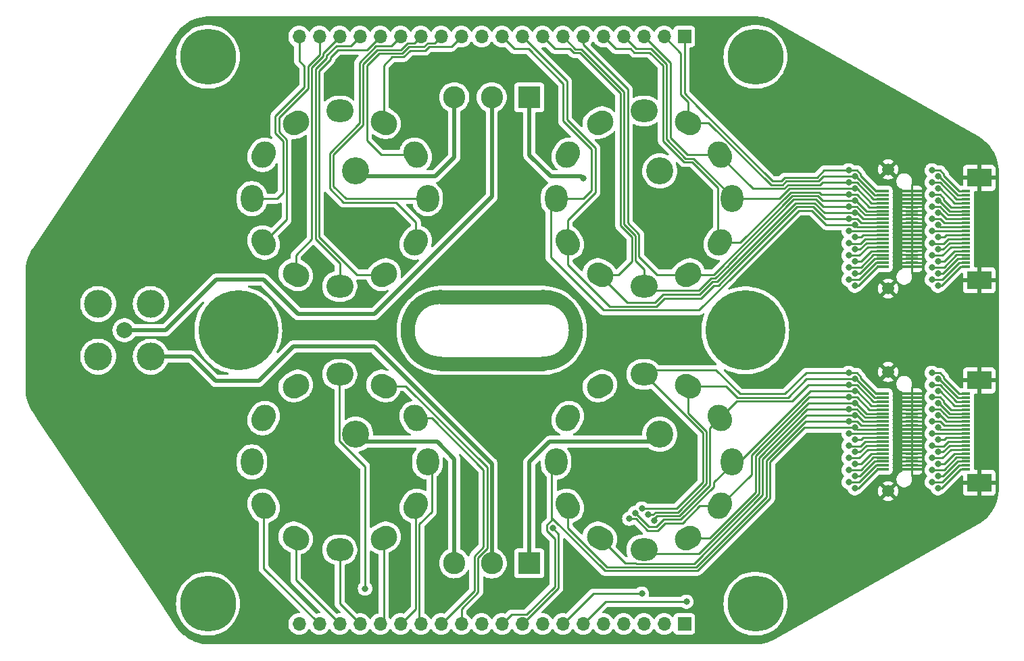
<source format=gbr>
G04 #@! TF.GenerationSoftware,KiCad,Pcbnew,8.0.7*
G04 #@! TF.CreationDate,2025-12-06T16:12:50-05:00*
G04 #@! TF.ProjectId,TPL-GridSwitch,54504c2d-4772-4696-9453-77697463682e,rev?*
G04 #@! TF.SameCoordinates,Original*
G04 #@! TF.FileFunction,Copper,L1,Top*
G04 #@! TF.FilePolarity,Positive*
%FSLAX46Y46*%
G04 Gerber Fmt 4.6, Leading zero omitted, Abs format (unit mm)*
G04 Created by KiCad (PCBNEW 8.0.7) date 2025-12-06 16:12:50*
%MOMM*%
%LPD*%
G01*
G04 APERTURE LIST*
G04 Aperture macros list*
%AMHorizOval*
0 Thick line with rounded ends*
0 $1 width*
0 $2 $3 position (X,Y) of the first rounded end (center of the circle)*
0 $4 $5 position (X,Y) of the second rounded end (center of the circle)*
0 Add line between two ends*
20,1,$1,$2,$3,$4,$5,0*
0 Add two circle primitives to create the rounded ends*
1,1,$1,$2,$3*
1,1,$1,$4,$5*%
G04 Aperture macros list end*
G04 #@! TA.AperFunction,NonConductor*
%ADD10C,1.778000*%
G04 #@! TD*
G04 #@! TA.AperFunction,ComponentPad*
%ADD11C,10.000000*%
G04 #@! TD*
G04 #@! TA.AperFunction,SMDPad,CuDef*
%ADD12R,1.500000X0.300000*%
G04 #@! TD*
G04 #@! TA.AperFunction,ComponentPad*
%ADD13C,1.500000*%
G04 #@! TD*
G04 #@! TA.AperFunction,ComponentPad*
%ADD14C,7.000000*%
G04 #@! TD*
G04 #@! TA.AperFunction,ComponentPad*
%ADD15O,3.400000X2.800000*%
G04 #@! TD*
G04 #@! TA.AperFunction,ComponentPad*
%ADD16HorizOval,2.800000X0.259808X-0.150000X-0.259808X0.150000X0*%
G04 #@! TD*
G04 #@! TA.AperFunction,ComponentPad*
%ADD17HorizOval,2.800000X0.150000X-0.259808X-0.150000X0.259808X0*%
G04 #@! TD*
G04 #@! TA.AperFunction,ComponentPad*
%ADD18O,2.800000X3.400000*%
G04 #@! TD*
G04 #@! TA.AperFunction,ComponentPad*
%ADD19HorizOval,2.800000X-0.150000X-0.259808X0.150000X0.259808X0*%
G04 #@! TD*
G04 #@! TA.AperFunction,ComponentPad*
%ADD20HorizOval,2.800000X-0.259808X-0.150000X0.259808X0.150000X0*%
G04 #@! TD*
G04 #@! TA.AperFunction,ComponentPad*
%ADD21HorizOval,2.800000X-0.259808X0.150000X0.259808X-0.150000X0*%
G04 #@! TD*
G04 #@! TA.AperFunction,ComponentPad*
%ADD22HorizOval,2.800000X-0.150000X0.259808X0.150000X-0.259808X0*%
G04 #@! TD*
G04 #@! TA.AperFunction,ComponentPad*
%ADD23HorizOval,2.800000X0.150000X0.259808X-0.150000X-0.259808X0*%
G04 #@! TD*
G04 #@! TA.AperFunction,ComponentPad*
%ADD24HorizOval,2.800000X0.259808X0.150000X-0.259808X-0.150000X0*%
G04 #@! TD*
G04 #@! TA.AperFunction,ComponentPad*
%ADD25C,3.400000*%
G04 #@! TD*
G04 #@! TA.AperFunction,SMDPad,CuDef*
%ADD26R,1.100000X0.300000*%
G04 #@! TD*
G04 #@! TA.AperFunction,SMDPad,CuDef*
%ADD27R,3.100000X2.300000*%
G04 #@! TD*
G04 #@! TA.AperFunction,ComponentPad*
%ADD28C,2.000000*%
G04 #@! TD*
G04 #@! TA.AperFunction,ComponentPad*
%ADD29C,3.500000*%
G04 #@! TD*
G04 #@! TA.AperFunction,ComponentPad*
%ADD30R,2.775000X2.775000*%
G04 #@! TD*
G04 #@! TA.AperFunction,ComponentPad*
%ADD31C,2.775000*%
G04 #@! TD*
G04 #@! TA.AperFunction,ComponentPad*
%ADD32R,1.700000X1.700000*%
G04 #@! TD*
G04 #@! TA.AperFunction,ComponentPad*
%ADD33O,1.700000X1.700000*%
G04 #@! TD*
G04 #@! TA.AperFunction,ViaPad*
%ADD34C,0.800000*%
G04 #@! TD*
G04 #@! TA.AperFunction,Conductor*
%ADD35C,0.254000*%
G04 #@! TD*
G04 #@! TA.AperFunction,Conductor*
%ADD36C,0.508000*%
G04 #@! TD*
G04 APERTURE END LIST*
D10*
X6350000Y4191000D02*
X-6350000Y4191000D01*
X-6350000Y-4191000D02*
G75*
G02*
X-6350000Y4191000I0J4191000D01*
G01*
X6350000Y4191000D02*
G75*
G02*
X6350000Y-4191000I0J-4191000D01*
G01*
X-6350000Y-4191000D02*
X6350000Y-4191000D01*
D11*
X-31750000Y0D03*
D12*
X48950000Y17450000D03*
X52650000Y17450000D03*
X48950000Y16950000D03*
X52650000Y16950000D03*
X48950000Y16450000D03*
X52650000Y16450000D03*
X48950000Y15950000D03*
X52650000Y15950000D03*
X48950000Y15450000D03*
X52650000Y15450000D03*
X48950000Y14950000D03*
X52650000Y14950000D03*
X48950000Y14450000D03*
X52650000Y14450000D03*
X48950000Y13950000D03*
X52650000Y13950000D03*
X48950000Y13450000D03*
X52650000Y13450000D03*
X48950000Y12950000D03*
X52650000Y12950000D03*
X48950000Y12450000D03*
X52650000Y12450000D03*
X48950000Y11950000D03*
X52650000Y11950000D03*
X48950000Y11450000D03*
X52650000Y11450000D03*
X48950000Y10950000D03*
X52650000Y10950000D03*
X48950000Y10450000D03*
X52650000Y10450000D03*
X48950000Y9950000D03*
X52650000Y9950000D03*
X48950000Y9450000D03*
X52650000Y9450000D03*
X48950000Y8950000D03*
X52650000Y8950000D03*
X48950000Y8450000D03*
X52650000Y8450000D03*
X48950000Y7950000D03*
X52650000Y7950000D03*
D13*
X49650000Y5225000D03*
X49650000Y20175000D03*
D14*
X33020000Y-34290000D03*
X-35560000Y-34290000D03*
D15*
X-19050000Y-5510000D03*
D16*
X-13550000Y-6983721D03*
D17*
X-9523721Y-11010000D03*
D18*
X-8050000Y-16510000D03*
D19*
X-9523721Y-22010000D03*
D20*
X-13550000Y-26036279D03*
D15*
X-19050000Y-27510000D03*
D21*
X-24550000Y-26036279D03*
D22*
X-28576279Y-22010000D03*
D18*
X-30050000Y-16510000D03*
D23*
X-28576279Y-11010000D03*
D24*
X-24550000Y-6983721D03*
D25*
X-17049750Y-13045465D03*
D26*
X59356000Y-17450000D03*
X59356000Y-16950000D03*
X59356000Y-16450000D03*
X59356000Y-15950000D03*
X59356000Y-15450000D03*
X59356000Y-14950000D03*
X59356000Y-14450000D03*
X59356000Y-13950000D03*
X59356000Y-13450000D03*
X59356000Y-12950000D03*
X59356000Y-12450000D03*
X59356000Y-11950000D03*
X59356000Y-11450000D03*
X59356000Y-10950000D03*
X59356000Y-10450000D03*
X59356000Y-9950000D03*
X59356000Y-9450000D03*
X59356000Y-8950000D03*
X59356000Y-8450000D03*
X59356000Y-7950000D03*
D27*
X61056000Y-19120000D03*
X61056000Y-6280000D03*
D12*
X48950000Y-7950000D03*
X52650000Y-7950000D03*
X48950000Y-8450000D03*
X52650000Y-8450000D03*
X48950000Y-8950000D03*
X52650000Y-8950000D03*
X48950000Y-9450000D03*
X52650000Y-9450000D03*
X48950000Y-9950000D03*
X52650000Y-9950000D03*
X48950000Y-10450000D03*
X52650000Y-10450000D03*
X48950000Y-10950000D03*
X52650000Y-10950000D03*
X48950000Y-11450000D03*
X52650000Y-11450000D03*
X48950000Y-11950000D03*
X52650000Y-11950000D03*
X48950000Y-12450000D03*
X52650000Y-12450000D03*
X48950000Y-12950000D03*
X52650000Y-12950000D03*
X48950000Y-13450000D03*
X52650000Y-13450000D03*
X48950000Y-13950000D03*
X52650000Y-13950000D03*
X48950000Y-14450000D03*
X52650000Y-14450000D03*
X48950000Y-14950000D03*
X52650000Y-14950000D03*
X48950000Y-15450000D03*
X52650000Y-15450000D03*
X48950000Y-15950000D03*
X52650000Y-15950000D03*
X48950000Y-16450000D03*
X52650000Y-16450000D03*
X48950000Y-16950000D03*
X52650000Y-16950000D03*
X48950000Y-17450000D03*
X52650000Y-17450000D03*
D13*
X49650000Y-20175000D03*
X49650000Y-5225000D03*
D15*
X19050000Y-5510000D03*
D16*
X24550000Y-6983721D03*
D17*
X28576279Y-11010000D03*
D18*
X30050000Y-16510000D03*
D19*
X28576279Y-22010000D03*
D20*
X24550000Y-26036279D03*
D15*
X19050000Y-27510000D03*
D21*
X13550000Y-26036279D03*
D22*
X9523721Y-22010000D03*
D18*
X8050000Y-16510000D03*
D23*
X9523721Y-11010000D03*
D24*
X13550000Y-6983721D03*
D25*
X21050250Y-13045465D03*
D28*
X-46009878Y0D03*
D29*
X-42709878Y-3300000D03*
X-42709878Y3300000D03*
X-49309878Y-3300000D03*
X-49309878Y3300000D03*
D14*
X-35560000Y34290000D03*
D30*
X4700000Y29210000D03*
D31*
X0Y29210000D03*
X-4700000Y29210000D03*
D15*
X-19050000Y27510000D03*
D16*
X-13550000Y26036279D03*
D17*
X-9523721Y22010000D03*
D18*
X-8050000Y16510000D03*
D19*
X-9523721Y11010000D03*
D20*
X-13550000Y6983721D03*
D15*
X-19050000Y5510000D03*
D21*
X-24550000Y6983721D03*
D22*
X-28576279Y11010000D03*
D18*
X-30050000Y16510000D03*
D23*
X-28576279Y22010000D03*
D24*
X-24550000Y26036279D03*
D25*
X-17049750Y19974535D03*
D11*
X31750000Y0D03*
D15*
X19050000Y27510000D03*
D16*
X24550000Y26036279D03*
D17*
X28576279Y22010000D03*
D18*
X30050000Y16510000D03*
D19*
X28576279Y11010000D03*
D20*
X24550000Y6983721D03*
D15*
X19050000Y5510000D03*
D21*
X13550000Y6983721D03*
D22*
X9523721Y11010000D03*
D18*
X8050000Y16510000D03*
D23*
X9523721Y22010000D03*
D24*
X13550000Y26036279D03*
D25*
X21050250Y19974535D03*
D30*
X4700000Y-29210000D03*
D31*
X0Y-29210000D03*
X-4700000Y-29210000D03*
D26*
X59356000Y7950000D03*
X59356000Y8450000D03*
X59356000Y8950000D03*
X59356000Y9450000D03*
X59356000Y9950000D03*
X59356000Y10450000D03*
X59356000Y10950000D03*
X59356000Y11450000D03*
X59356000Y11950000D03*
X59356000Y12450000D03*
X59356000Y12950000D03*
X59356000Y13450000D03*
X59356000Y13950000D03*
X59356000Y14450000D03*
X59356000Y14950000D03*
X59356000Y15450000D03*
X59356000Y15950000D03*
X59356000Y16450000D03*
X59356000Y16950000D03*
X59356000Y17450000D03*
D27*
X61056000Y6280000D03*
X61056000Y19120000D03*
D14*
X33020000Y34290000D03*
D32*
X24125000Y-36830000D03*
D33*
X21585000Y-36830000D03*
X19045000Y-36830000D03*
X16505000Y-36830000D03*
X13965000Y-36830000D03*
X11425000Y-36830000D03*
X8885000Y-36830000D03*
X6345000Y-36830000D03*
X3805000Y-36830000D03*
X1265000Y-36830000D03*
X-1275000Y-36830000D03*
X-3815000Y-36830000D03*
X-6355000Y-36830000D03*
X-8895000Y-36830000D03*
X-11435000Y-36830000D03*
X-13975000Y-36830000D03*
X-16515000Y-36830000D03*
X-19055000Y-36830000D03*
X-21595000Y-36830000D03*
X-24135000Y-36830000D03*
D32*
X24125000Y36830000D03*
D33*
X21585000Y36830000D03*
X19045000Y36830000D03*
X16505000Y36830000D03*
X13965000Y36830000D03*
X11425000Y36830000D03*
X8885000Y36830000D03*
X6345000Y36830000D03*
X3805000Y36830000D03*
X1265000Y36830000D03*
X-1275000Y36830000D03*
X-3815000Y36830000D03*
X-6355000Y36830000D03*
X-8895000Y36830000D03*
X-11435000Y36830000D03*
X-13975000Y36830000D03*
X-16515000Y36830000D03*
X-19055000Y36830000D03*
X-21595000Y36830000D03*
X-24135000Y36830000D03*
D34*
X-16256000Y-9652000D03*
X-2794000Y-22860000D03*
X2540000Y11430000D03*
X10160000Y-29464000D03*
X20574000Y10414000D03*
X13970000Y20955000D03*
X13462000Y-17526000D03*
X-16002000Y-34544000D03*
X2540000Y21590000D03*
X13970000Y-12065000D03*
X-7874000Y-30226000D03*
X2540000Y-11430000D03*
X14986000Y-31496000D03*
X-19304000Y13970000D03*
X-37338000Y-9144000D03*
X2540000Y16510000D03*
X15748000Y10160000D03*
X2540000Y-16510000D03*
X-20066000Y-17272000D03*
X-12700000Y-19812000D03*
X-25400000Y11176000D03*
X17780000Y33020000D03*
X25908000Y16002000D03*
X10668000Y32258000D03*
X1524000Y-32512000D03*
X-18034000Y33020000D03*
X19050000Y24130000D03*
X2540000Y-21590000D03*
X-35306000Y10668000D03*
X-16002000Y0D03*
X22098000Y0D03*
X20066000Y-31750000D03*
X45466000Y16256000D03*
X55880000Y16256000D03*
X55118000Y15494000D03*
X44704000Y15494000D03*
X55880000Y14732000D03*
X45466000Y14732000D03*
X55118000Y13970000D03*
X44704000Y13970000D03*
X55880000Y13208000D03*
X45466000Y13208000D03*
X55118000Y12446000D03*
X44704000Y12446000D03*
X55880000Y11684000D03*
X45466000Y11684000D03*
X44704000Y10922000D03*
X55118000Y10922000D03*
X45466000Y10160000D03*
X55880000Y10160000D03*
X44704000Y9398000D03*
X55118000Y9398000D03*
X55880000Y8636000D03*
X45466000Y8636000D03*
X55118000Y7874000D03*
X44704000Y7874000D03*
X55880000Y7112000D03*
X45466000Y7112000D03*
X44704000Y6350000D03*
X55118000Y6350000D03*
X55880000Y5588000D03*
X45466000Y5588000D03*
X24384000Y-34036000D03*
X45466000Y-9144000D03*
X55880000Y-9144000D03*
X55118000Y-9906000D03*
X18796000Y-33020000D03*
X44704000Y-9906000D03*
X55880000Y-10668000D03*
X45466000Y-10668000D03*
X7620000Y-24822203D03*
X44704000Y-11430000D03*
X55118000Y-11430000D03*
X55880000Y-12192000D03*
X45466000Y-12192000D03*
X44704000Y-12954000D03*
X-15875000Y-32385000D03*
X55118000Y-12954000D03*
X45466000Y-13716000D03*
X55880000Y-13716000D03*
X55118000Y-14478000D03*
X44704000Y-14478000D03*
X55880000Y-15240000D03*
X45466000Y-15240000D03*
X55118000Y-16002000D03*
X44704000Y-16002000D03*
X45466000Y-16764000D03*
X55880000Y-16764000D03*
X44704000Y-17526000D03*
X55118000Y-17526000D03*
X55880000Y-18288000D03*
X45466000Y-18288000D03*
X44704000Y-19050000D03*
X55118000Y-19050000D03*
X45466000Y-19812000D03*
X55880000Y-19812000D03*
X11430000Y19050000D03*
X55118000Y20066000D03*
X44704000Y20066000D03*
X55880000Y19304000D03*
X45466000Y19304000D03*
X44704000Y18542000D03*
X55118000Y18542000D03*
X45466000Y17780000D03*
X55880000Y17780000D03*
X44704000Y17018000D03*
X55118000Y17018000D03*
X18796000Y-22352000D03*
X44704000Y-5334000D03*
X55118000Y-5334000D03*
X45466000Y-6096000D03*
X55880000Y-6096000D03*
X19558000Y-23114000D03*
X55118000Y-6858000D03*
X44704000Y-6858000D03*
X20320000Y-23876000D03*
X45466000Y-7620000D03*
X55880000Y-7620000D03*
X17961285Y-22908476D03*
X17231085Y-23629997D03*
X44704000Y-8382000D03*
X55118000Y-8382000D03*
D35*
X11425000Y35819000D02*
X17019800Y30224200D01*
X20702279Y6983721D02*
X24550000Y6983721D01*
X40815914Y16865600D02*
X37647288Y16865600D01*
X17019800Y30224200D02*
X17019800Y13483356D01*
X18440400Y9245600D02*
X20702279Y6983721D01*
X46927237Y14950000D02*
X45621237Y16256000D01*
X59364000Y14950000D02*
X57341237Y14950000D01*
X57341237Y14950000D02*
X56035237Y16256000D01*
X56035237Y16256000D02*
X55880000Y16256000D01*
X18440400Y12062756D02*
X18440400Y9245600D01*
X27765409Y6983721D02*
X24550000Y6983721D01*
X17019800Y13483356D02*
X18440400Y12062756D01*
X48950000Y14950000D02*
X46927237Y14950000D01*
X45621237Y16256000D02*
X45466000Y16256000D01*
X41425514Y16256000D02*
X40815914Y16865600D01*
X11425000Y36830000D02*
X11425000Y35819000D01*
X45466000Y16256000D02*
X41425514Y16256000D01*
X37647288Y16865600D02*
X27765409Y6983721D01*
X46196200Y15034459D02*
X46196200Y15017800D01*
X10459800Y35255200D02*
X11238379Y35255199D01*
X45736659Y15494000D02*
X46196200Y15034459D01*
X55118000Y15494000D02*
X56150659Y15494000D01*
X56610200Y15017800D02*
X57178000Y14450000D01*
X16562600Y29930978D02*
X16562600Y13293978D01*
X27446788Y6526522D02*
X25902834Y4982568D01*
X25902834Y4982568D02*
X19577432Y4982568D01*
X56610200Y15034459D02*
X56610200Y15017800D01*
X19577432Y4982568D02*
X19050000Y5510000D01*
X19050000Y7633820D02*
X19050000Y5510000D01*
X28001099Y6526521D02*
X27446788Y6526522D01*
X8885000Y36830000D02*
X10459800Y35255200D01*
X11238379Y35255199D02*
X16562600Y29930978D01*
X41540936Y15494000D02*
X40626536Y16408400D01*
X56150659Y15494000D02*
X56610200Y15034459D01*
X46764000Y14450000D02*
X48950000Y14450000D01*
X16562600Y13293978D02*
X17983200Y11873378D01*
X44704000Y15494000D02*
X41540936Y15494000D01*
X37836672Y16408400D02*
X29657160Y8228888D01*
X46196200Y15017800D02*
X46764000Y14450000D01*
X29657160Y8228888D02*
X29657161Y8182583D01*
X40626536Y16408400D02*
X37836672Y16408400D01*
X17983200Y11873378D02*
X17983199Y8700621D01*
X17983199Y8700621D02*
X19050000Y7633820D01*
X57178000Y14450000D02*
X59364000Y14450000D01*
X29657161Y8182583D02*
X28001099Y6526521D01*
X44704000Y15494000D02*
X45736659Y15494000D01*
X16105400Y22224556D02*
X16105400Y29741600D01*
X7869000Y35306000D02*
X6345000Y36830000D01*
X16103601Y22222757D02*
X16105400Y22224556D01*
X20449244Y3454400D02*
X21465244Y4470400D01*
X29846543Y7725387D02*
X29846549Y7725387D01*
X15873721Y6983721D02*
X17526000Y8636000D01*
X45720000Y14732000D02*
X46502000Y13950000D01*
X13550000Y6983721D02*
X15873721Y6983721D01*
X26037244Y4470400D02*
X27636166Y6069322D01*
X13550000Y6873913D02*
X16969513Y3454400D01*
X45466000Y14732000D02*
X45720000Y14732000D01*
X56916000Y13950000D02*
X59364000Y13950000D01*
X40437158Y15951200D02*
X41656358Y14732000D01*
X16103601Y13106399D02*
X16103601Y22222757D01*
X55880000Y14732000D02*
X56134000Y14732000D01*
X9762422Y35306000D02*
X7869000Y35306000D01*
X28190478Y6069322D02*
X29846543Y7725387D01*
X10270421Y34798001D02*
X9762422Y35306000D01*
X38072362Y15951200D02*
X40437158Y15951200D01*
X41656358Y14732000D02*
X45466000Y14732000D01*
X16969513Y3454400D02*
X20449244Y3454400D01*
X46502000Y13950000D02*
X48950000Y13950000D01*
X11049001Y34797999D02*
X10270421Y34798001D01*
X56134000Y14732000D02*
X56916000Y13950000D01*
X21465244Y4470400D02*
X26037244Y4470400D01*
X17526000Y11684000D02*
X16103601Y13106399D01*
X16105400Y29741600D02*
X11049001Y34797999D01*
X27636166Y6069322D02*
X28190478Y6069322D01*
X13550000Y6983721D02*
X13550000Y6873913D01*
X17526000Y8636000D02*
X17526000Y11684000D01*
X29846549Y7725387D02*
X38072362Y15951200D01*
X27825528Y5612106D02*
X26226622Y4013200D01*
X45736659Y13970000D02*
X46256659Y13450000D01*
X38261740Y15494000D02*
X30035927Y7268187D01*
X9398000Y26416000D02*
X9398000Y31237000D01*
X44704000Y13970000D02*
X41771780Y13970000D01*
X14782800Y2997200D02*
X9523721Y8256279D01*
X27871861Y5612121D02*
X27871846Y5612106D01*
X12954000Y17272000D02*
X12954000Y22860000D01*
X9523721Y11010000D02*
X9523721Y13841721D01*
X27871846Y5612106D02*
X27825528Y5612106D01*
X56670659Y13450000D02*
X59364000Y13450000D01*
X20638622Y2997200D02*
X14782800Y2997200D01*
X9398000Y31237000D02*
X3805000Y36830000D01*
X41771780Y13970000D02*
X40247780Y15494000D01*
X12954000Y22860000D02*
X9398000Y26416000D01*
X40247780Y15494000D02*
X38261740Y15494000D01*
X55118000Y13970000D02*
X56150659Y13970000D01*
X30035921Y7268187D02*
X28379856Y5612122D01*
X30035927Y7268187D02*
X30035921Y7268187D01*
X56150659Y13970000D02*
X56670659Y13450000D01*
X28379856Y5612122D02*
X27871861Y5612121D01*
X26226622Y4013200D02*
X21654622Y4013200D01*
X9523721Y13841721D02*
X12954000Y17272000D01*
X46256659Y13450000D02*
X48950000Y13450000D01*
X9523721Y8256279D02*
X9523721Y11010000D01*
X44704000Y13970000D02*
X45736659Y13970000D01*
X21654622Y4013200D02*
X20638622Y2997200D01*
X55880000Y13208000D02*
X56138000Y12950000D01*
X45724000Y12950000D02*
X48950000Y12950000D01*
X4572000Y35306000D02*
X8940801Y30937199D01*
X45466000Y13208000D02*
X45724000Y12950000D01*
X30225310Y6810992D02*
X30225316Y6810992D01*
X11430000Y16510000D02*
X8050000Y16510000D01*
X38451124Y15036800D02*
X40058402Y15036800D01*
X7366000Y15826000D02*
X7366000Y9144000D01*
X7366000Y9144000D02*
X13970000Y2540000D01*
X8940801Y30937199D02*
X8940801Y26226621D01*
X12496800Y17576800D02*
X11430000Y16510000D01*
X8940801Y26226621D02*
X12496800Y22670622D01*
X25954312Y2540000D02*
X30225300Y6810988D01*
X56138000Y12950000D02*
X59364000Y12950000D01*
X41887202Y13208000D02*
X45466000Y13208000D01*
X12496800Y22670622D02*
X12496800Y17576800D01*
X1265000Y36830000D02*
X2789000Y35306000D01*
X2789000Y35306000D02*
X4572000Y35306000D01*
X8050000Y16510000D02*
X7366000Y15826000D01*
X30225316Y6810992D02*
X38451124Y15036800D01*
X30225300Y6810988D02*
X30225306Y6810988D01*
X30225306Y6810988D02*
X30225310Y6810992D01*
X40058402Y15036800D02*
X41887202Y13208000D01*
X13970000Y2540000D02*
X25954312Y2540000D01*
X56658659Y12446000D02*
X56670659Y12458000D01*
X56670659Y12458000D02*
X59364000Y12458000D01*
X44700000Y12450000D02*
X44704000Y12446000D01*
X44704000Y12446000D02*
X46244659Y12446000D01*
X46244659Y12446000D02*
X46256659Y12458000D01*
X55118000Y12446000D02*
X56658659Y12446000D01*
X46256659Y12458000D02*
X48950000Y12458000D01*
X-8306567Y35102800D02*
X-10199989Y35102800D01*
X-11024589Y34278200D02*
X-12457800Y34278200D01*
X56916000Y11958000D02*
X59364000Y11958000D01*
X-3815000Y36830000D02*
X-5085000Y35560000D01*
X55880000Y11684000D02*
X56642000Y11684000D01*
X46502000Y11958000D02*
X48950000Y11958000D01*
X46228000Y11684000D02*
X46502000Y11958000D01*
X-10199989Y35102800D02*
X-11024589Y34278200D01*
X45466000Y11684000D02*
X46228000Y11684000D01*
X-5085000Y35560000D02*
X-7849367Y35560000D01*
X-7849367Y35560000D02*
X-8306567Y35102800D01*
X-12457800Y34278200D02*
X-13550000Y33186000D01*
X-13550000Y33186000D02*
X-13550000Y26036279D01*
X56642000Y11684000D02*
X56916000Y11958000D01*
X44735800Y10890200D02*
X46196200Y10890200D01*
X-6355000Y36830000D02*
X-7167800Y36017200D01*
X-11213967Y34735400D02*
X-14129866Y34735400D01*
X57178000Y11458000D02*
X59364000Y11458000D01*
X46196200Y10890200D02*
X46764000Y11458000D01*
X46764000Y11458000D02*
X48950000Y11458000D01*
X56610200Y10890200D02*
X57178000Y11458000D01*
X-10389367Y35560000D02*
X-11213967Y34735400D01*
X-8495945Y35560000D02*
X-10389367Y35560000D01*
X-7167800Y36017200D02*
X-8038746Y36017199D01*
X-14129866Y34735400D02*
X-15666542Y33198724D01*
X44704000Y10922000D02*
X44735800Y10890200D01*
X-15666542Y33198724D02*
X-15666542Y23794542D01*
X-8038746Y36017199D02*
X-8495945Y35560000D01*
X-15666542Y23794542D02*
X-13882000Y22010000D01*
X55149800Y10890200D02*
X56610200Y10890200D01*
X-13882000Y22010000D02*
X-9523721Y22010000D01*
X55118000Y10922000D02*
X55149800Y10890200D01*
X-8895000Y36830000D02*
X-9707800Y36017200D01*
X-19862800Y22047200D02*
X-19862800Y18084800D01*
X-18288000Y16510000D02*
X-8050000Y16510000D01*
X-14319244Y35192600D02*
X-16123741Y33388103D01*
X-10578746Y36017199D02*
X-11403345Y35192600D01*
X-9707800Y36017200D02*
X-10578746Y36017199D01*
X-16123741Y25786259D02*
X-19862800Y22047200D01*
X56543237Y10160000D02*
X57341237Y10958000D01*
X-16123741Y33388103D02*
X-16123741Y25786259D01*
X-19862800Y18084800D02*
X-18288000Y16510000D01*
X46927237Y10958000D02*
X48950000Y10958000D01*
X-11403345Y35192600D02*
X-14319244Y35192600D01*
X45466000Y10160000D02*
X46129237Y10160000D01*
X46129237Y10160000D02*
X46927237Y10958000D01*
X57341237Y10958000D02*
X59364000Y10958000D01*
X55880000Y10160000D02*
X56543237Y10160000D01*
X44704000Y9398000D02*
X46013815Y9398000D01*
X-16580941Y25975637D02*
X-20320000Y22236578D01*
X-14508622Y35649800D02*
X-16580941Y33577481D01*
X-9523721Y13587721D02*
X-9523721Y11010000D01*
X-16580941Y33577481D02*
X-16580941Y25975637D01*
X55118000Y9398000D02*
X56427815Y9398000D01*
X-20320000Y22236578D02*
X-20320000Y17780000D01*
X-11435000Y36830000D02*
X-12615200Y35649800D01*
X-12615200Y35649800D02*
X-14508622Y35649800D01*
X-20320000Y17780000D02*
X-18592800Y16052800D01*
X-18592800Y16052800D02*
X-11988800Y16052800D01*
X47073815Y10458000D02*
X48950000Y10458000D01*
X56427815Y9398000D02*
X57487815Y10458000D01*
X57487815Y10458000D02*
X59364000Y10458000D01*
X-11988800Y16052800D02*
X-9523721Y13587721D01*
X46013815Y9398000D02*
X47073815Y10458000D01*
X46228000Y8636000D02*
X47550000Y9958000D01*
X-21640800Y11734800D02*
X-16889721Y6983721D01*
X55880000Y8636000D02*
X56642000Y8636000D01*
X56642000Y8636000D02*
X57964000Y9958000D01*
X-19278822Y35192600D02*
X-20223402Y34248020D01*
X47550000Y9958000D02*
X48950000Y9958000D01*
X-20223403Y33970863D02*
X-21640800Y32553466D01*
X-13975000Y36830000D02*
X-15612400Y35192600D01*
X45466000Y8636000D02*
X46228000Y8636000D01*
X-15612400Y35192600D02*
X-19278822Y35192600D01*
X57964000Y9958000D02*
X59364000Y9958000D01*
X-21640800Y32553466D02*
X-21640800Y11734800D01*
X-16889721Y6983721D02*
X-13550000Y6983721D01*
X-20223402Y34248020D02*
X-20223403Y33970863D01*
X-22098000Y32742844D02*
X-22098000Y11430000D01*
X-22098000Y11430000D02*
X-19050000Y8382000D01*
X44704000Y7874000D02*
X46244659Y7874000D01*
X-20680602Y34160242D02*
X-22098000Y32742844D01*
X-19050000Y8382000D02*
X-19050000Y5510000D01*
X-19468200Y35649800D02*
X-20680601Y34437399D01*
X58242659Y9458000D02*
X59364000Y9458000D01*
X56658659Y7874000D02*
X58242659Y9458000D01*
X55118000Y7874000D02*
X56658659Y7874000D01*
X46244659Y7874000D02*
X47828659Y9458000D01*
X-20680601Y34437399D02*
X-20680602Y34160242D01*
X-16515000Y36830000D02*
X-17695200Y35649800D01*
X-17695200Y35649800D02*
X-19468200Y35649800D01*
X47828659Y9458000D02*
X48950000Y9458000D01*
X55880000Y7112000D02*
X56543237Y7112000D01*
X-22555200Y32932222D02*
X-22555200Y11430000D01*
X-19055000Y36830000D02*
X-21137801Y34747199D01*
X-22555200Y11430000D02*
X-24550000Y9435200D01*
X45466000Y7112000D02*
X46129237Y7112000D01*
X46129237Y7112000D02*
X47975237Y8958000D01*
X-24550000Y9435200D02*
X-24550000Y6983721D01*
X-21137801Y34349621D02*
X-22555200Y32932222D01*
X58389237Y8958000D02*
X59364000Y8958000D01*
X56543237Y7112000D02*
X58389237Y8958000D01*
X-21137801Y34747199D02*
X-21137801Y34349621D01*
X47975237Y8958000D02*
X48950000Y8958000D01*
X-21595000Y34539000D02*
X-23012400Y33121600D01*
X-25704800Y13881479D02*
X-28576279Y11010000D01*
X-21595000Y36830000D02*
X-21595000Y34539000D01*
X-23012400Y30309504D02*
X-26666542Y26655362D01*
X44704000Y6350000D02*
X46013815Y6350000D01*
X56427815Y6350000D02*
X58535815Y8458000D01*
X58535815Y8458000D02*
X59364000Y8458000D01*
X-25704800Y23926800D02*
X-25704800Y13881479D01*
X-26666542Y24888542D02*
X-25704800Y23926800D01*
X48121815Y8458000D02*
X48950000Y8458000D01*
X55118000Y6350000D02*
X56427815Y6350000D01*
X46013815Y6350000D02*
X48121815Y8458000D01*
X-23012400Y33121600D02*
X-23012400Y30309504D01*
X-26666542Y26655362D02*
X-26666542Y24888542D01*
D36*
X-28575000Y6350000D02*
X-34544000Y6350000D01*
X-24257000Y2032000D02*
X-28575000Y6350000D01*
X-34544000Y6350000D02*
X-40894000Y0D01*
X-14732000Y2032000D02*
X-24257000Y2032000D01*
X0Y29210000D02*
X0Y16764000D01*
X0Y16764000D02*
X-14732000Y2032000D01*
X-40894000Y0D02*
X-46009878Y0D01*
X0Y-16764000D02*
X0Y-29210000D01*
X-37657500Y-3300000D02*
X-34607500Y-6350000D01*
X-14732000Y-2032000D02*
X0Y-16764000D01*
X-24892000Y-2032000D02*
X-14732000Y-2032000D01*
X-34607500Y-6350000D02*
X-29210000Y-6350000D01*
X-29210000Y-6350000D02*
X-24892000Y-2032000D01*
X-42709878Y-3300000D02*
X-37657500Y-3300000D01*
D35*
X45898393Y5588000D02*
X45466000Y5588000D01*
X-24135000Y33787000D02*
X-23469600Y33121600D01*
X48942000Y7950000D02*
X48260393Y7950000D01*
X58674393Y7950000D02*
X56312393Y5588000D01*
X56312393Y5588000D02*
X55880000Y5588000D01*
X-26924000Y16510000D02*
X-30050000Y16510000D01*
X-24135000Y36830000D02*
X-24135000Y33787000D01*
X-27123742Y26844740D02*
X-27123741Y24699163D01*
X-27123741Y24699163D02*
X-26162000Y23737422D01*
X48260393Y7950000D02*
X45898393Y5588000D01*
X-26162000Y17272000D02*
X-26924000Y16510000D01*
X-23469600Y33121600D02*
X-23469600Y30498882D01*
X-26162000Y23737422D02*
X-26162000Y17272000D01*
X-23469600Y30498882D02*
X-27123742Y26844740D01*
X59356000Y7950000D02*
X58674393Y7950000D01*
X48950000Y-10450000D02*
X46927237Y-10450000D01*
X14224000Y-34036000D02*
X11430000Y-36830000D01*
X46927237Y-10450000D02*
X45621237Y-9144000D01*
X27285625Y-26036279D02*
X33020000Y-20301904D01*
X59364000Y-10450000D02*
X57341237Y-10450000D01*
X33020000Y-20301904D02*
X33020000Y-15771156D01*
X39647156Y-9144000D02*
X45466000Y-9144000D01*
X56035237Y-9144000D02*
X55880000Y-9144000D01*
X24384000Y-34036000D02*
X14224000Y-34036000D01*
X33020000Y-15771156D02*
X39647156Y-9144000D01*
X45621237Y-9144000D02*
X45466000Y-9144000D01*
X24550000Y-26036279D02*
X27285625Y-26036279D01*
X57341237Y-10450000D02*
X56035237Y-9144000D01*
X46196200Y-10382200D02*
X46764000Y-10950000D01*
X46196200Y-10365541D02*
X46196200Y-10382200D01*
X56610200Y-10365541D02*
X56610200Y-10382200D01*
X55118000Y-9906000D02*
X56150659Y-9906000D01*
X33477201Y-15960533D02*
X39531734Y-9906000D01*
X33477200Y-20491282D02*
X33477201Y-15960533D01*
X56150659Y-9906000D02*
X56610200Y-10365541D01*
X46764000Y-10950000D02*
X48950000Y-10950000D01*
X18796000Y-33020000D02*
X12700000Y-33020000D01*
X39531734Y-9906000D02*
X44704000Y-9906000D01*
X25931050Y-28037432D02*
X33477200Y-20491282D01*
X57178000Y-10950000D02*
X59364000Y-10950000D01*
X45736659Y-9906000D02*
X46196200Y-10365541D01*
X19050000Y-27510000D02*
X19577432Y-28037432D01*
X12700000Y-33020000D02*
X8890000Y-36830000D01*
X44704000Y-9906000D02*
X45736659Y-9906000D01*
X56610200Y-10382200D02*
X57178000Y-10950000D01*
X19577432Y-28037432D02*
X25931050Y-28037432D01*
X16748719Y-29234998D02*
X18028130Y-29235002D01*
X56134000Y-10668000D02*
X56916000Y-11450000D01*
X18033318Y-29240190D02*
X25374860Y-29240200D01*
X13550000Y-26036279D02*
X16748719Y-29234998D01*
X33934400Y-20680660D02*
X33934400Y-16149912D01*
X46502000Y-11450000D02*
X48950000Y-11450000D01*
X55880000Y-10668000D02*
X56134000Y-10668000D01*
X18028130Y-29235002D02*
X18033318Y-29240190D01*
X33934400Y-16149912D02*
X39416312Y-10668000D01*
X45720000Y-10668000D02*
X46502000Y-11450000D01*
X39416312Y-10668000D02*
X45466000Y-10668000D01*
X56916000Y-11450000D02*
X59364000Y-11450000D01*
X45466000Y-10668000D02*
X45720000Y-10668000D01*
X25374860Y-29240200D02*
X33934400Y-20680660D01*
X44704000Y-11430000D02*
X45736659Y-11430000D01*
X17843940Y-29697390D02*
X25564239Y-29697399D01*
X17838751Y-29692201D02*
X17843940Y-29697390D01*
X34391600Y-20870038D02*
X34391600Y-16339290D01*
X16559341Y-29692198D02*
X17838751Y-29692201D01*
X9523721Y-24763721D02*
X14445000Y-29685000D01*
X8331199Y-32308801D02*
X3810000Y-36830000D01*
X56150659Y-11430000D02*
X56670659Y-11950000D01*
X55118000Y-11430000D02*
X56150659Y-11430000D01*
X34391600Y-16339290D02*
X39300890Y-11430000D01*
X45736659Y-11430000D02*
X46256659Y-11950000D01*
X14445000Y-29685000D02*
X16552144Y-29685001D01*
X16552144Y-29685001D02*
X16559341Y-29692198D01*
X8331199Y-25533402D02*
X8331199Y-32308801D01*
X25564239Y-29697399D02*
X34391600Y-20870038D01*
X7620000Y-24822203D02*
X8331199Y-25533402D01*
X39300890Y-11430000D02*
X44704000Y-11430000D01*
X9523721Y-22010000D02*
X9523721Y-24763721D01*
X56670659Y-11950000D02*
X59364000Y-11950000D01*
X46256659Y-11950000D02*
X48950000Y-11950000D01*
X39185468Y-12192000D02*
X45466000Y-12192000D01*
X2450200Y-35649800D02*
X1270000Y-36830000D01*
X34848800Y-16528668D02*
X39185468Y-12192000D01*
X7522568Y-22957432D02*
X7522568Y-23524568D01*
X55880000Y-12192000D02*
X56138000Y-12450000D01*
X34848800Y-21059416D02*
X34848800Y-16528668D01*
X45724000Y-12450000D02*
X48950000Y-12450000D01*
X7874000Y-26162000D02*
X7874000Y-32119422D01*
X14152599Y-30154599D02*
X25753616Y-30154600D01*
X45466000Y-12192000D02*
X45724000Y-12450000D01*
X6858000Y-25146000D02*
X7874000Y-26162000D01*
X7522568Y-23524568D02*
X7522568Y-23749000D01*
X7522568Y-17037432D02*
X7522568Y-22957432D01*
X7522568Y-23524568D02*
X14152599Y-30154599D01*
X8050000Y-16510000D02*
X7522568Y-17037432D01*
X7522568Y-23749000D02*
X6858000Y-24413568D01*
X25753616Y-30154600D02*
X34848800Y-21059416D01*
X7874000Y-32119422D02*
X4343622Y-35649800D01*
X56138000Y-12450000D02*
X59364000Y-12450000D01*
X6858000Y-24413568D02*
X6858000Y-25146000D01*
X4343622Y-35649800D02*
X2450200Y-35649800D01*
X-19079950Y-13886402D02*
X-19079950Y-5539950D01*
X56658659Y-12954000D02*
X56670659Y-12942000D01*
X56670659Y-12942000D02*
X59364000Y-12942000D01*
X44704000Y-12954000D02*
X46244659Y-12954000D01*
X-15875000Y-17091352D02*
X-19079950Y-13886402D01*
X46256659Y-12942000D02*
X48950000Y-12942000D01*
X-19079950Y-5539950D02*
X-19050000Y-5510000D01*
X46244659Y-12954000D02*
X46256659Y-12942000D01*
X44700000Y-12950000D02*
X44704000Y-12954000D01*
X-15875000Y-32385000D02*
X-15875000Y-17091352D01*
X55118000Y-12954000D02*
X56658659Y-12954000D01*
X-584200Y-17195800D02*
X-10796279Y-6983721D01*
X-1717700Y-32844278D02*
X-1717700Y-28498505D01*
X56642000Y-13716000D02*
X56916000Y-13442000D01*
X-584200Y-27365005D02*
X-584200Y-17195800D01*
X46228000Y-13716000D02*
X46502000Y-13442000D01*
X-3810000Y-36830000D02*
X-3810000Y-34936578D01*
X46502000Y-13442000D02*
X48950000Y-13442000D01*
X45466000Y-13716000D02*
X46228000Y-13716000D01*
X-3810000Y-34936578D02*
X-1717700Y-32844278D01*
X-1717700Y-28498505D02*
X-584200Y-27365005D01*
X-10796279Y-6983721D02*
X-13550000Y-6983721D01*
X55880000Y-13716000D02*
X56642000Y-13716000D01*
X56916000Y-13442000D02*
X59364000Y-13442000D01*
X-2174900Y-32654900D02*
X-6350000Y-36830000D01*
X-2174900Y-28309127D02*
X-2174900Y-32654900D01*
X56610200Y-14509800D02*
X57178000Y-13942000D01*
X-1041400Y-17500600D02*
X-1041400Y-27175627D01*
X46764000Y-13942000D02*
X48950000Y-13942000D01*
X-7532000Y-11010000D02*
X-1041400Y-17500600D01*
X44704000Y-14478000D02*
X44735800Y-14509800D01*
X-9523721Y-11010000D02*
X-7532000Y-11010000D01*
X55149800Y-14509800D02*
X56610200Y-14509800D01*
X57178000Y-13942000D02*
X59364000Y-13942000D01*
X46196200Y-14509800D02*
X46764000Y-13942000D01*
X-1041400Y-27175627D02*
X-2174900Y-28309127D01*
X55118000Y-14478000D02*
X55149800Y-14509800D01*
X44735800Y-14509800D02*
X46196200Y-14509800D01*
X-7516987Y-22738891D02*
X-7516987Y-17043013D01*
X-7516987Y-17043013D02*
X-8050000Y-16510000D01*
X-9066521Y-24288425D02*
X-7516987Y-22738891D01*
X46927237Y-14442000D02*
X48950000Y-14442000D01*
X45466000Y-15240000D02*
X46129237Y-15240000D01*
X46129237Y-15240000D02*
X46927237Y-14442000D01*
X56543237Y-15240000D02*
X57341237Y-14442000D01*
X-8890000Y-36830000D02*
X-9066521Y-36653479D01*
X-9066521Y-36653479D02*
X-9066521Y-24288425D01*
X57341237Y-14442000D02*
X59364000Y-14442000D01*
X55880000Y-15240000D02*
X56543237Y-15240000D01*
X55118000Y-16002000D02*
X56427815Y-16002000D01*
X-11430000Y-36830000D02*
X-9523721Y-34923721D01*
X57487815Y-14942000D02*
X59364000Y-14942000D01*
X44704000Y-16002000D02*
X46013815Y-16002000D01*
X-9523721Y-34923721D02*
X-9523721Y-22010000D01*
X46013815Y-16002000D02*
X47073815Y-14942000D01*
X47073815Y-14942000D02*
X48950000Y-14942000D01*
X56427815Y-16002000D02*
X57487815Y-14942000D01*
X56642000Y-16764000D02*
X57964000Y-15442000D01*
X55880000Y-16764000D02*
X56642000Y-16764000D01*
X57964000Y-15442000D02*
X59364000Y-15442000D01*
X-13550000Y-36410000D02*
X-13970000Y-36830000D01*
X46228000Y-16764000D02*
X47550000Y-15442000D01*
X47550000Y-15442000D02*
X48950000Y-15442000D01*
X45466000Y-16764000D02*
X46228000Y-16764000D01*
X-13550000Y-26036279D02*
X-13550000Y-36410000D01*
X44704000Y-17526000D02*
X46244659Y-17526000D01*
X58242659Y-15942000D02*
X59364000Y-15942000D01*
X55118000Y-17526000D02*
X56658659Y-17526000D01*
X46244659Y-17526000D02*
X47828659Y-15942000D01*
X-19050000Y-34290000D02*
X-16510000Y-36830000D01*
X56658659Y-17526000D02*
X58242659Y-15942000D01*
X47828659Y-15942000D02*
X48950000Y-15942000D01*
X-19050000Y-27510000D02*
X-19050000Y-34290000D01*
X45466000Y-18288000D02*
X46129237Y-18288000D01*
X47975237Y-16442000D02*
X48950000Y-16442000D01*
X55880000Y-18288000D02*
X56543237Y-18288000D01*
X58389237Y-16442000D02*
X59364000Y-16442000D01*
X56543237Y-18288000D02*
X58389237Y-16442000D01*
X-24550000Y-31330000D02*
X-19050000Y-36830000D01*
X-24550000Y-26036279D02*
X-24550000Y-31330000D01*
X46129237Y-18288000D02*
X47975237Y-16442000D01*
X-21590000Y-36830000D02*
X-28576279Y-29843721D01*
X-28576279Y-29843721D02*
X-28576279Y-22010000D01*
X55118000Y-19050000D02*
X56427815Y-19050000D01*
X48121815Y-16942000D02*
X48950000Y-16942000D01*
X58535815Y-16942000D02*
X59364000Y-16942000D01*
X44704000Y-19050000D02*
X46013815Y-19050000D01*
X46013815Y-19050000D02*
X48121815Y-16942000D01*
X56427815Y-19050000D02*
X58535815Y-16942000D01*
X56312393Y-19812000D02*
X55880000Y-19812000D01*
X58674393Y-17450000D02*
X56312393Y-19812000D01*
X45898393Y-19812000D02*
X45466000Y-19812000D01*
X59356000Y-17450000D02*
X58674393Y-17450000D01*
X48260393Y-17450000D02*
X45898393Y-19812000D01*
X48942000Y-17450000D02*
X48260393Y-17450000D01*
D36*
X4700000Y29210000D02*
X4700000Y21970000D01*
X4700000Y21970000D02*
X7366000Y19304000D01*
X11176000Y19304000D02*
X11430000Y19050000D01*
X7366000Y19304000D02*
X11176000Y19304000D01*
X-4700000Y29210000D02*
X-4700000Y21716000D01*
X-16379215Y19304000D02*
X-17049750Y19974535D01*
X-4700000Y21716000D02*
X-7112000Y19304000D01*
X-7112000Y19304000D02*
X-16379215Y19304000D01*
X20125715Y-13970000D02*
X7260761Y-13970000D01*
X7260761Y-13970000D02*
X4700000Y-16530761D01*
X21050250Y-13045465D02*
X20125715Y-13970000D01*
X4700000Y-16530761D02*
X4700000Y-29210000D01*
X-4700000Y-16128000D02*
X-4700000Y-29210000D01*
X-16125215Y-13970000D02*
X-6858000Y-13970000D01*
X-17049750Y-13045465D02*
X-16125215Y-13970000D01*
X-6858000Y-13970000D02*
X-4700000Y-16128000D01*
D35*
X25810568Y28037432D02*
X35153600Y18694400D01*
X46196200Y19375615D02*
X46196200Y19606459D01*
X56610200Y19375615D02*
X56610200Y19606459D01*
X40718443Y19151599D02*
X41632844Y20066000D01*
X46196200Y19606459D02*
X45736659Y20066000D01*
X56610200Y19606459D02*
X56150659Y20066000D01*
X41632844Y20066000D02*
X44704000Y20066000D01*
X36243198Y18694400D02*
X36700396Y19151598D01*
X24125000Y29723000D02*
X25810568Y28037432D01*
X56150659Y20066000D02*
X55118000Y20066000D01*
X36700396Y19151598D02*
X40718443Y19151599D01*
X24125000Y36830000D02*
X24125000Y29723000D01*
X45736659Y20066000D02*
X44704000Y20066000D01*
X48950000Y17450000D02*
X48121815Y17450000D01*
X48121815Y17450000D02*
X46196200Y19375615D01*
X59364000Y17450000D02*
X58535815Y17450000D01*
X58535815Y17450000D02*
X56610200Y19375615D01*
X35153600Y18694400D02*
X36243198Y18694400D01*
X19050000Y27510000D02*
X19577432Y28037432D01*
X47975237Y16950000D02*
X45621237Y19304000D01*
X24550000Y26036279D02*
X24550000Y28651422D01*
X48950000Y16950000D02*
X47975237Y16950000D01*
X36432576Y18237200D02*
X34964222Y18237200D01*
X41517422Y19304000D02*
X40907821Y18694399D01*
X23667800Y34747200D02*
X21585000Y36830000D01*
X45466000Y19304000D02*
X41517422Y19304000D01*
X27165143Y26036279D02*
X24550000Y26036279D01*
X56035237Y19304000D02*
X55880000Y19304000D01*
X36889774Y18694398D02*
X36432576Y18237200D01*
X23667800Y29533622D02*
X23667800Y34747200D01*
X24550000Y28651422D02*
X23667800Y29533622D01*
X59364000Y16950000D02*
X58389237Y16950000D01*
X58389237Y16950000D02*
X56035237Y19304000D01*
X40907821Y18694399D02*
X36889774Y18694398D01*
X45621237Y19304000D02*
X45466000Y19304000D01*
X34964222Y18237200D02*
X27165143Y26036279D01*
X41097199Y18237199D02*
X37079153Y18237199D01*
X19045000Y36830000D02*
X19073158Y36830000D01*
X24472000Y22010000D02*
X28576279Y22010000D01*
X32696471Y17780000D02*
X28576279Y21900192D01*
X47828659Y16450000D02*
X45736659Y18542000D01*
X36621954Y17780000D02*
X32696471Y17780000D01*
X44704000Y18542000D02*
X41402000Y18542000D01*
X37079153Y18237199D02*
X36621954Y17780000D01*
X59364000Y16450000D02*
X58242659Y16450000D01*
X41402000Y18542000D02*
X41097199Y18237199D01*
X28576279Y21900192D02*
X28576279Y22010000D01*
X22352000Y33551158D02*
X22352000Y24130000D01*
X56150659Y18542000D02*
X55118000Y18542000D01*
X19073158Y36830000D02*
X22352000Y33551158D01*
X45736659Y18542000D02*
X44704000Y18542000D01*
X58242659Y16450000D02*
X56150659Y18542000D01*
X48950000Y16450000D02*
X47828659Y16450000D01*
X22352000Y24130000D02*
X24472000Y22010000D01*
X19950580Y35306000D02*
X21894801Y33361779D01*
X47550000Y15950000D02*
X45720000Y17780000D01*
X48950000Y15950000D02*
X47550000Y15950000D01*
X57964000Y15950000D02*
X56134000Y17780000D01*
X24282622Y21552800D02*
X25307200Y21552800D01*
X37268532Y17780000D02*
X35998532Y16510000D01*
X59364000Y15950000D02*
X57964000Y15950000D01*
X21894801Y23940621D02*
X24282622Y21552800D01*
X45466000Y17780000D02*
X37268532Y17780000D01*
X18029000Y35306000D02*
X19950580Y35306000D01*
X56134000Y17780000D02*
X55880000Y17780000D01*
X35998532Y16510000D02*
X30050000Y16510000D01*
X16505000Y36830000D02*
X18029000Y35306000D01*
X25307200Y21552800D02*
X30050000Y16810000D01*
X21894801Y33361779D02*
X21894801Y23940621D01*
X45720000Y17780000D02*
X45466000Y17780000D01*
X30050000Y16810000D02*
X30050000Y16510000D01*
X48950000Y15450000D02*
X47304659Y15450000D01*
X57487815Y15450000D02*
X56610200Y16327615D01*
X47304659Y15450000D02*
X45736659Y17018000D01*
X41310092Y17018000D02*
X41005292Y17322800D01*
X19761202Y34848800D02*
X21437602Y33172400D01*
X41005292Y17322800D02*
X37457910Y17322800D01*
X21437602Y23751242D02*
X24093244Y21095600D01*
X56610200Y16327615D02*
X56610200Y16558459D01*
X31145110Y11010000D02*
X28576279Y11010000D01*
X24093244Y21095600D02*
X25117822Y21095600D01*
X13965000Y36830000D02*
X15489000Y35306000D01*
X25117822Y21095600D02*
X28319800Y17893622D01*
X28319800Y11266479D02*
X28576279Y11010000D01*
X56610200Y16558459D02*
X56150659Y17018000D01*
X56150659Y17018000D02*
X55118000Y17018000D01*
X17839622Y34848800D02*
X19761202Y34848800D01*
X45736659Y17018000D02*
X44704000Y17018000D01*
X44704000Y17018000D02*
X41310092Y17018000D01*
X37457910Y17322800D02*
X31145110Y11010000D01*
X15489000Y35306000D02*
X17382422Y35306000D01*
X17382422Y35306000D02*
X17839622Y34848800D01*
X28319800Y17893622D02*
X28319800Y11266479D01*
X21437602Y33172400D02*
X21437602Y23751242D01*
X59364000Y15450000D02*
X57487815Y15450000D01*
X56610200Y-5793541D02*
X56150659Y-5334000D01*
X18796000Y-22352000D02*
X23114000Y-22352000D01*
X58535815Y-7950000D02*
X56610200Y-6024385D01*
X46196200Y-6024385D02*
X46196200Y-5793541D01*
X39370000Y-5334000D02*
X44704000Y-5334000D01*
X48121815Y-7950000D02*
X46196200Y-6024385D01*
X23114000Y-22352000D02*
X26416000Y-19050000D01*
X48950000Y-7950000D02*
X48121815Y-7950000D01*
X46196200Y-5793541D02*
X45736659Y-5334000D01*
X28096568Y-4982568D02*
X31089600Y-7975600D01*
X26416000Y-12876000D02*
X19050000Y-5510000D01*
X56150659Y-5334000D02*
X55118000Y-5334000D01*
X19050000Y-5510000D02*
X19577432Y-4982568D01*
X56610200Y-6024385D02*
X56610200Y-5793541D01*
X59364000Y-7950000D02*
X58535815Y-7950000D01*
X19577432Y-4982568D02*
X28096568Y-4982568D01*
X31089600Y-7975600D02*
X36728400Y-7975600D01*
X45736659Y-5334000D02*
X44704000Y-5334000D01*
X36728400Y-7975600D02*
X39370000Y-5334000D01*
X26416000Y-19050000D02*
X26416000Y-12876000D01*
X48950000Y-8450000D02*
X47975237Y-8450000D01*
X24550000Y-6983721D02*
X29335721Y-6983721D01*
X26873200Y-19239378D02*
X26873199Y-12686621D01*
X24550000Y-10363422D02*
X24550000Y-6983721D01*
X20204578Y-23114000D02*
X20509378Y-22809200D01*
X26873199Y-12686621D02*
X24550000Y-10363422D01*
X58389237Y-8450000D02*
X56035237Y-6096000D01*
X45621237Y-6096000D02*
X45466000Y-6096000D01*
X59364000Y-8450000D02*
X58389237Y-8450000D01*
X30784800Y-8432800D02*
X37084000Y-8432800D01*
X23303379Y-22809199D02*
X26873200Y-19239378D01*
X37084000Y-8432800D02*
X39420800Y-6096000D01*
X56035237Y-6096000D02*
X55880000Y-6096000D01*
X20509378Y-22809200D02*
X23303379Y-22809199D01*
X39420800Y-6096000D02*
X45466000Y-6096000D01*
X29335721Y-6983721D02*
X30784800Y-8432800D01*
X19558000Y-23114000D02*
X20204578Y-23114000D01*
X47975237Y-8450000D02*
X45621237Y-6096000D01*
X48950000Y-8950000D02*
X47828659Y-8950000D01*
X37642801Y-8890000D02*
X39674801Y-6858000D01*
X23492758Y-23266398D02*
X27330400Y-19428756D01*
X58242659Y-8950000D02*
X56150659Y-6858000D01*
X59364000Y-8950000D02*
X58242659Y-8950000D01*
X27330400Y-12255879D02*
X28576279Y-11010000D01*
X27330400Y-19428756D02*
X27330400Y-12255879D01*
X47828659Y-8950000D02*
X45736659Y-6858000D01*
X30696279Y-8890000D02*
X37642801Y-8890000D01*
X56150659Y-6858000D02*
X55118000Y-6858000D01*
X20320000Y-23645156D02*
X20698757Y-23266399D01*
X28576279Y-11010000D02*
X30696279Y-8890000D01*
X39674801Y-6858000D02*
X44704000Y-6858000D01*
X20320000Y-23876000D02*
X20320000Y-23645156D01*
X45736659Y-6858000D02*
X44704000Y-6858000D01*
X20698757Y-23266399D02*
X23492758Y-23266398D01*
X57964000Y-9450000D02*
X56134000Y-7620000D01*
X27787599Y-19072401D02*
X30050000Y-16810000D01*
X30988000Y-16510000D02*
X39878000Y-7620000D01*
X17961285Y-22908476D02*
X19690809Y-24638000D01*
X21505060Y-23723599D02*
X23682137Y-23723597D01*
X27787600Y-19618134D02*
X27787599Y-19072401D01*
X20590659Y-24638000D02*
X21505060Y-23723599D01*
X47550000Y-9450000D02*
X45720000Y-7620000D01*
X19690809Y-24638000D02*
X20590659Y-24638000D01*
X45720000Y-7620000D02*
X45466000Y-7620000D01*
X23682137Y-23723597D02*
X27787600Y-19618134D01*
X48950000Y-9450000D02*
X47550000Y-9450000D01*
X30050000Y-16510000D02*
X30988000Y-16510000D01*
X39878000Y-7620000D02*
X45466000Y-7620000D01*
X30050000Y-16810000D02*
X30050000Y-16510000D01*
X59364000Y-9450000D02*
X57964000Y-9450000D01*
X56134000Y-7620000D02*
X55880000Y-7620000D01*
X23871516Y-24180796D02*
X26042312Y-22010000D01*
X19501431Y-25095200D02*
X20780038Y-25095199D01*
X26042312Y-22010000D02*
X28576279Y-22010000D01*
X56150659Y-8382000D02*
X55118000Y-8382000D01*
X56610200Y-8841541D02*
X56150659Y-8382000D01*
X21694438Y-24180799D02*
X23871516Y-24180796D01*
X56610200Y-9072385D02*
X56610200Y-8841541D01*
X57487815Y-9950000D02*
X56610200Y-9072385D01*
X17231085Y-23629997D02*
X17650147Y-23629997D01*
X18044907Y-23638676D02*
X19501431Y-25095200D01*
X45736659Y-8382000D02*
X44704000Y-8382000D01*
X48950000Y-9950000D02*
X47304659Y-9950000D01*
X28576279Y-22010000D02*
X32512000Y-18074279D01*
X32512000Y-15632578D02*
X39762578Y-8382000D01*
X17650147Y-23629997D02*
X17658826Y-23638676D01*
X59364000Y-9950000D02*
X57487815Y-9950000D01*
X39762578Y-8382000D02*
X44704000Y-8382000D01*
X47304659Y-9950000D02*
X45736659Y-8382000D01*
X32512000Y-18074279D02*
X32512000Y-15632578D01*
X17658826Y-23638676D02*
X18044907Y-23638676D01*
X20780038Y-25095199D02*
X21694438Y-24180799D01*
G04 #@! TA.AperFunction,Conductor*
G36*
X-9484538Y-14744185D02*
G01*
X-9438783Y-14796989D01*
X-9428839Y-14866147D01*
X-9457864Y-14929703D01*
X-9463896Y-14936181D01*
X-9481933Y-14954218D01*
X-9481939Y-14954225D01*
X-9633599Y-15151873D01*
X-9735927Y-15329112D01*
X-9758164Y-15367627D01*
X-9853502Y-15597793D01*
X-9917982Y-15838435D01*
X-9950500Y-16085435D01*
X-9950500Y-16934565D01*
X-9917982Y-17181565D01*
X-9853502Y-17422207D01*
X-9758164Y-17652373D01*
X-9633599Y-17868127D01*
X-9481938Y-18065776D01*
X-9305776Y-18241938D01*
X-9108127Y-18393599D01*
X-8892373Y-18518164D01*
X-8662207Y-18613502D01*
X-8421565Y-18677982D01*
X-8252299Y-18700266D01*
X-8188406Y-18728531D01*
X-8149934Y-18786855D01*
X-8144487Y-18823204D01*
X-8144487Y-20050607D01*
X-8164172Y-20117646D01*
X-8216976Y-20163401D01*
X-8286134Y-20173345D01*
X-8330487Y-20157994D01*
X-8531345Y-20042028D01*
X-8531359Y-20042021D01*
X-8761511Y-19946690D01*
X-8761509Y-19946690D01*
X-9002151Y-19882211D01*
X-9002158Y-19882209D01*
X-9002161Y-19882208D01*
X-9002168Y-19882207D01*
X-9249160Y-19849691D01*
X-9498287Y-19849691D01*
X-9745283Y-19882208D01*
X-9745286Y-19882208D01*
X-9745287Y-19882209D01*
X-9985929Y-19946689D01*
X-10216092Y-20042027D01*
X-10216102Y-20042031D01*
X-10216103Y-20042032D01*
X-10431841Y-20166589D01*
X-10431844Y-20166591D01*
X-10431849Y-20166594D01*
X-10431855Y-20166598D01*
X-10431857Y-20166600D01*
X-10629495Y-20318253D01*
X-10629502Y-20318259D01*
X-10805654Y-20494411D01*
X-10805660Y-20494418D01*
X-10957320Y-20692066D01*
X-11381883Y-21427432D01*
X-11381888Y-21427442D01*
X-11408154Y-21490855D01*
X-11477224Y-21657603D01*
X-11541703Y-21898245D01*
X-11574221Y-22145244D01*
X-11574221Y-22394375D01*
X-11541703Y-22641374D01*
X-11477224Y-22882016D01*
X-11381885Y-23112183D01*
X-11257319Y-23327936D01*
X-11105658Y-23525584D01*
X-10929496Y-23701746D01*
X-10731846Y-23853407D01*
X-10516093Y-23977972D01*
X-10285926Y-24073311D01*
X-10243127Y-24084778D01*
X-10183468Y-24121143D01*
X-10152938Y-24183989D01*
X-10151221Y-24204553D01*
X-10151221Y-34612440D01*
X-10170906Y-34679479D01*
X-10187540Y-34700121D01*
X-10977639Y-35490220D01*
X-11038962Y-35523705D01*
X-11097411Y-35522314D01*
X-11199589Y-35494937D01*
X-11434999Y-35474341D01*
X-11435001Y-35474341D01*
X-11670403Y-35494936D01*
X-11670413Y-35494938D01*
X-11898655Y-35556094D01*
X-11898659Y-35556096D01*
X-11898663Y-35556097D01*
X-11962573Y-35585899D01*
X-12112828Y-35655964D01*
X-12112830Y-35655965D01*
X-12306402Y-35791505D01*
X-12473493Y-35958596D01*
X-12603425Y-36144159D01*
X-12658002Y-36187784D01*
X-12727500Y-36194978D01*
X-12789855Y-36163455D01*
X-12806575Y-36144159D01*
X-12900075Y-36010626D01*
X-12922402Y-35944420D01*
X-12922500Y-35939503D01*
X-12922500Y-27940090D01*
X-12902815Y-27873051D01*
X-12860501Y-27832704D01*
X-12232066Y-27469878D01*
X-12137463Y-27397287D01*
X-12034418Y-27318218D01*
X-12034411Y-27318212D01*
X-11858259Y-27142060D01*
X-11858253Y-27142053D01*
X-11706600Y-26944415D01*
X-11706593Y-26944406D01*
X-11706589Y-26944399D01*
X-11582032Y-26728661D01*
X-11582031Y-26728660D01*
X-11556754Y-26667638D01*
X-11486689Y-26498487D01*
X-11422209Y-26257845D01*
X-11396388Y-26061718D01*
X-11389691Y-26010845D01*
X-11389691Y-25761713D01*
X-11422207Y-25514726D01*
X-11422210Y-25514713D01*
X-11427437Y-25495207D01*
X-11451354Y-25405945D01*
X-11486690Y-25274068D01*
X-11582021Y-25043917D01*
X-11582028Y-25043903D01*
X-11706588Y-24828159D01*
X-11706598Y-24828144D01*
X-11858252Y-24630505D01*
X-11858258Y-24630498D01*
X-12034410Y-24454346D01*
X-12034417Y-24454340D01*
X-12232055Y-24302687D01*
X-12232064Y-24302681D01*
X-12447812Y-24178117D01*
X-12677983Y-24082776D01*
X-12918629Y-24018295D01*
X-13165624Y-23985778D01*
X-13414757Y-23985778D01*
X-13661751Y-24018296D01*
X-13661761Y-24018298D01*
X-13902394Y-24082775D01*
X-13902395Y-24082775D01*
X-13902397Y-24082776D01*
X-13902404Y-24082779D01*
X-14132560Y-24178113D01*
X-14132571Y-24178118D01*
X-14867932Y-24602679D01*
X-15048014Y-24740859D01*
X-15113184Y-24766053D01*
X-15181628Y-24752014D01*
X-15231618Y-24703200D01*
X-15247500Y-24642483D01*
X-15247500Y-17029545D01*
X-15250838Y-17012763D01*
X-15250837Y-17012762D01*
X-15271612Y-16908323D01*
X-15271614Y-16908317D01*
X-15313485Y-16807233D01*
X-15313485Y-16807232D01*
X-15318913Y-16794124D01*
X-15318920Y-16794112D01*
X-15387587Y-16691345D01*
X-15431289Y-16647643D01*
X-15474992Y-16603941D01*
X-15768257Y-16310676D01*
X-16668935Y-15409996D01*
X-16702420Y-15348673D01*
X-16697436Y-15278981D01*
X-16655564Y-15223048D01*
X-16605445Y-15200698D01*
X-16601936Y-15200000D01*
X-16478997Y-15175546D01*
X-16205848Y-15082824D01*
X-15947139Y-14955243D01*
X-15784060Y-14846277D01*
X-15707297Y-14794986D01*
X-15662012Y-14755272D01*
X-15598631Y-14725869D01*
X-15580253Y-14724500D01*
X-9551577Y-14724500D01*
X-9484538Y-14744185D01*
G37*
G04 #@! TD.AperFunction*
G04 #@! TA.AperFunction,Conductor*
G36*
X-5962137Y-15936461D02*
G01*
X-5942739Y-15952284D01*
X-5708286Y-16186738D01*
X-5490819Y-16404205D01*
X-5457334Y-16465528D01*
X-5454500Y-16491886D01*
X-5454500Y-27397287D01*
X-5474185Y-27464326D01*
X-5519073Y-27506119D01*
X-5723331Y-27617652D01*
X-5723339Y-27617657D01*
X-5939527Y-27779493D01*
X-5939545Y-27779509D01*
X-6130490Y-27970454D01*
X-6130506Y-27970472D01*
X-6292342Y-28186660D01*
X-6292345Y-28186664D01*
X-6409153Y-28400583D01*
X-6421772Y-28423693D01*
X-6516150Y-28676730D01*
X-6535521Y-28765776D01*
X-6552933Y-28845819D01*
X-6573557Y-28940623D01*
X-6592823Y-29210000D01*
X-6573557Y-29479377D01*
X-6573556Y-29479381D01*
X-6573556Y-29479382D01*
X-6565309Y-29517288D01*
X-6516150Y-29743270D01*
X-6421772Y-29996307D01*
X-6292344Y-30233337D01*
X-6130500Y-30449535D01*
X-5939535Y-30640500D01*
X-5723337Y-30802344D01*
X-5486307Y-30931772D01*
X-5233270Y-31026150D01*
X-4969377Y-31083557D01*
X-4726987Y-31100892D01*
X-4700001Y-31102823D01*
X-4700000Y-31102823D01*
X-4699999Y-31102823D01*
X-4670007Y-31100677D01*
X-4430623Y-31083557D01*
X-4430619Y-31083556D01*
X-4430617Y-31083556D01*
X-4253731Y-31045076D01*
X-4166730Y-31026150D01*
X-3913693Y-30931772D01*
X-3913691Y-30931771D01*
X-3913687Y-30931769D01*
X-3676668Y-30802347D01*
X-3676660Y-30802342D01*
X-3460472Y-30640506D01*
X-3460454Y-30640490D01*
X-3269509Y-30449545D01*
X-3269493Y-30449527D01*
X-3115437Y-30243731D01*
X-3107656Y-30233337D01*
X-3107654Y-30233334D01*
X-3107652Y-30233331D01*
X-3035232Y-30100703D01*
X-2985827Y-30051298D01*
X-2917554Y-30036446D01*
X-2852090Y-30060863D01*
X-2810218Y-30116796D01*
X-2802400Y-30160130D01*
X-2802400Y-32343619D01*
X-2822085Y-32410658D01*
X-2838719Y-32431300D01*
X-5897639Y-35490220D01*
X-5958962Y-35523705D01*
X-6017411Y-35522314D01*
X-6119589Y-35494937D01*
X-6354999Y-35474341D01*
X-6355001Y-35474341D01*
X-6590403Y-35494936D01*
X-6590413Y-35494938D01*
X-6818655Y-35556094D01*
X-6818659Y-35556096D01*
X-6818663Y-35556097D01*
X-6882573Y-35585899D01*
X-7032828Y-35655964D01*
X-7032830Y-35655965D01*
X-7226402Y-35791505D01*
X-7393494Y-35958597D01*
X-7523425Y-36144158D01*
X-7578002Y-36187783D01*
X-7647500Y-36194977D01*
X-7709855Y-36163454D01*
X-7726575Y-36144158D01*
X-7856505Y-35958597D01*
X-8023597Y-35791506D01*
X-8023604Y-35791501D01*
X-8217165Y-35655967D01*
X-8217169Y-35655965D01*
X-8367426Y-35585899D01*
X-8419865Y-35539726D01*
X-8439021Y-35473517D01*
X-8439021Y-24599706D01*
X-8419336Y-24532667D01*
X-8402702Y-24512025D01*
X-7029580Y-23138904D01*
X-7029577Y-23138901D01*
X-7001009Y-23096145D01*
X-7000976Y-23096095D01*
X-6960902Y-23036121D01*
X-6942724Y-22992234D01*
X-6913601Y-22921926D01*
X-6913599Y-22921918D01*
X-6889487Y-22800698D01*
X-6889487Y-18376185D01*
X-6869802Y-18309146D01*
X-6840973Y-18277809D01*
X-6794224Y-18241938D01*
X-6794219Y-18241933D01*
X-6794216Y-18241931D01*
X-6618066Y-18065781D01*
X-6618060Y-18065774D01*
X-6466400Y-17868126D01*
X-6341837Y-17652376D01*
X-6341830Y-17652361D01*
X-6246498Y-17422207D01*
X-6186958Y-17200000D01*
X-6182018Y-17181565D01*
X-6177576Y-17147831D01*
X-6149501Y-16934575D01*
X-6149500Y-16934558D01*
X-6149500Y-16085441D01*
X-6149501Y-16085419D01*
X-6153354Y-16056153D01*
X-6142588Y-15987118D01*
X-6096207Y-15934863D01*
X-6028937Y-15915979D01*
X-5962137Y-15936461D01*
G37*
G04 #@! TD.AperFunction*
G04 #@! TA.AperFunction,Conductor*
G36*
X79857Y36163453D02*
G01*
X96576Y36144157D01*
X226501Y35958603D01*
X226506Y35958597D01*
X393597Y35791506D01*
X393604Y35791501D01*
X587165Y35655967D01*
X587169Y35655965D01*
X801335Y35556098D01*
X801344Y35556094D01*
X1029586Y35494938D01*
X1029596Y35494936D01*
X1264999Y35474341D01*
X1265000Y35474341D01*
X1265001Y35474341D01*
X1500403Y35494936D01*
X1500413Y35494938D01*
X1598641Y35521258D01*
X1668491Y35519595D01*
X1718415Y35489164D01*
X2301589Y34905992D01*
X2345290Y34862290D01*
X2388991Y34818589D01*
X2418430Y34798919D01*
X2435158Y34787742D01*
X2441893Y34783242D01*
X2491766Y34749917D01*
X2491773Y34749913D01*
X2605960Y34702616D01*
X2605970Y34702613D01*
X2727194Y34678500D01*
X2727196Y34678500D01*
X2727197Y34678500D01*
X4260719Y34678500D01*
X4327758Y34658815D01*
X4348400Y34642181D01*
X8276982Y30713599D01*
X8310467Y30652276D01*
X8313301Y30625918D01*
X8313301Y26164813D01*
X8337413Y26043593D01*
X8337415Y26043585D01*
X8370862Y25962838D01*
X8384717Y25929389D01*
X8395112Y25913833D01*
X8453391Y25826610D01*
X9898607Y24381394D01*
X9932092Y24320071D01*
X9927108Y24250379D01*
X9885236Y24194446D01*
X9819772Y24170029D01*
X9802368Y24170561D01*
X9802335Y24170043D01*
X9798292Y24170308D01*
X9798286Y24170308D01*
X9549155Y24170309D01*
X9302155Y24137791D01*
X9061513Y24073311D01*
X8831347Y23977972D01*
X8831342Y23977969D01*
X8831339Y23977968D01*
X8831338Y23977967D01*
X8615593Y23853406D01*
X8615584Y23853399D01*
X8417946Y23701746D01*
X8417939Y23701740D01*
X8241787Y23525588D01*
X8241781Y23525581D01*
X8090121Y23327933D01*
X7665558Y22592567D01*
X7665553Y22592557D01*
X7570221Y22362404D01*
X7570217Y22362394D01*
X7505740Y22121761D01*
X7505738Y22121751D01*
X7473222Y21874765D01*
X7473221Y21874749D01*
X7473221Y21625631D01*
X7473222Y21625615D01*
X7505738Y21378629D01*
X7505740Y21378619D01*
X7570217Y21137986D01*
X7570221Y21137977D01*
X7665559Y20907812D01*
X7790123Y20692064D01*
X7790129Y20692055D01*
X7941782Y20494417D01*
X7941788Y20494410D01*
X8117940Y20318258D01*
X8117947Y20318252D01*
X8166658Y20280876D01*
X8207861Y20224449D01*
X8212016Y20154703D01*
X8177804Y20093782D01*
X8116087Y20061029D01*
X8091172Y20058500D01*
X7729886Y20058500D01*
X7662847Y20078185D01*
X7642205Y20094819D01*
X5490819Y22246205D01*
X5457334Y22307528D01*
X5454500Y22333886D01*
X5454500Y27198000D01*
X5474185Y27265039D01*
X5526989Y27310794D01*
X5578500Y27322000D01*
X6135370Y27322000D01*
X6135376Y27322001D01*
X6194983Y27328408D01*
X6329828Y27378702D01*
X6329835Y27378706D01*
X6445044Y27464952D01*
X6445047Y27464955D01*
X6531293Y27580164D01*
X6531297Y27580171D01*
X6581591Y27715017D01*
X6583110Y27729149D01*
X6588000Y27774627D01*
X6587999Y30645372D01*
X6581591Y30704983D01*
X6531296Y30839831D01*
X6445046Y30955046D01*
X6329831Y31041296D01*
X6194983Y31091591D01*
X6135373Y31098000D01*
X3264628Y31097999D01*
X3216257Y31092799D01*
X3205016Y31091591D01*
X3070171Y31041297D01*
X3070164Y31041293D01*
X2954955Y30955047D01*
X2954952Y30955044D01*
X2868706Y30839835D01*
X2868702Y30839828D01*
X2818408Y30704982D01*
X2815430Y30677280D01*
X2812001Y30645376D01*
X2812000Y30645364D01*
X2812000Y27774629D01*
X2812001Y27774623D01*
X2818408Y27715016D01*
X2868702Y27580171D01*
X2868706Y27580164D01*
X2954952Y27464955D01*
X2954955Y27464952D01*
X3070164Y27378706D01*
X3070171Y27378702D01*
X3205017Y27328408D01*
X3205016Y27328408D01*
X3264616Y27322001D01*
X3264619Y27322000D01*
X3264627Y27322000D01*
X3821500Y27322000D01*
X3888539Y27302315D01*
X3934294Y27249511D01*
X3945500Y27198000D01*
X3945500Y22050446D01*
X3945499Y22050425D01*
X3945499Y21895685D01*
X3965240Y21796446D01*
X3969684Y21774105D01*
X3972581Y21759540D01*
X3974495Y21749918D01*
X3995593Y21698985D01*
X4031368Y21612614D01*
X4031372Y21612607D01*
X4113942Y21489031D01*
X4113943Y21489030D01*
X6117547Y19485428D01*
X6779939Y18823036D01*
X6779941Y18823034D01*
X6806893Y18796082D01*
X6885034Y18717940D01*
X6885035Y18717939D01*
X7008608Y18635371D01*
X7008613Y18635368D01*
X7010401Y18634628D01*
X7011191Y18633990D01*
X7013984Y18632498D01*
X7013700Y18631968D01*
X7064799Y18590779D01*
X7086855Y18524482D01*
X7069566Y18456785D01*
X7024933Y18412686D01*
X6991873Y18393599D01*
X6905241Y18327124D01*
X6794225Y18241939D01*
X6794218Y18241933D01*
X6618066Y18065781D01*
X6618060Y18065774D01*
X6466400Y17868126D01*
X6341837Y17652376D01*
X6341830Y17652361D01*
X6261653Y17458794D01*
X6246498Y17422207D01*
X6235187Y17379992D01*
X6182017Y17181561D01*
X6149501Y16934575D01*
X6149500Y16934558D01*
X6149500Y16085441D01*
X6149501Y16085424D01*
X6182017Y15838438D01*
X6246498Y15597792D01*
X6341830Y15367638D01*
X6341837Y15367623D01*
X6466400Y15151873D01*
X6618060Y14954225D01*
X6618066Y14954218D01*
X6702181Y14870104D01*
X6735666Y14808781D01*
X6738500Y14782423D01*
X6738500Y9082192D01*
X6762612Y8960972D01*
X6762614Y8960964D01*
X6794586Y8883779D01*
X6809916Y8846768D01*
X6809918Y8846764D01*
X6850540Y8785968D01*
X6850541Y8785969D01*
X6878590Y8743989D01*
X13569988Y2052591D01*
X13569992Y2052588D01*
X13672760Y1983920D01*
X13672773Y1983913D01*
X13786960Y1936616D01*
X13786970Y1936613D01*
X13908194Y1912500D01*
X13908196Y1912500D01*
X26016119Y1912500D01*
X26137339Y1936612D01*
X26137347Y1936614D01*
X26218097Y1970062D01*
X26251538Y1983913D01*
X26251551Y1983920D01*
X26354318Y2052587D01*
X26354322Y2052591D01*
X26414429Y2112698D01*
X26475750Y2146182D01*
X26545442Y2141198D01*
X26601376Y2099327D01*
X26625793Y2033863D01*
X26617167Y1978782D01*
X26559027Y1834096D01*
X26559025Y1834090D01*
X26422186Y1387263D01*
X26422184Y1387255D01*
X26348352Y1044671D01*
X26323730Y930426D01*
X26264370Y466882D01*
X26244539Y6D01*
X26244539Y-6D01*
X26264370Y-466882D01*
X26290205Y-668627D01*
X26323730Y-930427D01*
X26364914Y-1121521D01*
X26422184Y-1387255D01*
X26422186Y-1387263D01*
X26559025Y-1834090D01*
X26559027Y-1834095D01*
X26733262Y-2267695D01*
X26733266Y-2267706D01*
X26943645Y-2684967D01*
X26943656Y-2684987D01*
X26970727Y-2728953D01*
X27188672Y-3082919D01*
X27188675Y-3082923D01*
X27466557Y-3458645D01*
X27466563Y-3458653D01*
X27775297Y-3809440D01*
X27775310Y-3809453D01*
X28112677Y-4132794D01*
X28112686Y-4132802D01*
X28114905Y-4134594D01*
X28154696Y-4192026D01*
X28157121Y-4261854D01*
X28121408Y-4321907D01*
X28058898Y-4353120D01*
X28037003Y-4355068D01*
X20920468Y-4355068D01*
X20853429Y-4335383D01*
X20822092Y-4306554D01*
X20781939Y-4254225D01*
X20781933Y-4254218D01*
X20605781Y-4078066D01*
X20605774Y-4078060D01*
X20408126Y-3926400D01*
X20192376Y-3801837D01*
X20192361Y-3801830D01*
X19962207Y-3706498D01*
X19721561Y-3642017D01*
X19474575Y-3609501D01*
X19474570Y-3609500D01*
X19474565Y-3609500D01*
X18625435Y-3609500D01*
X18625429Y-3609500D01*
X18625424Y-3609501D01*
X18378438Y-3642017D01*
X18137792Y-3706498D01*
X17907638Y-3801830D01*
X17907623Y-3801837D01*
X17691873Y-3926400D01*
X17494225Y-4078060D01*
X17494218Y-4078066D01*
X17318066Y-4254218D01*
X17318060Y-4254225D01*
X17166400Y-4451873D01*
X17041837Y-4667623D01*
X17041830Y-4667638D01*
X16946498Y-4897792D01*
X16882017Y-5138438D01*
X16849501Y-5385424D01*
X16849500Y-5385441D01*
X16849500Y-5634558D01*
X16849501Y-5634575D01*
X16881541Y-5877946D01*
X16882018Y-5881565D01*
X16917337Y-6013378D01*
X16946498Y-6122207D01*
X17041830Y-6352361D01*
X17041837Y-6352376D01*
X17166400Y-6568126D01*
X17318060Y-6765774D01*
X17318066Y-6765781D01*
X17494218Y-6941933D01*
X17494225Y-6941939D01*
X17691873Y-7093599D01*
X17907623Y-7218162D01*
X17907638Y-7218169D01*
X17927213Y-7226277D01*
X18137793Y-7313502D01*
X18378435Y-7377982D01*
X18625435Y-7410500D01*
X18625442Y-7410500D01*
X19474558Y-7410500D01*
X19474565Y-7410500D01*
X19721565Y-7377982D01*
X19864338Y-7339725D01*
X19896113Y-7331212D01*
X19965963Y-7332875D01*
X20015887Y-7363306D01*
X25752181Y-13099600D01*
X25785666Y-13160923D01*
X25788500Y-13187281D01*
X25788500Y-18738719D01*
X25768815Y-18805758D01*
X25752181Y-18826400D01*
X22890400Y-21688181D01*
X22829077Y-21721666D01*
X22802719Y-21724500D01*
X19497947Y-21724500D01*
X19430908Y-21704815D01*
X19405800Y-21683476D01*
X19401871Y-21679112D01*
X19401869Y-21679111D01*
X19401867Y-21679108D01*
X19401864Y-21679106D01*
X19248734Y-21567851D01*
X19248729Y-21567848D01*
X19075807Y-21490857D01*
X19075802Y-21490855D01*
X18927921Y-21459423D01*
X18890646Y-21451500D01*
X18701354Y-21451500D01*
X18668897Y-21458398D01*
X18516197Y-21490855D01*
X18516192Y-21490857D01*
X18343270Y-21567848D01*
X18343265Y-21567851D01*
X18190129Y-21679111D01*
X18063466Y-21819785D01*
X17990610Y-21945976D01*
X17940043Y-21994191D01*
X17883223Y-22007976D01*
X17866639Y-22007976D01*
X17834182Y-22014874D01*
X17681482Y-22047331D01*
X17681477Y-22047333D01*
X17508555Y-22124324D01*
X17508550Y-22124327D01*
X17355414Y-22235587D01*
X17228751Y-22376261D01*
X17134106Y-22540191D01*
X17134104Y-22540195D01*
X17089983Y-22675986D01*
X17050545Y-22733661D01*
X16997835Y-22758957D01*
X16951280Y-22768853D01*
X16951277Y-22768854D01*
X16778355Y-22845845D01*
X16778350Y-22845848D01*
X16625214Y-22957108D01*
X16498551Y-23097782D01*
X16403906Y-23261712D01*
X16403903Y-23261719D01*
X16346718Y-23437719D01*
X16345411Y-23441741D01*
X16325625Y-23629997D01*
X16345411Y-23818253D01*
X16345412Y-23818256D01*
X16403903Y-23998274D01*
X16403906Y-23998281D01*
X16498552Y-24162213D01*
X16560067Y-24230532D01*
X16625214Y-24302885D01*
X16778350Y-24414145D01*
X16778355Y-24414148D01*
X16951277Y-24491139D01*
X16951282Y-24491141D01*
X17136439Y-24530497D01*
X17136440Y-24530497D01*
X17325729Y-24530497D01*
X17325731Y-24530497D01*
X17510888Y-24491141D01*
X17683815Y-24414148D01*
X17742439Y-24371554D01*
X17808242Y-24348075D01*
X17876296Y-24363900D01*
X17903004Y-24384192D01*
X18916631Y-25397819D01*
X18950116Y-25459142D01*
X18945132Y-25528834D01*
X18903260Y-25584767D01*
X18837796Y-25609184D01*
X18828950Y-25609500D01*
X18625435Y-25609500D01*
X18625429Y-25609500D01*
X18625424Y-25609501D01*
X18378438Y-25642017D01*
X18137792Y-25706498D01*
X17907638Y-25801830D01*
X17907623Y-25801837D01*
X17691873Y-25926400D01*
X17494225Y-26078060D01*
X17494218Y-26078066D01*
X17318066Y-26254218D01*
X17318060Y-26254225D01*
X17166400Y-26451873D01*
X17041837Y-26667623D01*
X17041830Y-26667638D01*
X16946498Y-26897792D01*
X16882017Y-27138438D01*
X16849501Y-27385424D01*
X16849500Y-27385441D01*
X16849500Y-27634558D01*
X16849501Y-27634575D01*
X16880297Y-27868499D01*
X16882018Y-27881565D01*
X16923842Y-28037654D01*
X16946498Y-28122207D01*
X17007150Y-28268635D01*
X17014619Y-28338104D01*
X16983344Y-28400583D01*
X16923254Y-28436235D01*
X16853429Y-28433741D01*
X16804908Y-28403768D01*
X15550732Y-27149592D01*
X15517247Y-27088269D01*
X15522231Y-27018577D01*
X15523852Y-27014458D01*
X15552869Y-26944406D01*
X15613311Y-26798484D01*
X15677791Y-26557842D01*
X15710308Y-26310844D01*
X15710309Y-26061713D01*
X15677791Y-25814713D01*
X15613311Y-25574071D01*
X15517972Y-25343905D01*
X15517969Y-25343899D01*
X15517968Y-25343897D01*
X15517967Y-25343896D01*
X15393410Y-25128158D01*
X15393406Y-25128151D01*
X15328771Y-25043917D01*
X15241746Y-24930504D01*
X15241740Y-24930497D01*
X15065588Y-24754345D01*
X15065581Y-24754339D01*
X14867933Y-24602679D01*
X14132567Y-24178116D01*
X14132557Y-24178111D01*
X13902404Y-24082779D01*
X13902397Y-24082776D01*
X13902395Y-24082775D01*
X13902394Y-24082775D01*
X13661761Y-24018298D01*
X13661751Y-24018296D01*
X13414765Y-23985780D01*
X13414762Y-23985779D01*
X13414756Y-23985779D01*
X13165625Y-23985779D01*
X13165619Y-23985779D01*
X13165615Y-23985780D01*
X12918629Y-24018296D01*
X12918619Y-24018298D01*
X12677986Y-24082775D01*
X12677984Y-24082776D01*
X12596966Y-24116335D01*
X12447812Y-24178117D01*
X12232064Y-24302681D01*
X12232055Y-24302687D01*
X12034417Y-24454340D01*
X12034410Y-24454346D01*
X11858258Y-24630498D01*
X11858252Y-24630505D01*
X11706592Y-24828154D01*
X11582031Y-25043899D01*
X11582026Y-25043910D01*
X11486692Y-25274066D01*
X11486688Y-25274076D01*
X11422837Y-25512375D01*
X11386472Y-25572035D01*
X11323625Y-25602564D01*
X11254249Y-25594269D01*
X11215381Y-25567962D01*
X10187540Y-24540121D01*
X10154055Y-24478798D01*
X10151221Y-24452440D01*
X10151221Y-24204553D01*
X10170906Y-24137514D01*
X10223710Y-24091759D01*
X10243120Y-24084780D01*
X10285926Y-24073311D01*
X10285938Y-24073305D01*
X10285941Y-24073305D01*
X10516082Y-23977978D01*
X10516082Y-23977977D01*
X10516094Y-23977973D01*
X10731847Y-23853408D01*
X10929496Y-23701746D01*
X11105658Y-23525584D01*
X11257319Y-23327936D01*
X11381885Y-23112183D01*
X11477224Y-22882016D01*
X11541704Y-22641374D01*
X11574222Y-22394375D01*
X11574221Y-22145244D01*
X11571129Y-22121761D01*
X11556149Y-22007976D01*
X11541703Y-21898245D01*
X11477224Y-21657603D01*
X11381885Y-21427436D01*
X11381883Y-21427432D01*
X11381881Y-21427428D01*
X10957320Y-20692067D01*
X10805660Y-20494418D01*
X10805654Y-20494411D01*
X10629502Y-20318259D01*
X10629495Y-20318253D01*
X10431857Y-20166600D01*
X10431855Y-20166599D01*
X10431849Y-20166594D01*
X10243173Y-20057661D01*
X10216100Y-20042030D01*
X10216098Y-20042029D01*
X10216096Y-20042028D01*
X9985929Y-19946689D01*
X9985927Y-19946688D01*
X9985926Y-19946688D01*
X9745293Y-19882211D01*
X9745283Y-19882209D01*
X9498297Y-19849693D01*
X9498294Y-19849692D01*
X9498288Y-19849692D01*
X9249157Y-19849692D01*
X9249151Y-19849692D01*
X9249147Y-19849693D01*
X9002161Y-19882209D01*
X9002151Y-19882211D01*
X8761518Y-19946688D01*
X8761508Y-19946692D01*
X8531352Y-20042026D01*
X8531341Y-20042031D01*
X8336068Y-20154773D01*
X8268168Y-20171246D01*
X8202141Y-20148393D01*
X8158950Y-20093472D01*
X8150068Y-20047386D01*
X8150068Y-18822470D01*
X8169753Y-18755431D01*
X8222557Y-18709676D01*
X8257883Y-18699531D01*
X8421565Y-18677982D01*
X8662207Y-18613502D01*
X8892373Y-18518164D01*
X9108127Y-18393599D01*
X9305776Y-18241938D01*
X9481938Y-18065776D01*
X9633599Y-17868127D01*
X9758164Y-17652373D01*
X9853502Y-17422207D01*
X9917982Y-17181565D01*
X9950500Y-16934565D01*
X9950500Y-16085435D01*
X9917982Y-15838435D01*
X9853502Y-15597793D01*
X9758164Y-15367627D01*
X9735927Y-15329112D01*
X9633599Y-15151873D01*
X9481939Y-14954225D01*
X9481933Y-14954218D01*
X9463896Y-14936181D01*
X9430411Y-14874858D01*
X9435395Y-14805166D01*
X9477267Y-14749233D01*
X9542731Y-14724816D01*
X9551577Y-14724500D01*
X19580753Y-14724500D01*
X19647792Y-14744185D01*
X19662512Y-14755272D01*
X19707797Y-14794986D01*
X19784560Y-14846277D01*
X19947639Y-14955243D01*
X20206348Y-15082824D01*
X20479497Y-15175546D01*
X20762411Y-15231821D01*
X21050250Y-15250687D01*
X21338089Y-15231821D01*
X21621003Y-15175546D01*
X21894152Y-15082824D01*
X22152861Y-14955243D01*
X22392704Y-14794985D01*
X22609577Y-14604792D01*
X22799770Y-14387919D01*
X22960028Y-14148076D01*
X23087609Y-13889367D01*
X23180331Y-13616218D01*
X23236606Y-13333304D01*
X23255472Y-13045465D01*
X23236606Y-12757626D01*
X23180331Y-12474712D01*
X23087609Y-12201563D01*
X22960028Y-11942854D01*
X22864576Y-11800000D01*
X22799771Y-11703012D01*
X22609577Y-11486137D01*
X22392702Y-11295943D01*
X22152863Y-11135688D01*
X22152856Y-11135684D01*
X21894155Y-11008107D01*
X21621010Y-10915386D01*
X21621004Y-10915384D01*
X21621003Y-10915384D01*
X21621001Y-10915383D01*
X21620995Y-10915382D01*
X21338099Y-10859111D01*
X21338089Y-10859109D01*
X21050250Y-10840243D01*
X20762411Y-10859109D01*
X20762405Y-10859110D01*
X20762400Y-10859111D01*
X20479504Y-10915382D01*
X20479489Y-10915386D01*
X20206344Y-11008107D01*
X19947643Y-11135684D01*
X19947636Y-11135688D01*
X19707797Y-11295943D01*
X19490922Y-11486137D01*
X19300728Y-11703012D01*
X19140473Y-11942851D01*
X19140469Y-11942858D01*
X19012892Y-12201559D01*
X18920171Y-12474704D01*
X18920167Y-12474719D01*
X18863896Y-12757615D01*
X18863894Y-12757627D01*
X18845028Y-13045466D01*
X18847514Y-13083391D01*
X18832255Y-13151574D01*
X18782557Y-13200684D01*
X18723779Y-13215500D01*
X10266041Y-13215500D01*
X10199002Y-13195815D01*
X10153247Y-13143011D01*
X10143303Y-13073853D01*
X10172328Y-13010297D01*
X10213048Y-12980935D01*
X10212636Y-12980100D01*
X10212580Y-12980002D01*
X10212586Y-12979998D01*
X10212469Y-12979760D01*
X10216089Y-12977974D01*
X10216096Y-12977972D01*
X10431849Y-12853406D01*
X10629497Y-12701745D01*
X10805659Y-12525583D01*
X10957320Y-12327933D01*
X11381885Y-11592564D01*
X11477224Y-11362397D01*
X11541703Y-11121755D01*
X11568872Y-10915384D01*
X11574221Y-10874757D01*
X11574221Y-10750767D01*
X11574222Y-10625625D01*
X11541704Y-10378626D01*
X11477224Y-10137984D01*
X11381885Y-9907817D01*
X11257319Y-9692064D01*
X11123371Y-9517500D01*
X11105659Y-9494417D01*
X11105653Y-9494410D01*
X10929501Y-9318258D01*
X10929494Y-9318252D01*
X10731855Y-9166598D01*
X10731853Y-9166597D01*
X10731847Y-9166592D01*
X10516094Y-9042027D01*
X10516092Y-9042026D01*
X10516082Y-9042021D01*
X10285930Y-8946690D01*
X10285932Y-8946690D01*
X10149488Y-8910130D01*
X10045284Y-8882209D01*
X10045278Y-8882208D01*
X10045273Y-8882207D01*
X9798281Y-8849691D01*
X9549154Y-8849691D01*
X9302158Y-8882208D01*
X9061512Y-8946689D01*
X8831339Y-9042031D01*
X8831338Y-9042032D01*
X8615600Y-9166589D01*
X8615584Y-9166600D01*
X8417946Y-9318253D01*
X8417939Y-9318259D01*
X8241787Y-9494411D01*
X8241781Y-9494418D01*
X8090121Y-9692066D01*
X7665558Y-10427432D01*
X7665553Y-10427442D01*
X7570221Y-10657595D01*
X7570217Y-10657605D01*
X7505740Y-10898238D01*
X7505738Y-10898248D01*
X7473222Y-11145234D01*
X7473221Y-11145250D01*
X7473221Y-11394368D01*
X7473222Y-11394384D01*
X7505738Y-11641370D01*
X7505740Y-11641380D01*
X7570217Y-11882013D01*
X7570218Y-11882016D01*
X7634553Y-12037333D01*
X7665559Y-12112187D01*
X7686141Y-12147835D01*
X7790123Y-12327936D01*
X7790128Y-12327942D01*
X7790129Y-12327944D01*
X7941782Y-12525582D01*
X7941788Y-12525589D01*
X8117940Y-12701741D01*
X8117947Y-12701747D01*
X8315596Y-12853407D01*
X8531341Y-12977968D01*
X8534989Y-12979767D01*
X8534243Y-12981278D01*
X8583265Y-13020791D01*
X8605322Y-13087088D01*
X8588036Y-13154785D01*
X8536893Y-13202390D01*
X8481401Y-13215500D01*
X7341207Y-13215500D01*
X7341187Y-13215499D01*
X7335073Y-13215499D01*
X7186449Y-13215499D01*
X7186448Y-13215499D01*
X7150409Y-13222668D01*
X7067140Y-13239232D01*
X7047249Y-13243188D01*
X7040680Y-13244495D01*
X7005900Y-13258902D01*
X6903375Y-13301368D01*
X6903368Y-13301372D01*
X6779792Y-13383942D01*
X4113942Y-16049792D01*
X4031367Y-16173375D01*
X4007175Y-16231783D01*
X3974496Y-16310676D01*
X3974494Y-16310683D01*
X3972125Y-16322587D01*
X3972126Y-16322588D01*
X3945499Y-16456446D01*
X3945499Y-16611186D01*
X3945500Y-16611207D01*
X3945500Y-27198000D01*
X3925815Y-27265039D01*
X3873011Y-27310794D01*
X3821500Y-27322000D01*
X3264629Y-27322000D01*
X3264623Y-27322001D01*
X3205016Y-27328408D01*
X3070171Y-27378702D01*
X3070164Y-27378706D01*
X2954955Y-27464952D01*
X2954952Y-27464955D01*
X2868706Y-27580164D01*
X2868702Y-27580171D01*
X2818408Y-27715017D01*
X2812001Y-27774616D01*
X2812001Y-27774623D01*
X2812000Y-27774635D01*
X2812000Y-30645370D01*
X2812001Y-30645376D01*
X2818408Y-30704983D01*
X2868702Y-30839828D01*
X2868706Y-30839835D01*
X2954952Y-30955044D01*
X2954955Y-30955047D01*
X3070164Y-31041293D01*
X3070171Y-31041297D01*
X3205017Y-31091591D01*
X3205016Y-31091591D01*
X3211944Y-31092335D01*
X3264627Y-31098000D01*
X6135372Y-31097999D01*
X6194983Y-31091591D01*
X6329831Y-31041296D01*
X6445046Y-30955046D01*
X6531296Y-30839831D01*
X6581591Y-30704983D01*
X6588000Y-30645373D01*
X6587999Y-27774628D01*
X6581591Y-27715017D01*
X6551584Y-27634565D01*
X6531297Y-27580171D01*
X6531293Y-27580164D01*
X6445047Y-27464955D01*
X6445044Y-27464952D01*
X6329835Y-27378706D01*
X6329828Y-27378702D01*
X6194982Y-27328408D01*
X6194983Y-27328408D01*
X6135383Y-27322001D01*
X6135381Y-27322000D01*
X6135373Y-27322000D01*
X6135365Y-27322000D01*
X5578500Y-27322000D01*
X5511461Y-27302315D01*
X5465706Y-27249511D01*
X5454500Y-27198000D01*
X5454500Y-16894648D01*
X5474185Y-16827609D01*
X5490819Y-16806967D01*
X5937819Y-16359967D01*
X5999142Y-16326482D01*
X6068834Y-16331466D01*
X6124767Y-16373338D01*
X6149184Y-16438802D01*
X6149500Y-16447648D01*
X6149500Y-16934558D01*
X6149501Y-16934575D01*
X6177576Y-17147831D01*
X6182018Y-17181565D01*
X6186958Y-17200000D01*
X6246498Y-17422207D01*
X6341830Y-17652361D01*
X6341837Y-17652376D01*
X6466400Y-17868126D01*
X6618060Y-18065774D01*
X6618066Y-18065781D01*
X6794218Y-18241933D01*
X6794225Y-18241939D01*
X6846554Y-18282092D01*
X6887757Y-18338519D01*
X6895068Y-18380468D01*
X6895068Y-23437719D01*
X6875383Y-23504758D01*
X6858749Y-23525400D01*
X6457992Y-23926157D01*
X6414289Y-23969859D01*
X6370587Y-24013561D01*
X6301915Y-24116336D01*
X6299695Y-24121698D01*
X6299694Y-24121702D01*
X6254614Y-24230532D01*
X6254612Y-24230540D01*
X6233875Y-24334790D01*
X6233876Y-24334791D01*
X6230500Y-24351764D01*
X6230500Y-25207807D01*
X6254612Y-25329027D01*
X6254614Y-25329035D01*
X6280875Y-25392434D01*
X6301916Y-25443232D01*
X6355017Y-25522703D01*
X6355018Y-25522704D01*
X6370590Y-25546010D01*
X6370591Y-25546011D01*
X7210181Y-26385600D01*
X7243666Y-26446923D01*
X7246500Y-26473281D01*
X7246500Y-31808140D01*
X7226815Y-31875179D01*
X7210181Y-31895821D01*
X4120022Y-34985981D01*
X4058699Y-35019466D01*
X4032341Y-35022300D01*
X2388392Y-35022300D01*
X2267173Y-35046412D01*
X2267165Y-35046414D01*
X2206845Y-35071400D01*
X2206844Y-35071400D01*
X2152973Y-35093713D01*
X2152958Y-35093721D01*
X2114212Y-35119612D01*
X2114210Y-35119614D01*
X2050189Y-35162390D01*
X1722359Y-35490220D01*
X1661036Y-35523705D01*
X1602586Y-35522314D01*
X1500408Y-35494937D01*
X1265001Y-35474341D01*
X1264999Y-35474341D01*
X1029596Y-35494936D01*
X1029586Y-35494938D01*
X801344Y-35556094D01*
X801335Y-35556098D01*
X587171Y-35655964D01*
X587169Y-35655965D01*
X393597Y-35791505D01*
X226505Y-35958597D01*
X96575Y-36144158D01*
X41998Y-36187783D01*
X-27500Y-36194977D01*
X-89855Y-36163454D01*
X-106575Y-36144158D01*
X-236505Y-35958597D01*
X-403597Y-35791506D01*
X-403604Y-35791501D01*
X-597165Y-35655967D01*
X-597169Y-35655965D01*
X-811335Y-35556098D01*
X-811344Y-35556094D01*
X-1039586Y-35494938D01*
X-1039596Y-35494936D01*
X-1274999Y-35474341D01*
X-1275001Y-35474341D01*
X-1510403Y-35494936D01*
X-1510413Y-35494938D01*
X-1738655Y-35556094D01*
X-1738659Y-35556096D01*
X-1738663Y-35556097D01*
X-1802573Y-35585899D01*
X-1952828Y-35655964D01*
X-1952830Y-35655965D01*
X-2146402Y-35791505D01*
X-2313494Y-35958597D01*
X-2443425Y-36144158D01*
X-2498002Y-36187783D01*
X-2567500Y-36194977D01*
X-2629855Y-36163454D01*
X-2646575Y-36144158D01*
X-2776505Y-35958597D01*
X-2943597Y-35791506D01*
X-2943599Y-35791505D01*
X-3129624Y-35661249D01*
X-3173248Y-35606672D01*
X-3182500Y-35559674D01*
X-3182500Y-35247859D01*
X-3162815Y-35180820D01*
X-3146181Y-35160178D01*
X-1230291Y-33244289D01*
X-1230290Y-33244288D01*
X-1202727Y-33203036D01*
X-1202726Y-33203035D01*
X-1161620Y-33141516D01*
X-1161615Y-33141507D01*
X-1147762Y-33108063D01*
X-1114314Y-33027313D01*
X-1114312Y-33027305D01*
X-1090200Y-32906085D01*
X-1090200Y-30974825D01*
X-1070515Y-30907786D01*
X-1017711Y-30862031D01*
X-948553Y-30852087D01*
X-906773Y-30865993D01*
X-840935Y-30901942D01*
X-786307Y-30931772D01*
X-533270Y-31026150D01*
X-269377Y-31083557D01*
X-26987Y-31100892D01*
X-1Y-31102823D01*
X0Y-31102823D01*
X1Y-31102823D01*
X26987Y-31100892D01*
X269377Y-31083557D01*
X533270Y-31026150D01*
X786307Y-30931772D01*
X1023337Y-30802344D01*
X1239535Y-30640500D01*
X1430500Y-30449535D01*
X1592344Y-30233337D01*
X1721772Y-29996307D01*
X1816150Y-29743270D01*
X1865309Y-29517288D01*
X1873556Y-29479382D01*
X1873556Y-29479381D01*
X1873557Y-29479377D01*
X1892823Y-29210000D01*
X1873557Y-28940623D01*
X1852933Y-28845819D01*
X1835521Y-28765776D01*
X1816150Y-28676730D01*
X1721772Y-28423693D01*
X1709153Y-28400583D01*
X1592345Y-28186664D01*
X1592342Y-28186660D01*
X1430506Y-27970472D01*
X1430490Y-27970454D01*
X1239545Y-27779509D01*
X1239527Y-27779493D01*
X1023339Y-27617657D01*
X1023331Y-27617652D01*
X819073Y-27506119D01*
X769668Y-27456714D01*
X754500Y-27397287D01*
X754500Y-16689687D01*
X754499Y-16689683D01*
X725506Y-16543927D01*
X725505Y-16543920D01*
X668629Y-16406610D01*
X644352Y-16370277D01*
X586060Y-16283035D01*
X586054Y-16283028D01*
X476647Y-16173621D01*
X476624Y-16173600D01*
X-8687814Y-7009160D01*
X11389692Y-7009160D01*
X11389692Y-7258278D01*
X11389693Y-7258294D01*
X11422209Y-7505280D01*
X11422211Y-7505290D01*
X11476825Y-7709112D01*
X11486689Y-7745926D01*
X11489256Y-7752123D01*
X11582026Y-7976089D01*
X11582031Y-7976100D01*
X11706592Y-8191845D01*
X11858252Y-8389494D01*
X11858258Y-8389501D01*
X12034410Y-8565653D01*
X12034416Y-8565658D01*
X12232064Y-8717319D01*
X12447817Y-8841885D01*
X12677984Y-8937224D01*
X12918626Y-9001703D01*
X13165625Y-9034221D01*
X13165632Y-9034221D01*
X13414749Y-9034221D01*
X13414756Y-9034221D01*
X13661755Y-9001703D01*
X13902397Y-8937224D01*
X14132564Y-8841885D01*
X14867934Y-8417320D01*
X15065583Y-8265659D01*
X15241745Y-8089497D01*
X15393406Y-7891849D01*
X15517972Y-7676095D01*
X15613311Y-7445929D01*
X15677791Y-7205287D01*
X15710309Y-6958287D01*
X15710308Y-6709156D01*
X15705119Y-6669744D01*
X15691742Y-6568127D01*
X15677791Y-6462158D01*
X15613311Y-6221516D01*
X15606827Y-6205863D01*
X15517978Y-5991359D01*
X15517975Y-5991353D01*
X15517973Y-5991348D01*
X15393408Y-5775595D01*
X15285199Y-5634575D01*
X15241747Y-5577947D01*
X15241741Y-5577940D01*
X15065589Y-5401788D01*
X15065582Y-5401782D01*
X14867944Y-5250129D01*
X14867942Y-5250128D01*
X14867936Y-5250123D01*
X14687141Y-5145740D01*
X14652187Y-5125559D01*
X14652185Y-5125558D01*
X14652183Y-5125557D01*
X14422016Y-5030218D01*
X14181374Y-4965738D01*
X14181373Y-4965737D01*
X14181370Y-4965737D01*
X13934375Y-4933220D01*
X13685242Y-4933220D01*
X13438248Y-4965738D01*
X13438238Y-4965740D01*
X13197605Y-5030217D01*
X13197595Y-5030221D01*
X12967439Y-5125555D01*
X12967428Y-5125560D01*
X12232067Y-5550121D01*
X12034418Y-5701781D01*
X12034411Y-5701787D01*
X11858259Y-5877939D01*
X11858253Y-5877946D01*
X11706600Y-6075584D01*
X11706594Y-6075593D01*
X11582030Y-6291341D01*
X11486692Y-6521506D01*
X11486688Y-6521515D01*
X11422211Y-6762148D01*
X11422209Y-6762158D01*
X11389693Y-7009144D01*
X11389692Y-7009160D01*
X-8687814Y-7009160D01*
X-14251030Y-1445943D01*
X-14251031Y-1445942D01*
X-14374614Y-1363368D01*
X-14455045Y-1330053D01*
X-14511918Y-1306495D01*
X-14521540Y-1304581D01*
X-14536105Y-1301684D01*
X-14657686Y-1277499D01*
X-14657688Y-1277499D01*
X-14806312Y-1277499D01*
X-14812426Y-1277499D01*
X-14812446Y-1277500D01*
X-24966316Y-1277500D01*
X-25112072Y-1306493D01*
X-25112080Y-1306495D01*
X-25249391Y-1363371D01*
X-25372964Y-1445939D01*
X-25372965Y-1445940D01*
X-25372966Y-1445941D01*
X-25478059Y-1551034D01*
X-25478059Y-1551035D01*
X-25485126Y-1558102D01*
X-25485126Y-1558101D01*
X-25485129Y-1558105D01*
X-26734812Y-2807788D01*
X-26796135Y-2841273D01*
X-26865827Y-2836289D01*
X-26921760Y-2794417D01*
X-26946177Y-2728953D01*
X-26933216Y-2664282D01*
X-26733266Y-2267706D01*
X-26733262Y-2267695D01*
X-26559027Y-1834095D01*
X-26559025Y-1834090D01*
X-26422186Y-1387263D01*
X-26422184Y-1387255D01*
X-26364914Y-1121521D01*
X-26323730Y-930427D01*
X-26290205Y-668627D01*
X-26264370Y-466882D01*
X-26244539Y-6D01*
X-26244539Y6D01*
X-26254343Y230811D01*
X-11930500Y230811D01*
X-11930500Y-230811D01*
X-11892379Y-690857D01*
X-11816399Y-1146183D01*
X-11703077Y-1593680D01*
X-11553189Y-2030291D01*
X-11367757Y-2453032D01*
X-11148049Y-2859017D01*
X-10895566Y-3245471D01*
X-10612031Y-3609756D01*
X-10299383Y-3949383D01*
X-9959756Y-4262031D01*
X-9595471Y-4545566D01*
X-9209017Y-4798049D01*
X-8803032Y-5017757D01*
X-8380291Y-5203189D01*
X-7943680Y-5353077D01*
X-7496183Y-5466399D01*
X-7040857Y-5542379D01*
X-7040847Y-5542379D01*
X-7040846Y-5542380D01*
X-6884576Y-5555329D01*
X-6580811Y-5580500D01*
X-6580807Y-5580500D01*
X6580807Y-5580500D01*
X6580811Y-5580500D01*
X6884576Y-5555329D01*
X7040846Y-5542380D01*
X7040847Y-5542379D01*
X7040857Y-5542379D01*
X7496183Y-5466399D01*
X7943680Y-5353077D01*
X8380291Y-5203189D01*
X8803032Y-5017757D01*
X9209017Y-4798049D01*
X9595471Y-4545566D01*
X9959756Y-4262031D01*
X10299383Y-3949383D01*
X10612031Y-3609756D01*
X10895566Y-3245471D01*
X11148049Y-2859017D01*
X11367757Y-2453032D01*
X11553189Y-2030291D01*
X11703077Y-1593680D01*
X11816399Y-1146183D01*
X11892379Y-690857D01*
X11930500Y-230811D01*
X11930500Y230811D01*
X11892379Y690857D01*
X11816399Y1146183D01*
X11703077Y1593680D01*
X11553189Y2030291D01*
X11367757Y2453032D01*
X11148049Y2859017D01*
X10895566Y3245471D01*
X10612031Y3609756D01*
X10428207Y3809442D01*
X10299383Y3949383D01*
X9959756Y4262031D01*
X9595471Y4545566D01*
X9209017Y4798049D01*
X8803032Y5017757D01*
X8380291Y5203189D01*
X7943680Y5353077D01*
X7496183Y5466399D01*
X7040857Y5542379D01*
X7040847Y5542379D01*
X7040846Y5542380D01*
X6884177Y5555362D01*
X6580811Y5580500D01*
X6459356Y5580500D01*
X-6240644Y5580500D01*
X-6350000Y5580500D01*
X-6580811Y5580500D01*
X-6884177Y5555362D01*
X-7040846Y5542380D01*
X-7040847Y5542379D01*
X-7040857Y5542379D01*
X-7496183Y5466399D01*
X-7943680Y5353077D01*
X-8380291Y5203189D01*
X-8803032Y5017757D01*
X-9209017Y4798049D01*
X-9595471Y4545566D01*
X-9959756Y4262031D01*
X-10299383Y3949383D01*
X-10428207Y3809442D01*
X-10612031Y3609756D01*
X-10895566Y3245471D01*
X-11148049Y2859017D01*
X-11367757Y2453032D01*
X-11553189Y2030291D01*
X-11703077Y1593680D01*
X-11816399Y1146183D01*
X-11892379Y690857D01*
X-11930500Y230811D01*
X-26254343Y230811D01*
X-26264370Y466882D01*
X-26323730Y930426D01*
X-26348352Y1044671D01*
X-26422184Y1387255D01*
X-26422186Y1387263D01*
X-26559025Y1834090D01*
X-26559027Y1834095D01*
X-26733262Y2267695D01*
X-26733266Y2267706D01*
X-26943645Y2684967D01*
X-26943656Y2684987D01*
X-27050808Y2859013D01*
X-27188672Y3082919D01*
X-27466554Y3458641D01*
X-27466557Y3458645D01*
X-27466563Y3458653D01*
X-27775297Y3809440D01*
X-27775310Y3809453D01*
X-28112677Y4132794D01*
X-28263058Y4254218D01*
X-28476270Y4426375D01*
X-28863447Y4688060D01*
X-29070722Y4803851D01*
X-29271411Y4915963D01*
X-29271433Y4915974D01*
X-29697247Y5108455D01*
X-29697252Y5108457D01*
X-30012147Y5219716D01*
X-30137876Y5264139D01*
X-30473395Y5351501D01*
X-30533311Y5387443D01*
X-30564285Y5450072D01*
X-30556481Y5519505D01*
X-30512378Y5573696D01*
X-30445978Y5595441D01*
X-30442150Y5595500D01*
X-28938887Y5595500D01*
X-28871848Y5575815D01*
X-28851206Y5559181D01*
X-24850129Y1558105D01*
X-24850126Y1558101D01*
X-24850126Y1558102D01*
X-24843060Y1551036D01*
X-24843059Y1551034D01*
X-24792525Y1500500D01*
X-24737965Y1445940D01*
X-24737964Y1445939D01*
X-24614391Y1363371D01*
X-24477080Y1306495D01*
X-24477072Y1306493D01*
X-24331316Y1277500D01*
X-24331312Y1277500D01*
X-14812446Y1277500D01*
X-14812426Y1277499D01*
X-14806312Y1277499D01*
X-14657686Y1277499D01*
X-14536105Y1301684D01*
X-14521540Y1304581D01*
X-14511918Y1306495D01*
X-14511917Y1306495D01*
X-14455045Y1330053D01*
X-14374614Y1363368D01*
X-14251031Y1445942D01*
X-14251030Y1445943D01*
X476624Y16173600D01*
X476647Y16173621D01*
X586054Y16283028D01*
X586060Y16283035D01*
X668628Y16406608D01*
X701424Y16485784D01*
X725505Y16543920D01*
X754500Y16689688D01*
X754500Y27397287D01*
X774185Y27464326D01*
X819073Y27506119D01*
X1023331Y27617652D01*
X1023339Y27617657D01*
X1239527Y27779493D01*
X1239545Y27779509D01*
X1430490Y27970454D01*
X1430506Y27970472D01*
X1592342Y28186660D01*
X1592347Y28186668D01*
X1721769Y28423687D01*
X1721771Y28423691D01*
X1721772Y28423693D01*
X1816150Y28676730D01*
X1873306Y28939467D01*
X1873556Y28940617D01*
X1873556Y28940619D01*
X1873557Y28940623D01*
X1892823Y29210000D01*
X1873557Y29479377D01*
X1816150Y29743270D01*
X1721772Y29996307D01*
X1592344Y30233337D01*
X1430500Y30449535D01*
X1239535Y30640500D01*
X1023337Y30802344D01*
X786307Y30931772D01*
X533270Y31026150D01*
X269377Y31083557D01*
X26987Y31100892D01*
X1Y31102823D01*
X-1Y31102823D01*
X-26987Y31100892D01*
X-269377Y31083557D01*
X-533270Y31026150D01*
X-786307Y30931772D01*
X-1023337Y30802344D01*
X-1239535Y30640500D01*
X-1430500Y30449535D01*
X-1592344Y30233337D01*
X-1721772Y29996307D01*
X-1816150Y29743270D01*
X-1873557Y29479377D01*
X-1892823Y29210000D01*
X-1873557Y28940623D01*
X-1873556Y28940619D01*
X-1873556Y28940617D01*
X-1873306Y28939467D01*
X-1816150Y28676730D01*
X-1721772Y28423693D01*
X-1721771Y28423691D01*
X-1721769Y28423687D01*
X-1592347Y28186668D01*
X-1592342Y28186660D01*
X-1430506Y27970472D01*
X-1430490Y27970454D01*
X-1239545Y27779509D01*
X-1239527Y27779493D01*
X-1023339Y27617657D01*
X-1023331Y27617652D01*
X-819073Y27506119D01*
X-769668Y27456714D01*
X-754500Y27397287D01*
X-754500Y17127885D01*
X-774185Y17060846D01*
X-790814Y17040209D01*
X-7409996Y10421026D01*
X-7471317Y10387543D01*
X-7541009Y10392527D01*
X-7596942Y10434399D01*
X-7621359Y10499863D01*
X-7612236Y10556161D01*
X-7570223Y10657590D01*
X-7570217Y10657605D01*
X-7505740Y10898238D01*
X-7505738Y10898248D01*
X-7473220Y11145242D01*
X-7473220Y11394375D01*
X-7505737Y11641370D01*
X-7507466Y11647821D01*
X-7570218Y11882016D01*
X-7665557Y12112183D01*
X-7686139Y12147831D01*
X-7746353Y12252124D01*
X-7790123Y12327936D01*
X-7893580Y12462764D01*
X-7941782Y12525582D01*
X-7941788Y12525589D01*
X-8117940Y12701741D01*
X-8117947Y12701747D01*
X-8264608Y12814284D01*
X-8315595Y12853408D01*
X-8531348Y12977973D01*
X-8531353Y12977975D01*
X-8531359Y12977978D01*
X-8761500Y13073305D01*
X-8761506Y13073307D01*
X-8761516Y13073311D01*
X-8804315Y13084779D01*
X-8863974Y13121143D01*
X-8894504Y13183989D01*
X-8896221Y13204553D01*
X-8896221Y13649526D01*
X-8896220Y13649526D01*
X-8920334Y13770750D01*
X-8920337Y13770760D01*
X-8967634Y13884947D01*
X-8967641Y13884960D01*
X-9036308Y13987727D01*
X-9073341Y14024760D01*
X-9123713Y14075132D01*
X-10719400Y15670819D01*
X-10752885Y15732142D01*
X-10747901Y15801834D01*
X-10706029Y15857767D01*
X-10640565Y15882184D01*
X-10631719Y15882500D01*
X-10024937Y15882500D01*
X-9957898Y15862815D01*
X-9912143Y15810011D01*
X-9905164Y15790601D01*
X-9853502Y15597793D01*
X-9840080Y15565389D01*
X-9758169Y15367638D01*
X-9758162Y15367623D01*
X-9633599Y15151873D01*
X-9481939Y14954225D01*
X-9481933Y14954218D01*
X-9305781Y14778066D01*
X-9305774Y14778060D01*
X-9108126Y14626400D01*
X-8892376Y14501837D01*
X-8892361Y14501830D01*
X-8662207Y14406498D01*
X-8421561Y14342017D01*
X-8174575Y14309501D01*
X-8174570Y14309500D01*
X-8174565Y14309500D01*
X-8174558Y14309500D01*
X-7925442Y14309500D01*
X-7925435Y14309500D01*
X-7925429Y14309500D01*
X-7925424Y14309501D01*
X-7678438Y14342017D01*
X-7437792Y14406498D01*
X-7207638Y14501830D01*
X-7207623Y14501837D01*
X-6991873Y14626400D01*
X-6794225Y14778060D01*
X-6794218Y14778066D01*
X-6618066Y14954218D01*
X-6618060Y14954225D01*
X-6466400Y15151873D01*
X-6341837Y15367623D01*
X-6341830Y15367638D01*
X-6246498Y15597792D01*
X-6182017Y15838438D01*
X-6149501Y16085424D01*
X-6149500Y16085441D01*
X-6149500Y16934558D01*
X-6149501Y16934575D01*
X-6182017Y17181561D01*
X-6235187Y17379992D01*
X-6246498Y17422207D01*
X-6261653Y17458794D01*
X-6341830Y17652361D01*
X-6341837Y17652376D01*
X-6466400Y17868126D01*
X-6618060Y18065774D01*
X-6618066Y18065781D01*
X-6794218Y18241933D01*
X-6794225Y18241939D01*
X-6945531Y18358040D01*
X-6986734Y18414468D01*
X-6990889Y18484214D01*
X-6956677Y18545134D01*
X-6897670Y18576448D01*
X-6897754Y18576725D01*
X-6896342Y18577153D01*
X-6894960Y18577887D01*
X-6894245Y18578032D01*
X-6891923Y18578493D01*
X-6891921Y18578494D01*
X-6807406Y18613502D01*
X-6807405Y18613502D01*
X-6754618Y18635366D01*
X-6754607Y18635372D01*
X-6631031Y18717942D01*
X-4113942Y21235031D01*
X-4031374Y21358603D01*
X-4031369Y21358613D01*
X-4021473Y21382503D01*
X-3974495Y21495920D01*
X-3973235Y21502256D01*
X-3966948Y21533862D01*
X-3945499Y21641688D01*
X-3945499Y21790312D01*
X-3945499Y21796425D01*
X-3945500Y21796446D01*
X-3945500Y27397287D01*
X-3925815Y27464326D01*
X-3880927Y27506119D01*
X-3676668Y27617652D01*
X-3676660Y27617657D01*
X-3460472Y27779493D01*
X-3460454Y27779509D01*
X-3269509Y27970454D01*
X-3269493Y27970472D01*
X-3107657Y28186660D01*
X-3107652Y28186668D01*
X-2978230Y28423687D01*
X-2978228Y28423691D01*
X-2883848Y28676736D01*
X-2826443Y28940617D01*
X-2807177Y29209998D01*
X-2807177Y29210001D01*
X-2826443Y29479382D01*
X-2883848Y29743263D01*
X-2883849Y29743266D01*
X-2883850Y29743270D01*
X-2959688Y29946600D01*
X-2978228Y29996308D01*
X-2978230Y29996312D01*
X-3107652Y30233331D01*
X-3107657Y30233339D01*
X-3269493Y30449527D01*
X-3269509Y30449545D01*
X-3460454Y30640490D01*
X-3460472Y30640506D01*
X-3676660Y30802342D01*
X-3676668Y30802347D01*
X-3913687Y30931769D01*
X-3913691Y30931771D01*
X-3913693Y30931772D01*
X-4166730Y31026150D01*
X-4298676Y31054853D01*
X-4430617Y31083556D01*
X-4430619Y31083556D01*
X-4430623Y31083557D01*
X-4670007Y31100677D01*
X-4699999Y31102823D01*
X-4700001Y31102823D01*
X-4726987Y31100892D01*
X-4969377Y31083557D01*
X-5233270Y31026150D01*
X-5486307Y30931772D01*
X-5723337Y30802344D01*
X-5939535Y30640500D01*
X-6130500Y30449535D01*
X-6292344Y30233337D01*
X-6421772Y29996307D01*
X-6516150Y29743270D01*
X-6573557Y29479377D01*
X-6592823Y29210000D01*
X-6573557Y28940623D01*
X-6573556Y28940619D01*
X-6573556Y28940617D01*
X-6573306Y28939467D01*
X-6516150Y28676730D01*
X-6421772Y28423693D01*
X-6421771Y28423691D01*
X-6421769Y28423687D01*
X-6292347Y28186668D01*
X-6292342Y28186660D01*
X-6130506Y27970472D01*
X-6130490Y27970454D01*
X-5939545Y27779509D01*
X-5939527Y27779493D01*
X-5723339Y27617657D01*
X-5723331Y27617652D01*
X-5519073Y27506119D01*
X-5469668Y27456714D01*
X-5454500Y27397287D01*
X-5454500Y22079887D01*
X-5474185Y22012848D01*
X-5490819Y21992206D01*
X-7388206Y20094819D01*
X-7449529Y20061334D01*
X-7475887Y20058500D01*
X-8091171Y20058500D01*
X-8158210Y20078185D01*
X-8203965Y20130989D01*
X-8213909Y20200147D01*
X-8184884Y20263703D01*
X-8166658Y20280876D01*
X-8117940Y20318258D01*
X-7941788Y20494410D01*
X-7941782Y20494417D01*
X-7790129Y20692055D01*
X-7790123Y20692064D01*
X-7665559Y20907812D01*
X-7570218Y21137983D01*
X-7505737Y21378629D01*
X-7473220Y21625624D01*
X-7473220Y21874757D01*
X-7505738Y22121751D01*
X-7505740Y22121761D01*
X-7570217Y22362394D01*
X-7570221Y22362404D01*
X-7665555Y22592560D01*
X-7665560Y22592571D01*
X-8090121Y23327932D01*
X-8241781Y23525581D01*
X-8241787Y23525588D01*
X-8417939Y23701740D01*
X-8417946Y23701746D01*
X-8615584Y23853399D01*
X-8615593Y23853406D01*
X-8831346Y23977972D01*
X-9061513Y24073311D01*
X-9302155Y24137790D01*
X-9549154Y24170308D01*
X-9798285Y24170308D01*
X-10045284Y24137790D01*
X-10285926Y24073311D01*
X-10516093Y23977972D01*
X-10731846Y23853407D01*
X-10929496Y23701746D01*
X-11105658Y23525584D01*
X-11257319Y23327936D01*
X-11381885Y23112183D01*
X-11477224Y22882016D01*
X-11506226Y22773776D01*
X-11518115Y22729407D01*
X-11554480Y22669746D01*
X-11617327Y22639217D01*
X-11637890Y22637500D01*
X-13570719Y22637500D01*
X-13637758Y22657185D01*
X-13658400Y22673819D01*
X-15002723Y24018142D01*
X-15036208Y24079465D01*
X-15039042Y24105823D01*
X-15039042Y24486695D01*
X-15019357Y24553734D01*
X-14966553Y24599489D01*
X-14897395Y24609433D01*
X-14853042Y24594082D01*
X-14132571Y24178118D01*
X-14132560Y24178113D01*
X-14035207Y24137788D01*
X-13902397Y24082776D01*
X-13902395Y24082775D01*
X-13902394Y24082775D01*
X-13661761Y24018298D01*
X-13661751Y24018296D01*
X-13414757Y23985778D01*
X-13165625Y23985778D01*
X-13165624Y23985778D01*
X-12918629Y24018295D01*
X-12677983Y24082776D01*
X-12447812Y24178117D01*
X-12232064Y24302681D01*
X-12232055Y24302687D01*
X-12034417Y24454340D01*
X-12034410Y24454346D01*
X-11858258Y24630498D01*
X-11858252Y24630505D01*
X-11706598Y24828144D01*
X-11706588Y24828159D01*
X-11582028Y25043903D01*
X-11582021Y25043917D01*
X-11486690Y25274068D01*
X-11422210Y25514713D01*
X-11422207Y25514726D01*
X-11389691Y25761713D01*
X-11389691Y26010845D01*
X-11422208Y26257841D01*
X-11486689Y26498487D01*
X-11582031Y26728660D01*
X-11582032Y26728661D01*
X-11706589Y26944399D01*
X-11706591Y26944402D01*
X-11706594Y26944407D01*
X-11706600Y26944415D01*
X-11858253Y27142053D01*
X-11858259Y27142060D01*
X-12034411Y27318212D01*
X-12034418Y27318218D01*
X-12232066Y27469878D01*
X-12263849Y27488228D01*
X-12860500Y27832703D01*
X-12908715Y27883270D01*
X-12922500Y27940090D01*
X-12922500Y32874719D01*
X-12902815Y32941758D01*
X-12886181Y32962400D01*
X-12234200Y33614381D01*
X-12172877Y33647866D01*
X-12146519Y33650700D01*
X-10962781Y33650700D01*
X-10841561Y33674812D01*
X-10841553Y33674814D01*
X-10760804Y33708262D01*
X-10727358Y33722116D01*
X-10727357Y33722116D01*
X-10727356Y33722117D01*
X-10624581Y33790789D01*
X-10537178Y33878192D01*
X-9976389Y34438981D01*
X-9915066Y34472466D01*
X-9888708Y34475300D01*
X-8244759Y34475300D01*
X-8123539Y34499412D01*
X-8123531Y34499414D01*
X-8042782Y34532862D01*
X-8009336Y34546716D01*
X-8009335Y34546716D01*
X-8009334Y34546717D01*
X-7906559Y34615389D01*
X-7819156Y34702792D01*
X-7625767Y34896181D01*
X-7564444Y34929666D01*
X-7538086Y34932500D01*
X-5023192Y34932500D01*
X-4901972Y34956612D01*
X-4901964Y34956614D01*
X-4812957Y34993483D01*
X-4812956Y34993483D01*
X-4787773Y35003913D01*
X-4787760Y35003920D01*
X-4684993Y35072587D01*
X-4641291Y35116289D01*
X-4597589Y35159992D01*
X-4268415Y35489165D01*
X-4207092Y35522649D01*
X-4148641Y35521258D01*
X-4050413Y35494938D01*
X-4050403Y35494936D01*
X-3815001Y35474341D01*
X-3815000Y35474341D01*
X-3814999Y35474341D01*
X-3579596Y35494936D01*
X-3579586Y35494938D01*
X-3351344Y35556094D01*
X-3351335Y35556098D01*
X-3137169Y35655965D01*
X-3137165Y35655967D01*
X-2943604Y35791501D01*
X-2943597Y35791506D01*
X-2776506Y35958597D01*
X-2776505Y35958599D01*
X-2646575Y36144158D01*
X-2591998Y36187782D01*
X-2522499Y36194975D01*
X-2460145Y36163453D01*
X-2443425Y36144158D01*
X-2313495Y35958599D01*
X-2146401Y35791505D01*
X-2107521Y35764281D01*
X-1952834Y35655967D01*
X-1952830Y35655965D01*
X-1738663Y35556097D01*
X-1738659Y35556096D01*
X-1738655Y35556094D01*
X-1510413Y35494938D01*
X-1510403Y35494936D01*
X-1275001Y35474341D01*
X-1275000Y35474341D01*
X-1274999Y35474341D01*
X-1039596Y35494936D01*
X-1039586Y35494938D01*
X-811344Y35556094D01*
X-811335Y35556098D01*
X-597169Y35655965D01*
X-597165Y35655967D01*
X-403604Y35791501D01*
X-403597Y35791506D01*
X-236506Y35958597D01*
X-236499Y35958606D01*
X-106573Y36144158D01*
X-51996Y36187783D01*
X17502Y36194975D01*
X79857Y36163453D01*
G37*
G04 #@! TD.AperFunction*
G04 #@! TA.AperFunction,Conductor*
G36*
X-3899498Y-15530615D02*
G01*
X-3891364Y-15538054D01*
X-1705217Y-17724201D01*
X-1671734Y-17785522D01*
X-1668900Y-17811880D01*
X-1668900Y-26864346D01*
X-1688585Y-26931385D01*
X-1705219Y-26952027D01*
X-2574908Y-27821716D01*
X-2621691Y-27868499D01*
X-2662313Y-27909121D01*
X-2662314Y-27909123D01*
X-2731664Y-28012913D01*
X-2733312Y-28017519D01*
X-2778286Y-28126092D01*
X-2790334Y-28186663D01*
X-2802399Y-28247322D01*
X-2802400Y-28247323D01*
X-2802400Y-28259869D01*
X-2822085Y-28326908D01*
X-2874889Y-28372663D01*
X-2944047Y-28382607D01*
X-3007603Y-28353582D01*
X-3035232Y-28319296D01*
X-3107655Y-28186664D01*
X-3107657Y-28186660D01*
X-3269493Y-27970472D01*
X-3269509Y-27970454D01*
X-3460454Y-27779509D01*
X-3460472Y-27779493D01*
X-3676660Y-27617657D01*
X-3676668Y-27617652D01*
X-3880927Y-27506119D01*
X-3930332Y-27456714D01*
X-3945500Y-27397287D01*
X-3945500Y-16208446D01*
X-3945499Y-16208425D01*
X-3945499Y-16053685D01*
X-3945498Y-16053685D01*
X-3974493Y-15907925D01*
X-3974495Y-15907919D01*
X-3985025Y-15882499D01*
X-3985025Y-15882498D01*
X-4010608Y-15820735D01*
X-4031368Y-15770615D01*
X-4031373Y-15770605D01*
X-4075365Y-15704768D01*
X-4075373Y-15704756D01*
X-4082136Y-15694632D01*
X-4103006Y-15627952D01*
X-4084514Y-15560574D01*
X-4032530Y-15513890D01*
X-3963559Y-15502721D01*
X-3899498Y-15530615D01*
G37*
G04 #@! TD.AperFunction*
G04 #@! TA.AperFunction,Conductor*
G36*
X-20808097Y17380231D02*
G01*
X-20801619Y17374199D01*
X-19080211Y15652792D01*
X-18992808Y15565389D01*
X-18890033Y15496717D01*
X-18890030Y15496715D01*
X-18890029Y15496715D01*
X-18842731Y15477123D01*
X-18842730Y15477123D01*
X-18775834Y15449414D01*
X-18775827Y15449412D01*
X-18775826Y15449412D01*
X-18775826Y15449411D01*
X-18654607Y15425300D01*
X-18654603Y15425300D01*
X-12300081Y15425300D01*
X-12233042Y15405615D01*
X-12212400Y15388981D01*
X-10187540Y13364121D01*
X-10154055Y13302798D01*
X-10151221Y13276440D01*
X-10151221Y13087018D01*
X-10170906Y13019979D01*
X-10213221Y12979631D01*
X-10216093Y12977973D01*
X-10216095Y12977972D01*
X-10431849Y12853406D01*
X-10629497Y12701745D01*
X-10805659Y12525583D01*
X-10957320Y12327934D01*
X-11381885Y11592564D01*
X-11477224Y11362397D01*
X-11541703Y11121755D01*
X-11574221Y10874756D01*
X-11574221Y10625625D01*
X-11541703Y10378626D01*
X-11477224Y10137984D01*
X-11381885Y9907817D01*
X-11257319Y9692064D01*
X-11257312Y9692055D01*
X-11105659Y9494417D01*
X-11105653Y9494410D01*
X-10929501Y9318258D01*
X-10929494Y9318252D01*
X-10731845Y9166592D01*
X-10516100Y9042031D01*
X-10516089Y9042026D01*
X-10419972Y9002213D01*
X-10285926Y8946689D01*
X-10285924Y8946688D01*
X-10285923Y8946688D01*
X-10045290Y8882211D01*
X-10045280Y8882209D01*
X-9798294Y8849693D01*
X-9798291Y8849692D01*
X-9798285Y8849692D01*
X-9798278Y8849692D01*
X-9549161Y8849692D01*
X-9549154Y8849692D01*
X-9549148Y8849692D01*
X-9549144Y8849693D01*
X-9302158Y8882209D01*
X-9302136Y8882214D01*
X-9266485Y8891766D01*
X-9196635Y8890102D01*
X-9138774Y8850939D01*
X-9111271Y8786710D01*
X-9122859Y8717808D01*
X-9146710Y8684312D01*
X-11224312Y6606710D01*
X-11285633Y6573227D01*
X-11355325Y6578211D01*
X-11411258Y6620083D01*
X-11435675Y6685547D01*
X-11431766Y6726484D01*
X-11422210Y6762149D01*
X-11422209Y6762155D01*
X-11389691Y7009154D01*
X-11389691Y7258286D01*
X-11422207Y7505273D01*
X-11422208Y7505278D01*
X-11422209Y7505284D01*
X-11463660Y7659980D01*
X-11486690Y7745931D01*
X-11582021Y7976082D01*
X-11582028Y7976096D01*
X-11706588Y8191840D01*
X-11706591Y8191845D01*
X-11706592Y8191847D01*
X-11752844Y8252124D01*
X-11858252Y8389494D01*
X-11858258Y8389501D01*
X-12034410Y8565653D01*
X-12034417Y8565659D01*
X-12232055Y8717312D01*
X-12232064Y8717319D01*
X-12447817Y8841885D01*
X-12677984Y8937224D01*
X-12918626Y9001704D01*
X-13165625Y9034222D01*
X-13414756Y9034221D01*
X-13414757Y9034221D01*
X-13448975Y9029716D01*
X-13661755Y9001703D01*
X-13902397Y8937224D01*
X-14132564Y8841885D01*
X-14867933Y8417320D01*
X-15065583Y8265659D01*
X-15241745Y8089497D01*
X-15393406Y7891849D01*
X-15477647Y7745941D01*
X-15519632Y7673221D01*
X-15570199Y7625005D01*
X-15627019Y7611221D01*
X-16578440Y7611221D01*
X-16645479Y7630906D01*
X-16666121Y7647540D01*
X-20976981Y11958400D01*
X-21010466Y12019723D01*
X-21013300Y12046081D01*
X-21013300Y17286518D01*
X-20993615Y17353557D01*
X-20940811Y17399312D01*
X-20871653Y17409256D01*
X-20808097Y17380231D01*
G37*
G04 #@! TD.AperFunction*
G04 #@! TA.AperFunction,Conductor*
G36*
X15442619Y24959604D02*
G01*
X15475372Y24897886D01*
X15477900Y24872973D01*
X15477900Y22305817D01*
X15476405Y22290653D01*
X15476698Y22290625D01*
X15476101Y22284562D01*
X15476101Y13044591D01*
X15500213Y12923370D01*
X15500215Y12923364D01*
X15529193Y12853407D01*
X15547520Y12809161D01*
X15588901Y12747232D01*
X15588902Y12747231D01*
X15616191Y12706388D01*
X15616192Y12706387D01*
X16862181Y11460399D01*
X16895666Y11399076D01*
X16898500Y11372718D01*
X16898500Y8947281D01*
X16878815Y8880242D01*
X16862181Y8859600D01*
X15691062Y7688481D01*
X15629739Y7654996D01*
X15560047Y7659980D01*
X15504114Y7701852D01*
X15495994Y7714162D01*
X15393410Y7891842D01*
X15393406Y7891849D01*
X15241745Y8089497D01*
X15065583Y8265659D01*
X14867934Y8417320D01*
X14132564Y8841885D01*
X14120775Y8846768D01*
X14110706Y8850939D01*
X13902397Y8937224D01*
X13661755Y9001703D01*
X13414756Y9034221D01*
X13165625Y9034221D01*
X12918626Y9001703D01*
X12677984Y8937224D01*
X12447817Y8841885D01*
X12232064Y8717319D01*
X12232055Y8717312D01*
X12034417Y8565659D01*
X12034410Y8565653D01*
X11858258Y8389501D01*
X11858252Y8389494D01*
X11706592Y8191845D01*
X11582031Y7976100D01*
X11582026Y7976089D01*
X11547136Y7891857D01*
X11487909Y7748870D01*
X11486692Y7745933D01*
X11486687Y7745919D01*
X11422837Y7507624D01*
X11386472Y7447963D01*
X11323625Y7417434D01*
X11254250Y7425729D01*
X11215384Y7452033D01*
X10187538Y8479880D01*
X10154055Y8541201D01*
X10151221Y8567559D01*
X10151221Y8815445D01*
X10170906Y8882484D01*
X10223710Y8928239D01*
X10243124Y8935219D01*
X10285931Y8946690D01*
X10516082Y9042021D01*
X10516096Y9042028D01*
X10699423Y9147872D01*
X10731847Y9166592D01*
X10731855Y9166598D01*
X10929494Y9318252D01*
X10929501Y9318258D01*
X11105653Y9494410D01*
X11105659Y9494417D01*
X11257312Y9692055D01*
X11257319Y9692064D01*
X11381885Y9907817D01*
X11477224Y10137984D01*
X11541704Y10378626D01*
X11574222Y10625625D01*
X11574221Y10874756D01*
X11541703Y11121755D01*
X11477224Y11362397D01*
X11381885Y11592564D01*
X11200957Y11905940D01*
X10957320Y12327933D01*
X10932718Y12359995D01*
X10805659Y12525583D01*
X10629497Y12701745D01*
X10431849Y12853406D01*
X10216096Y12977972D01*
X10216094Y12977973D01*
X10213221Y12979632D01*
X10165005Y13030199D01*
X10151221Y13087019D01*
X10151221Y13530439D01*
X10170906Y13597478D01*
X10187540Y13618120D01*
X13441409Y16871989D01*
X13478432Y16927399D01*
X13478435Y16927403D01*
X13510083Y16974767D01*
X13510084Y16974770D01*
X13510086Y16974773D01*
X13557383Y17088960D01*
X13557386Y17088970D01*
X13581500Y17210194D01*
X13581500Y22921804D01*
X13571444Y22972355D01*
X13571444Y22972357D01*
X13557387Y23043027D01*
X13557385Y23043030D01*
X13557385Y23043035D01*
X13528742Y23112187D01*
X13510086Y23157227D01*
X13510084Y23157230D01*
X13510083Y23157233D01*
X13441411Y23260008D01*
X12905715Y23795702D01*
X12872231Y23857025D01*
X12877215Y23926716D01*
X12919086Y23982650D01*
X12984551Y24007067D01*
X13009582Y24006322D01*
X13165614Y23985780D01*
X13165619Y23985779D01*
X13165625Y23985779D01*
X13165632Y23985779D01*
X13414749Y23985779D01*
X13414756Y23985779D01*
X13414762Y23985779D01*
X13414765Y23985780D01*
X13661751Y24018296D01*
X13661761Y24018298D01*
X13902394Y24082775D01*
X13902395Y24082775D01*
X13902397Y24082776D01*
X13962996Y24107877D01*
X14132557Y24178111D01*
X14132567Y24178116D01*
X14867933Y24602679D01*
X15065581Y24754339D01*
X15065588Y24754345D01*
X15241740Y24930497D01*
X15241749Y24930507D01*
X15255525Y24948460D01*
X15311953Y24989663D01*
X15381699Y24993817D01*
X15442619Y24959604D01*
G37*
G04 #@! TD.AperFunction*
G04 #@! TA.AperFunction,Conductor*
G36*
X20736974Y26096660D02*
G01*
X20790036Y26051205D01*
X20810100Y25984278D01*
X20810102Y25983576D01*
X20810102Y23689434D01*
X20834214Y23568214D01*
X20834216Y23568206D01*
X20863583Y23497310D01*
X20881517Y23454011D01*
X20881522Y23454002D01*
X20933415Y23376341D01*
X20933416Y23376340D01*
X20950192Y23351231D01*
X22143137Y22158286D01*
X22176622Y22096963D01*
X22171638Y22027271D01*
X22129766Y21971338D01*
X22064302Y21946921D01*
X22000615Y21959392D01*
X21894152Y22011894D01*
X21621003Y22104616D01*
X21338089Y22160891D01*
X21050250Y22179757D01*
X20762411Y22160891D01*
X20479497Y22104616D01*
X20206348Y22011894D01*
X19947639Y21884313D01*
X19947636Y21884311D01*
X19707797Y21724056D01*
X19490922Y21533862D01*
X19300728Y21316987D01*
X19140473Y21077148D01*
X19140469Y21077141D01*
X19012892Y20818440D01*
X18920171Y20545295D01*
X18920167Y20545280D01*
X18897591Y20431781D01*
X18863894Y20262374D01*
X18845028Y19974535D01*
X18860017Y19745840D01*
X18863894Y19686697D01*
X18863896Y19686685D01*
X18920167Y19403789D01*
X18920171Y19403774D01*
X19012892Y19130629D01*
X19140469Y18871928D01*
X19140473Y18871921D01*
X19300728Y18632082D01*
X19490922Y18415207D01*
X19707797Y18225013D01*
X19947636Y18064758D01*
X19947643Y18064754D01*
X20206344Y17937177D01*
X20479489Y17844456D01*
X20479504Y17844452D01*
X20762400Y17788181D01*
X20762405Y17788180D01*
X20762411Y17788179D01*
X21050250Y17769313D01*
X21338089Y17788179D01*
X21345434Y17789640D01*
X21620995Y17844452D01*
X21621010Y17844456D01*
X21894155Y17937177D01*
X22152856Y18064754D01*
X22152863Y18064758D01*
X22392702Y18225013D01*
X22609577Y18415207D01*
X22799771Y18632082D01*
X22960026Y18871921D01*
X22960030Y18871928D01*
X23087607Y19130629D01*
X23087609Y19130633D01*
X23180331Y19403782D01*
X23236606Y19686696D01*
X23255472Y19974535D01*
X23236606Y20262374D01*
X23180331Y20545288D01*
X23087609Y20818437D01*
X23035107Y20924898D01*
X23023111Y20993730D01*
X23050233Y21058121D01*
X23107861Y21097627D01*
X23177700Y21099706D01*
X23234001Y21067423D01*
X23605833Y20695592D01*
X23632038Y20669387D01*
X23693238Y20608186D01*
X23693240Y20608185D01*
X23796000Y20539523D01*
X23796014Y20539515D01*
X23809506Y20533927D01*
X23809505Y20533926D01*
X23910208Y20492214D01*
X23910216Y20492212D01*
X24031436Y20468100D01*
X24031441Y20468100D01*
X24806541Y20468100D01*
X24873580Y20448415D01*
X24894222Y20431781D01*
X27655981Y17670022D01*
X27689466Y17608699D01*
X27692300Y17582341D01*
X27692300Y12933086D01*
X27672615Y12866047D01*
X27643786Y12834710D01*
X27470504Y12701746D01*
X27470497Y12701740D01*
X27294345Y12525588D01*
X27294339Y12525581D01*
X27142680Y12327934D01*
X26718116Y11592567D01*
X26718111Y11592557D01*
X26622779Y11362404D01*
X26622775Y11362394D01*
X26558298Y11121761D01*
X26558296Y11121751D01*
X26525780Y10874765D01*
X26525779Y10874749D01*
X26525779Y10625631D01*
X26525780Y10625615D01*
X26558296Y10378629D01*
X26558298Y10378619D01*
X26620140Y10147821D01*
X26622776Y10137984D01*
X26648568Y10075718D01*
X26718117Y9907812D01*
X26842681Y9692064D01*
X26842687Y9692055D01*
X26994340Y9494417D01*
X26994346Y9494410D01*
X27170498Y9318258D01*
X27170505Y9318252D01*
X27368154Y9166592D01*
X27583899Y9042031D01*
X27583910Y9042026D01*
X27814066Y8946692D01*
X27814076Y8946688D01*
X28054709Y8882211D01*
X28054719Y8882209D01*
X28301705Y8849693D01*
X28301709Y8849692D01*
X28301715Y8849692D01*
X28301722Y8849692D01*
X28444599Y8849692D01*
X28511638Y8830007D01*
X28557393Y8777203D01*
X28567337Y8708045D01*
X28538312Y8644489D01*
X28532280Y8638011D01*
X27541809Y7647540D01*
X27480486Y7614055D01*
X27454128Y7611221D01*
X26744553Y7611221D01*
X26677514Y7630906D01*
X26631759Y7683710D01*
X26624780Y7703120D01*
X26613311Y7745926D01*
X26610742Y7752127D01*
X26517978Y7976082D01*
X26517977Y7976082D01*
X26517973Y7976094D01*
X26393408Y8191847D01*
X26241746Y8389496D01*
X26065584Y8565658D01*
X25867936Y8717319D01*
X25652183Y8841885D01*
X25422016Y8937224D01*
X25181374Y9001704D01*
X24934375Y9034222D01*
X24685244Y9034221D01*
X24685242Y9034221D01*
X24586444Y9021213D01*
X24438245Y9001703D01*
X24197603Y8937224D01*
X23967436Y8841885D01*
X23967433Y8841883D01*
X23967428Y8841881D01*
X23232067Y8417320D01*
X23034418Y8265660D01*
X23034411Y8265654D01*
X22858259Y8089502D01*
X22858253Y8089495D01*
X22730956Y7923598D01*
X22706594Y7891849D01*
X22706591Y7891844D01*
X22706589Y7891841D01*
X22580368Y7673221D01*
X22529801Y7625005D01*
X22472981Y7611221D01*
X21013560Y7611221D01*
X20946521Y7630906D01*
X20925879Y7647540D01*
X19104219Y9469200D01*
X19070734Y9530523D01*
X19067900Y9556881D01*
X19067900Y12124560D01*
X19063263Y12147875D01*
X19043787Y12245784D01*
X19043786Y12245790D01*
X19009761Y12327933D01*
X19009760Y12327935D01*
X18996486Y12359982D01*
X18996485Y12359982D01*
X18996483Y12359989D01*
X18927811Y12462764D01*
X18840408Y12550167D01*
X17683619Y13706956D01*
X17650134Y13768279D01*
X17647300Y13794637D01*
X17647300Y25737361D01*
X17666985Y25804400D01*
X17719789Y25850155D01*
X17788947Y25860099D01*
X17833299Y25844749D01*
X17907628Y25801835D01*
X17907638Y25801830D01*
X18137792Y25706498D01*
X18378438Y25642017D01*
X18625424Y25609501D01*
X18625429Y25609500D01*
X18625435Y25609500D01*
X18625442Y25609500D01*
X19474558Y25609500D01*
X19474565Y25609500D01*
X19474570Y25609500D01*
X19474575Y25609501D01*
X19721561Y25642017D01*
X19962207Y25706498D01*
X20192361Y25801830D01*
X20192376Y25801837D01*
X20408126Y25926400D01*
X20608997Y26080533D01*
X20609880Y26079382D01*
X20667760Y26106212D01*
X20736974Y26096660D01*
G37*
G04 #@! TD.AperFunction*
G04 #@! TA.AperFunction,Conductor*
G36*
X6748491Y35519595D02*
G01*
X6798415Y35489164D01*
X7381589Y34905992D01*
X7425290Y34862290D01*
X7468991Y34818589D01*
X7498430Y34798919D01*
X7515158Y34787742D01*
X7521893Y34783242D01*
X7571766Y34749917D01*
X7571773Y34749913D01*
X7685960Y34702616D01*
X7685970Y34702613D01*
X7807194Y34678500D01*
X7807196Y34678500D01*
X7807197Y34678500D01*
X9451141Y34678500D01*
X9518180Y34658815D01*
X9538822Y34642181D01*
X9870409Y34310592D01*
X9870417Y34310586D01*
X9904494Y34287817D01*
X9904495Y34287817D01*
X9963034Y34248702D01*
X9969376Y34243496D01*
X9973553Y34241767D01*
X10087380Y34194617D01*
X10087389Y34194614D01*
X10208614Y34170501D01*
X10208613Y34170500D01*
X10737718Y34170499D01*
X10804758Y34150814D01*
X10825399Y34134180D01*
X15441581Y29517999D01*
X15475066Y29456676D01*
X15477900Y29430318D01*
X15477900Y27499584D01*
X15458215Y27432545D01*
X15405411Y27386790D01*
X15336253Y27376846D01*
X15272697Y27405871D01*
X15255523Y27424100D01*
X15241751Y27442048D01*
X15241741Y27442059D01*
X15065589Y27618211D01*
X15065584Y27618216D01*
X14867936Y27769877D01*
X14652183Y27894443D01*
X14422016Y27989782D01*
X14181374Y28054262D01*
X13934375Y28086780D01*
X13685244Y28086779D01*
X13685242Y28086779D01*
X13596852Y28075142D01*
X13438245Y28054261D01*
X13197603Y27989782D01*
X12967436Y27894443D01*
X12967433Y27894441D01*
X12967428Y27894439D01*
X12232067Y27469878D01*
X12034418Y27318218D01*
X12034411Y27318212D01*
X11858259Y27142060D01*
X11858253Y27142053D01*
X11706600Y26944415D01*
X11706594Y26944407D01*
X11582028Y26728654D01*
X11486689Y26498487D01*
X11486688Y26498484D01*
X11422211Y26257851D01*
X11422209Y26257841D01*
X11389693Y26010855D01*
X11389692Y26010839D01*
X11389692Y25761721D01*
X11389693Y25761704D01*
X11410235Y25605668D01*
X11399469Y25536632D01*
X11353089Y25484377D01*
X11285820Y25465492D01*
X11219019Y25485973D01*
X11199621Y25501796D01*
X10061817Y26639601D01*
X10028334Y26700922D01*
X10025500Y26727280D01*
X10025500Y31298805D01*
X10001386Y31420029D01*
X10001385Y31420035D01*
X9954083Y31534233D01*
X9933726Y31564699D01*
X9885411Y31637009D01*
X6259757Y35262660D01*
X6226273Y35323983D01*
X6231257Y35393675D01*
X6273129Y35449608D01*
X6338593Y35474025D01*
X6343318Y35474193D01*
X6580403Y35494936D01*
X6580413Y35494938D01*
X6678641Y35521258D01*
X6748491Y35519595D01*
G37*
G04 #@! TD.AperFunction*
G04 #@! TA.AperFunction,Conductor*
G36*
X-16713064Y34545415D02*
G01*
X-16667309Y34492611D01*
X-16657365Y34423453D01*
X-16686390Y34359897D01*
X-16692422Y34353419D01*
X-16980949Y34064892D01*
X-17068352Y33977489D01*
X-17137024Y33874714D01*
X-17141869Y33863015D01*
X-17141873Y33863010D01*
X-17141872Y33863010D01*
X-17147927Y33848391D01*
X-17184327Y33760516D01*
X-17189563Y33734192D01*
X-17201653Y33673413D01*
X-17208441Y33639284D01*
X-17208441Y28955518D01*
X-17228126Y28888479D01*
X-17280930Y28842724D01*
X-17350088Y28832780D01*
X-17413644Y28861805D01*
X-17420122Y28867837D01*
X-17494218Y28941933D01*
X-17494225Y28941939D01*
X-17691873Y29093599D01*
X-17907623Y29218162D01*
X-17907638Y29218169D01*
X-18063281Y29282638D01*
X-18137793Y29313502D01*
X-18378435Y29377982D01*
X-18625435Y29410500D01*
X-19474565Y29410500D01*
X-19721565Y29377982D01*
X-19962207Y29313502D01*
X-20192373Y29218164D01*
X-20408127Y29093599D01*
X-20605776Y28941938D01*
X-20605781Y28941933D01*
X-20781941Y28765773D01*
X-20790922Y28754068D01*
X-20847348Y28712863D01*
X-20917094Y28708706D01*
X-20978016Y28742917D01*
X-21010771Y28804633D01*
X-21013300Y28829551D01*
X-21013300Y32242185D01*
X-20993615Y32309224D01*
X-20976981Y32329866D01*
X-19762034Y33544812D01*
X-19762033Y33544814D01*
X-19735991Y33570854D01*
X-19667324Y33673621D01*
X-19667317Y33673634D01*
X-19631331Y33760515D01*
X-19620019Y33787823D01*
X-19620016Y33787835D01*
X-19601422Y33881313D01*
X-19601422Y33881314D01*
X-19595902Y33909059D01*
X-19595902Y33936741D01*
X-19576215Y34003780D01*
X-19559583Y34024418D01*
X-19055222Y34528781D01*
X-18993899Y34562266D01*
X-18967541Y34565100D01*
X-16780103Y34565100D01*
X-16713064Y34545415D01*
G37*
G04 #@! TD.AperFunction*
G04 #@! TA.AperFunction,Conductor*
G36*
X12779855Y36163453D02*
G01*
X12796575Y36144158D01*
X12926505Y35958599D01*
X12926506Y35958597D01*
X13093597Y35791506D01*
X13093604Y35791501D01*
X13287165Y35655967D01*
X13287169Y35655965D01*
X13501335Y35556098D01*
X13501344Y35556094D01*
X13729586Y35494938D01*
X13729596Y35494936D01*
X13964999Y35474341D01*
X13965000Y35474341D01*
X13965001Y35474341D01*
X14200403Y35494936D01*
X14200413Y35494938D01*
X14298641Y35521258D01*
X14368491Y35519595D01*
X14418415Y35489164D01*
X15001589Y34905992D01*
X15045290Y34862290D01*
X15088991Y34818589D01*
X15118430Y34798919D01*
X15135158Y34787742D01*
X15141893Y34783242D01*
X15191766Y34749917D01*
X15191773Y34749913D01*
X15305960Y34702616D01*
X15305970Y34702613D01*
X15427194Y34678500D01*
X15427196Y34678500D01*
X15427197Y34678500D01*
X17071141Y34678500D01*
X17138180Y34658815D01*
X17158822Y34642181D01*
X17439610Y34361391D01*
X17439614Y34361388D01*
X17542382Y34292720D01*
X17542395Y34292713D01*
X17656582Y34245416D01*
X17656592Y34245413D01*
X17777816Y34221300D01*
X17777818Y34221300D01*
X17777819Y34221300D01*
X19449921Y34221300D01*
X19516960Y34201615D01*
X19537602Y34184981D01*
X20773783Y32948800D01*
X20807268Y32887477D01*
X20810102Y32861119D01*
X20810102Y29036423D01*
X20790417Y28969384D01*
X20737613Y28923629D01*
X20668455Y28913685D01*
X20609776Y28940482D01*
X20608997Y28939467D01*
X20482640Y29036423D01*
X20408127Y29093599D01*
X20192373Y29218164D01*
X19962207Y29313502D01*
X19721565Y29377982D01*
X19474565Y29410500D01*
X18625435Y29410500D01*
X18378435Y29377982D01*
X18137793Y29313502D01*
X18063281Y29282638D01*
X17907638Y29218169D01*
X17907632Y29218166D01*
X17907627Y29218164D01*
X17833298Y29175250D01*
X17765400Y29158778D01*
X17699373Y29181630D01*
X17656183Y29236551D01*
X17647300Y29282638D01*
X17647300Y30286003D01*
X17645505Y30295026D01*
X17643728Y30303965D01*
X17632256Y30361637D01*
X17623186Y30407235D01*
X17578207Y30515819D01*
X17576563Y30520415D01*
X17530361Y30589561D01*
X17507211Y30624208D01*
X17419808Y30711611D01*
X12405837Y35725580D01*
X12372353Y35786903D01*
X12377337Y35856595D01*
X12405838Y35900942D01*
X12463493Y35958597D01*
X12463495Y35958599D01*
X12593425Y36144158D01*
X12648002Y36187782D01*
X12717501Y36194975D01*
X12779855Y36163453D01*
G37*
G04 #@! TD.AperFunction*
G04 #@! TA.AperFunction,Conductor*
G36*
X32975385Y39369993D02*
G01*
X32978157Y39369963D01*
X33184479Y39367747D01*
X33193766Y39367298D01*
X33611020Y39331433D01*
X33621561Y39330070D01*
X34033562Y39258719D01*
X34043946Y39256459D01*
X34448334Y39150088D01*
X34458488Y39146946D01*
X34852282Y39006335D01*
X34862128Y39002335D01*
X35243010Y38828258D01*
X35251328Y38824073D01*
X35434470Y38723117D01*
X35435623Y38722473D01*
X60959689Y24295827D01*
X60960859Y24295157D01*
X61146588Y24187500D01*
X61154672Y24182388D01*
X61508941Y23938727D01*
X61517651Y23932153D01*
X61848592Y23658732D01*
X61856691Y23651419D01*
X62162334Y23349941D01*
X62169758Y23341943D01*
X62447701Y23014776D01*
X62454393Y23006157D01*
X62702498Y22655819D01*
X62708406Y22646646D01*
X62924748Y22275859D01*
X62929828Y22266200D01*
X63112742Y21877809D01*
X63116952Y21867743D01*
X63265009Y21464789D01*
X63268318Y21454390D01*
X63380374Y21039980D01*
X63382756Y21029331D01*
X63457945Y20606679D01*
X63459382Y20595863D01*
X63497184Y20167554D01*
X63497657Y20158001D01*
X63499993Y19943319D01*
X63500000Y19941970D01*
X63500000Y-19942028D01*
X63499992Y-19943400D01*
X63497618Y-20157999D01*
X63497146Y-20167530D01*
X63459338Y-20595856D01*
X63457901Y-20606672D01*
X63382709Y-21029320D01*
X63380327Y-21039969D01*
X63268268Y-21454379D01*
X63264959Y-21464777D01*
X63116903Y-21867731D01*
X63112693Y-21877797D01*
X62929786Y-22266172D01*
X62924707Y-22275830D01*
X62708362Y-22646628D01*
X62702454Y-22655801D01*
X62454357Y-23006134D01*
X62447665Y-23014753D01*
X62169722Y-23341929D01*
X62162298Y-23349926D01*
X61856677Y-23651392D01*
X61848579Y-23658706D01*
X61517632Y-23932143D01*
X61508923Y-23938716D01*
X61154663Y-24182383D01*
X61146580Y-24187495D01*
X60960868Y-24295152D01*
X60959694Y-24295824D01*
X35435623Y-38722473D01*
X35434470Y-38723117D01*
X35251337Y-38824068D01*
X35243021Y-38828253D01*
X34862114Y-39002349D01*
X34852267Y-39006348D01*
X34458488Y-39146959D01*
X34448334Y-39150101D01*
X34043956Y-39256474D01*
X34033571Y-39258735D01*
X33621563Y-39330090D01*
X33611023Y-39331453D01*
X33193770Y-39367319D01*
X33184470Y-39367768D01*
X32980035Y-39369943D01*
X32975391Y-39369993D01*
X32974074Y-39370000D01*
X-35423433Y-39370000D01*
X-35424803Y-39369992D01*
X-35427249Y-39369964D01*
X-35642625Y-39367582D01*
X-35652317Y-39367095D01*
X-36086969Y-39328158D01*
X-36097945Y-39326679D01*
X-36526740Y-39249231D01*
X-36537540Y-39246777D01*
X-36957687Y-39131387D01*
X-36968225Y-39127980D01*
X-37376404Y-38975560D01*
X-37386596Y-38971227D01*
X-37779565Y-38782987D01*
X-37789329Y-38777761D01*
X-38163921Y-38555216D01*
X-38173181Y-38549139D01*
X-38526422Y-38294058D01*
X-38535102Y-38287180D01*
X-38864174Y-38001599D01*
X-38872206Y-37993974D01*
X-39174494Y-37680161D01*
X-39181806Y-37671857D01*
X-39342375Y-37472216D01*
X-39455309Y-37331800D01*
X-39461090Y-37324006D01*
X-39583951Y-37144060D01*
X-39584718Y-37142923D01*
X-41486667Y-34290000D01*
X-39565325Y-34290000D01*
X-39546038Y-34682591D01*
X-39488364Y-35071400D01*
X-39392857Y-35452684D01*
X-39260438Y-35822772D01*
X-39092381Y-36178097D01*
X-38890306Y-36515239D01*
X-38656158Y-36830951D01*
X-38392192Y-37122192D01*
X-38100951Y-37386158D01*
X-37785239Y-37620306D01*
X-37448097Y-37822381D01*
X-37092772Y-37990438D01*
X-36722684Y-38122857D01*
X-36341400Y-38218364D01*
X-35952591Y-38276038D01*
X-35560000Y-38295325D01*
X-35167409Y-38276038D01*
X-34778600Y-38218364D01*
X-34397316Y-38122857D01*
X-34027228Y-37990438D01*
X-33671903Y-37822381D01*
X-33671902Y-37822380D01*
X-33671899Y-37822379D01*
X-33334763Y-37620307D01*
X-33334761Y-37620306D01*
X-33019049Y-37386158D01*
X-32959074Y-37331800D01*
X-32727807Y-37122192D01*
X-32463846Y-36830956D01*
X-32229692Y-36515236D01*
X-32027620Y-36178100D01*
X-31859562Y-35822772D01*
X-31859561Y-35822770D01*
X-31727143Y-35452684D01*
X-31631636Y-35071400D01*
X-31573963Y-34682599D01*
X-31573962Y-34682597D01*
X-31573962Y-34682591D01*
X-31554675Y-34290000D01*
X-31573962Y-33897409D01*
X-31579633Y-33859181D01*
X-31631637Y-33508593D01*
X-31727143Y-33127315D01*
X-31859561Y-32757229D01*
X-31859562Y-32757227D01*
X-32027620Y-32401899D01*
X-32229692Y-32064763D01*
X-32463846Y-31749043D01*
X-32727807Y-31457807D01*
X-33019043Y-31193846D01*
X-33334763Y-30959692D01*
X-33671899Y-30757620D01*
X-34027227Y-30589562D01*
X-34027229Y-30589561D01*
X-34397315Y-30457143D01*
X-34778593Y-30361637D01*
X-35167400Y-30303963D01*
X-35167403Y-30303962D01*
X-35167409Y-30303962D01*
X-35560000Y-30284675D01*
X-35952591Y-30303962D01*
X-35952597Y-30303962D01*
X-35952599Y-30303963D01*
X-36197256Y-30340254D01*
X-36341400Y-30361636D01*
X-36341401Y-30361636D01*
X-36341406Y-30361637D01*
X-36722684Y-30457143D01*
X-37092770Y-30589561D01*
X-37092772Y-30589562D01*
X-37448100Y-30757620D01*
X-37777486Y-30955047D01*
X-37785239Y-30959694D01*
X-37983047Y-31106399D01*
X-38100956Y-31193846D01*
X-38392192Y-31457807D01*
X-38638904Y-31730012D01*
X-38656158Y-31749049D01*
X-38890306Y-32064761D01*
X-38890307Y-32064763D01*
X-39088232Y-32394981D01*
X-39092381Y-32401903D01*
X-39260438Y-32757228D01*
X-39392857Y-33127316D01*
X-39488364Y-33508600D01*
X-39546038Y-33897409D01*
X-39565325Y-34290000D01*
X-41486667Y-34290000D01*
X-53623043Y-16085435D01*
X-31950500Y-16085435D01*
X-31950500Y-16934565D01*
X-31917982Y-17181565D01*
X-31853502Y-17422207D01*
X-31758164Y-17652373D01*
X-31633599Y-17868127D01*
X-31481938Y-18065776D01*
X-31305776Y-18241938D01*
X-31108127Y-18393599D01*
X-30892373Y-18518164D01*
X-30662207Y-18613502D01*
X-30421565Y-18677982D01*
X-30174565Y-18710500D01*
X-30174558Y-18710500D01*
X-29925442Y-18710500D01*
X-29925435Y-18710500D01*
X-29678435Y-18677982D01*
X-29437793Y-18613502D01*
X-29306825Y-18559253D01*
X-29207638Y-18518169D01*
X-29207623Y-18518162D01*
X-28991873Y-18393599D01*
X-28794225Y-18241939D01*
X-28794218Y-18241933D01*
X-28618066Y-18065781D01*
X-28618060Y-18065774D01*
X-28466400Y-17868126D01*
X-28341837Y-17652376D01*
X-28341830Y-17652361D01*
X-28246498Y-17422207D01*
X-28186958Y-17200000D01*
X-28182018Y-17181565D01*
X-28177576Y-17147831D01*
X-28149501Y-16934575D01*
X-28149500Y-16934558D01*
X-28149500Y-16085441D01*
X-28149501Y-16085424D01*
X-28182017Y-15838438D01*
X-28246498Y-15597792D01*
X-28341830Y-15367638D01*
X-28341837Y-15367623D01*
X-28466400Y-15151873D01*
X-28618060Y-14954225D01*
X-28618066Y-14954218D01*
X-28794218Y-14778066D01*
X-28794225Y-14778060D01*
X-28991873Y-14626400D01*
X-29207623Y-14501837D01*
X-29207638Y-14501830D01*
X-29437792Y-14406498D01*
X-29678438Y-14342017D01*
X-29925424Y-14309501D01*
X-29925429Y-14309500D01*
X-29925435Y-14309500D01*
X-30174565Y-14309500D01*
X-30174570Y-14309500D01*
X-30174575Y-14309501D01*
X-30421561Y-14342017D01*
X-30662207Y-14406498D01*
X-30892361Y-14501830D01*
X-30892376Y-14501837D01*
X-31108126Y-14626400D01*
X-31305774Y-14778060D01*
X-31305781Y-14778066D01*
X-31481933Y-14954218D01*
X-31481939Y-14954225D01*
X-31633599Y-15151873D01*
X-31735927Y-15329112D01*
X-31758164Y-15367627D01*
X-31853502Y-15597793D01*
X-31917982Y-15838435D01*
X-31950500Y-16085435D01*
X-53623043Y-16085435D01*
X-56916503Y-11145244D01*
X-30626779Y-11145244D01*
X-30626779Y-11394375D01*
X-30594261Y-11641374D01*
X-30529782Y-11882016D01*
X-30434443Y-12112183D01*
X-30309877Y-12327936D01*
X-30158216Y-12525584D01*
X-29982054Y-12701746D01*
X-29784404Y-12853407D01*
X-29568651Y-12977972D01*
X-29338484Y-13073311D01*
X-29097842Y-13137790D01*
X-28850843Y-13170308D01*
X-28850836Y-13170308D01*
X-28601719Y-13170308D01*
X-28601712Y-13170308D01*
X-28354713Y-13137790D01*
X-28114071Y-13073311D01*
X-27883904Y-12977972D01*
X-27668151Y-12853406D01*
X-27485499Y-12713252D01*
X-27470504Y-12701746D01*
X-27470497Y-12701740D01*
X-27294345Y-12525588D01*
X-27294339Y-12525581D01*
X-27142679Y-12327932D01*
X-26718118Y-11592571D01*
X-26718113Y-11592560D01*
X-26622779Y-11362404D01*
X-26622775Y-11362394D01*
X-26558298Y-11121761D01*
X-26558296Y-11121751D01*
X-26525778Y-10874757D01*
X-26525778Y-10625624D01*
X-26558295Y-10378629D01*
X-26622776Y-10137983D01*
X-26718117Y-9907812D01*
X-26842681Y-9692064D01*
X-26842687Y-9692055D01*
X-26994340Y-9494417D01*
X-26994346Y-9494410D01*
X-27170498Y-9318258D01*
X-27170505Y-9318252D01*
X-27368144Y-9166598D01*
X-27368159Y-9166588D01*
X-27583903Y-9042028D01*
X-27583917Y-9042021D01*
X-27814069Y-8946690D01*
X-27814067Y-8946690D01*
X-28010672Y-8894010D01*
X-28054716Y-8882209D01*
X-28054719Y-8882208D01*
X-28054726Y-8882207D01*
X-28301718Y-8849691D01*
X-28550845Y-8849691D01*
X-28797841Y-8882208D01*
X-28797844Y-8882208D01*
X-28797845Y-8882209D01*
X-29038487Y-8946689D01*
X-29268650Y-9042027D01*
X-29268660Y-9042031D01*
X-29268661Y-9042032D01*
X-29484399Y-9166589D01*
X-29484402Y-9166591D01*
X-29484407Y-9166594D01*
X-29484413Y-9166598D01*
X-29484415Y-9166600D01*
X-29682053Y-9318253D01*
X-29682060Y-9318259D01*
X-29858212Y-9494411D01*
X-29858218Y-9494418D01*
X-30009878Y-9692066D01*
X-30434441Y-10427432D01*
X-30434446Y-10427442D01*
X-30475302Y-10526079D01*
X-30529782Y-10657603D01*
X-30594261Y-10898245D01*
X-30626779Y-11145244D01*
X-56916503Y-11145244D01*
X-57579889Y-10150165D01*
X-57580590Y-10149102D01*
X-57692466Y-9977495D01*
X-57697172Y-9969659D01*
X-57895307Y-9610402D01*
X-57899949Y-9601080D01*
X-58066990Y-9227030D01*
X-58070833Y-9217353D01*
X-58205898Y-8830618D01*
X-58208916Y-8820651D01*
X-58311060Y-8423934D01*
X-58313230Y-8413750D01*
X-58381726Y-8009885D01*
X-58383035Y-7999555D01*
X-58417460Y-7590704D01*
X-58417890Y-7581573D01*
X-58419993Y-7376803D01*
X-58420000Y-7375530D01*
X-58420000Y-3299992D01*
X-51565207Y-3299992D01*
X-51565207Y-3300000D01*
X-51545912Y-3594380D01*
X-51488359Y-3883722D01*
X-51393530Y-4163077D01*
X-51263050Y-4427665D01*
X-51099151Y-4672957D01*
X-50904636Y-4894758D01*
X-50682835Y-5089273D01*
X-50437543Y-5253172D01*
X-50172955Y-5383652D01*
X-49893600Y-5478481D01*
X-49604258Y-5536034D01*
X-49545553Y-5539881D01*
X-49309885Y-5555329D01*
X-49309878Y-5555329D01*
X-49309871Y-5555329D01*
X-49043766Y-5537886D01*
X-49015498Y-5536034D01*
X-48726156Y-5478481D01*
X-48446801Y-5383652D01*
X-48182213Y-5253172D01*
X-48041535Y-5159174D01*
X-47936922Y-5089274D01*
X-47715119Y-4894758D01*
X-47520603Y-4672955D01*
X-47356707Y-4427667D01*
X-47356703Y-4427660D01*
X-47226227Y-4163080D01*
X-47131399Y-3883730D01*
X-47131396Y-3883716D01*
X-47083319Y-3642017D01*
X-47073844Y-3594380D01*
X-47073843Y-3594373D01*
X-47073842Y-3594363D01*
X-47054549Y-3300007D01*
X-47054549Y-3299992D01*
X-47073842Y-3005636D01*
X-47073846Y-3005609D01*
X-47131396Y-2716283D01*
X-47131399Y-2716269D01*
X-47226227Y-2436919D01*
X-47356706Y-2172334D01*
X-47520606Y-1927041D01*
X-47715119Y-1705241D01*
X-47936922Y-1510725D01*
X-48182210Y-1346829D01*
X-48182217Y-1346825D01*
X-48446797Y-1216349D01*
X-48726147Y-1121521D01*
X-48726161Y-1121518D01*
X-49015487Y-1063968D01*
X-49015490Y-1063967D01*
X-49015498Y-1063966D01*
X-49015502Y-1063965D01*
X-49015514Y-1063964D01*
X-49309871Y-1044671D01*
X-49309885Y-1044671D01*
X-49604241Y-1063964D01*
X-49604251Y-1063965D01*
X-49604258Y-1063966D01*
X-49893600Y-1121519D01*
X-49893602Y-1121519D01*
X-49893608Y-1121521D01*
X-50172958Y-1216349D01*
X-50437543Y-1346828D01*
X-50682836Y-1510728D01*
X-50904636Y-1705241D01*
X-51056533Y-1878447D01*
X-51099151Y-1927043D01*
X-51168139Y-2030291D01*
X-51245502Y-2146074D01*
X-51263050Y-2172336D01*
X-51393530Y-2436923D01*
X-51488359Y-2716278D01*
X-51545912Y-3005620D01*
X-51545913Y-3005636D01*
X-51565207Y-3299992D01*
X-58420000Y-3299992D01*
X-58420000Y5D01*
X-47515521Y5D01*
X-47515521Y-5D01*
X-47496395Y-230821D01*
X-47494986Y-247821D01*
X-47433941Y-488881D01*
X-47334051Y-716607D01*
X-47198042Y-924785D01*
X-47029622Y-1107738D01*
X-46833387Y-1260474D01*
X-46614688Y-1378828D01*
X-46379492Y-1459571D01*
X-46134213Y-1500500D01*
X-45885543Y-1500500D01*
X-45640264Y-1459571D01*
X-45405068Y-1378828D01*
X-45186369Y-1260474D01*
X-44990134Y-1107738D01*
X-44821714Y-924785D01*
X-44821711Y-924782D01*
X-44747165Y-810679D01*
X-44694019Y-765322D01*
X-44643356Y-754500D01*
X-40974446Y-754500D01*
X-40974426Y-754501D01*
X-40968312Y-754501D01*
X-40819686Y-754501D01*
X-40698110Y-730316D01*
X-40698103Y-730315D01*
X-40673930Y-725507D01*
X-40673929Y-725506D01*
X-40673920Y-725505D01*
X-40642101Y-712324D01*
X-40617097Y-701968D01*
X-40617076Y-701958D01*
X-40617045Y-701946D01*
X-40536611Y-668630D01*
X-40413034Y-586059D01*
X-40413031Y-586057D01*
X-36260310Y3566664D01*
X-36198987Y3600149D01*
X-36129295Y3595165D01*
X-36073362Y3553293D01*
X-36048945Y3487829D01*
X-36063797Y3419556D01*
X-36072926Y3405259D01*
X-36311328Y3082919D01*
X-36556345Y2684985D01*
X-36766733Y2267706D01*
X-36940975Y1834088D01*
X-37077816Y1387255D01*
X-37176270Y930427D01*
X-37235628Y466896D01*
X-37235628Y466886D01*
X-37235629Y466882D01*
X-37255461Y6D01*
X-37255461Y-6D01*
X-37244935Y-247812D01*
X-37235628Y-466896D01*
X-37176270Y-930427D01*
X-37077816Y-1387255D01*
X-36940975Y-1834088D01*
X-36766733Y-2267706D01*
X-36556345Y-2684985D01*
X-36311328Y-3082919D01*
X-36033446Y-3458641D01*
X-36033442Y-3458645D01*
X-36033436Y-3458653D01*
X-35913995Y-3594363D01*
X-35724701Y-3809442D01*
X-35387319Y-4132797D01*
X-35023730Y-4426375D01*
X-34636553Y-4688060D01*
X-34228579Y-4915968D01*
X-34228568Y-4915972D01*
X-34228566Y-4915974D01*
X-33802752Y-5108455D01*
X-33802747Y-5108457D01*
X-33362124Y-5264139D01*
X-33026605Y-5351501D01*
X-32966689Y-5387443D01*
X-32935715Y-5450072D01*
X-32943519Y-5519505D01*
X-32987622Y-5573696D01*
X-33054022Y-5595441D01*
X-33057850Y-5595500D01*
X-34243614Y-5595500D01*
X-34310653Y-5575815D01*
X-34331295Y-5559181D01*
X-37176530Y-2713943D01*
X-37176531Y-2713942D01*
X-37300114Y-2631368D01*
X-37380545Y-2598053D01*
X-37437418Y-2574495D01*
X-37447040Y-2572581D01*
X-37461605Y-2569684D01*
X-37583186Y-2545499D01*
X-37583188Y-2545499D01*
X-37731812Y-2545499D01*
X-37737926Y-2545499D01*
X-37737946Y-2545500D01*
X-40500512Y-2545500D01*
X-40567551Y-2525815D01*
X-40613306Y-2473011D01*
X-40617926Y-2461371D01*
X-40626226Y-2436923D01*
X-40626228Y-2436918D01*
X-40626233Y-2436906D01*
X-40756706Y-2172334D01*
X-40920606Y-1927041D01*
X-41115119Y-1705241D01*
X-41336922Y-1510725D01*
X-41582210Y-1346829D01*
X-41582217Y-1346825D01*
X-41846797Y-1216349D01*
X-42126147Y-1121521D01*
X-42126161Y-1121518D01*
X-42415487Y-1063968D01*
X-42415490Y-1063967D01*
X-42415498Y-1063966D01*
X-42415502Y-1063965D01*
X-42415514Y-1063964D01*
X-42709871Y-1044671D01*
X-42709885Y-1044671D01*
X-43004241Y-1063964D01*
X-43004251Y-1063965D01*
X-43004258Y-1063966D01*
X-43293600Y-1121519D01*
X-43293602Y-1121519D01*
X-43293608Y-1121521D01*
X-43572958Y-1216349D01*
X-43837543Y-1346828D01*
X-44082836Y-1510728D01*
X-44304636Y-1705241D01*
X-44456533Y-1878447D01*
X-44499151Y-1927043D01*
X-44568139Y-2030291D01*
X-44645502Y-2146074D01*
X-44663050Y-2172336D01*
X-44793530Y-2436923D01*
X-44888359Y-2716278D01*
X-44945912Y-3005620D01*
X-44945913Y-3005636D01*
X-44965207Y-3299992D01*
X-44965207Y-3300000D01*
X-44945912Y-3594380D01*
X-44888359Y-3883722D01*
X-44793530Y-4163077D01*
X-44663050Y-4427665D01*
X-44499151Y-4672957D01*
X-44304636Y-4894758D01*
X-44082835Y-5089273D01*
X-43837543Y-5253172D01*
X-43572955Y-5383652D01*
X-43293600Y-5478481D01*
X-43004258Y-5536034D01*
X-42945553Y-5539881D01*
X-42709885Y-5555329D01*
X-42709878Y-5555329D01*
X-42709871Y-5555329D01*
X-42443766Y-5537886D01*
X-42415498Y-5536034D01*
X-42126156Y-5478481D01*
X-41846801Y-5383652D01*
X-41582213Y-5253172D01*
X-41441535Y-5159174D01*
X-41336922Y-5089274D01*
X-41115119Y-4894758D01*
X-40920603Y-4672955D01*
X-40756707Y-4427667D01*
X-40756703Y-4427660D01*
X-40626233Y-4163093D01*
X-40626229Y-4163084D01*
X-40626226Y-4163077D01*
X-40617929Y-4138637D01*
X-40577741Y-4081486D01*
X-40513031Y-4055134D01*
X-40500512Y-4054500D01*
X-38021387Y-4054500D01*
X-37954348Y-4074185D01*
X-37933705Y-4090819D01*
X-35203768Y-6820754D01*
X-35203767Y-6820757D01*
X-35193559Y-6830964D01*
X-35193559Y-6830966D01*
X-35088466Y-6936059D01*
X-34964890Y-7018629D01*
X-34827580Y-7075505D01*
X-34681814Y-7104499D01*
X-34681813Y-7104500D01*
X-34681812Y-7104500D01*
X-29290446Y-7104500D01*
X-29290426Y-7104501D01*
X-29284312Y-7104501D01*
X-29135686Y-7104501D01*
X-29014110Y-7080316D01*
X-29014104Y-7080315D01*
X-28989924Y-7075506D01*
X-28989922Y-7075505D01*
X-28989920Y-7075505D01*
X-28913938Y-7044032D01*
X-28852611Y-7018630D01*
X-28838429Y-7009154D01*
X-26710308Y-7009154D01*
X-26710308Y-7258285D01*
X-26677790Y-7505284D01*
X-26613311Y-7745926D01*
X-26517972Y-7976093D01*
X-26393407Y-8191846D01*
X-26241746Y-8389496D01*
X-26065584Y-8565658D01*
X-25867936Y-8717319D01*
X-25652183Y-8841885D01*
X-25422016Y-8937224D01*
X-25181374Y-9001703D01*
X-24934375Y-9034221D01*
X-24934368Y-9034221D01*
X-24685251Y-9034221D01*
X-24685244Y-9034221D01*
X-24438245Y-9001703D01*
X-24197603Y-8937224D01*
X-24064781Y-8882207D01*
X-23967442Y-8841888D01*
X-23967432Y-8841883D01*
X-23232066Y-8417320D01*
X-23034418Y-8265660D01*
X-23034411Y-8265654D01*
X-22858259Y-8089502D01*
X-22858253Y-8089495D01*
X-22706600Y-7891857D01*
X-22706593Y-7891848D01*
X-22706589Y-7891841D01*
X-22582032Y-7676103D01*
X-22582031Y-7676102D01*
X-22546657Y-7590704D01*
X-22486689Y-7445929D01*
X-22422209Y-7205287D01*
X-22416519Y-7162073D01*
X-22389691Y-6958287D01*
X-22389691Y-6709155D01*
X-22422207Y-6462168D01*
X-22422210Y-6462155D01*
X-22422597Y-6460712D01*
X-22458750Y-6325784D01*
X-22486690Y-6221510D01*
X-22582021Y-5991359D01*
X-22582028Y-5991345D01*
X-22706588Y-5775601D01*
X-22706598Y-5775586D01*
X-22858252Y-5577947D01*
X-22858258Y-5577940D01*
X-23034410Y-5401788D01*
X-23034417Y-5401782D01*
X-23232055Y-5250129D01*
X-23232064Y-5250123D01*
X-23447812Y-5125559D01*
X-23677983Y-5030218D01*
X-23918629Y-4965737D01*
X-24165624Y-4933220D01*
X-24414757Y-4933220D01*
X-24661751Y-4965738D01*
X-24661761Y-4965740D01*
X-24902394Y-5030217D01*
X-24902395Y-5030217D01*
X-24902397Y-5030218D01*
X-24902404Y-5030221D01*
X-25132560Y-5125555D01*
X-25132571Y-5125560D01*
X-25867932Y-5550121D01*
X-26065581Y-5701781D01*
X-26065588Y-5701787D01*
X-26241740Y-5877939D01*
X-26241746Y-5877946D01*
X-26328771Y-5991359D01*
X-26393406Y-6075593D01*
X-26517972Y-6291346D01*
X-26613311Y-6521513D01*
X-26677790Y-6762155D01*
X-26710308Y-7009154D01*
X-28838429Y-7009154D01*
X-28729034Y-6936059D01*
X-28729031Y-6936057D01*
X-28729030Y-6936056D01*
X-24615795Y-2822819D01*
X-24554472Y-2789334D01*
X-24528114Y-2786500D01*
X-15095887Y-2786500D01*
X-15028848Y-2806185D01*
X-15008205Y-2822819D01*
X-12961028Y-4869995D01*
X-12927545Y-4931316D01*
X-12932529Y-5001008D01*
X-12974401Y-5056941D01*
X-13039865Y-5081358D01*
X-13096163Y-5072235D01*
X-13197590Y-5030223D01*
X-13197605Y-5030217D01*
X-13438238Y-4965740D01*
X-13438248Y-4965738D01*
X-13685234Y-4933222D01*
X-13685238Y-4933221D01*
X-13685244Y-4933221D01*
X-13934375Y-4933221D01*
X-13934381Y-4933221D01*
X-13934384Y-4933222D01*
X-14181370Y-4965738D01*
X-14181380Y-4965740D01*
X-14422013Y-5030217D01*
X-14422014Y-5030217D01*
X-14422016Y-5030218D01*
X-14652183Y-5125557D01*
X-14652185Y-5125558D01*
X-14652187Y-5125559D01*
X-14687141Y-5145740D01*
X-14867936Y-5250123D01*
X-14867942Y-5250128D01*
X-14867944Y-5250129D01*
X-15065582Y-5401782D01*
X-15065589Y-5401788D01*
X-15241741Y-5577940D01*
X-15241747Y-5577947D01*
X-15393407Y-5775596D01*
X-15517968Y-5991341D01*
X-15517970Y-5991345D01*
X-15517972Y-5991349D01*
X-15613311Y-6221516D01*
X-15677790Y-6462158D01*
X-15710308Y-6709157D01*
X-15710308Y-6958288D01*
X-15677790Y-7205287D01*
X-15613311Y-7445929D01*
X-15517972Y-7676096D01*
X-15393406Y-7891849D01*
X-15241745Y-8089497D01*
X-15065583Y-8265659D01*
X-14867933Y-8417320D01*
X-14132564Y-8841885D01*
X-13902397Y-8937224D01*
X-13661755Y-9001703D01*
X-13464155Y-9027717D01*
X-13414757Y-9034221D01*
X-13414756Y-9034221D01*
X-13165625Y-9034222D01*
X-12918626Y-9001704D01*
X-12677984Y-8937224D01*
X-12447817Y-8841885D01*
X-12232064Y-8717319D01*
X-12034416Y-8565658D01*
X-12034410Y-8565653D01*
X-11858258Y-8389501D01*
X-11858252Y-8389494D01*
X-11706598Y-8191855D01*
X-11706597Y-8191853D01*
X-11706592Y-8191847D01*
X-11627006Y-8054000D01*
X-11582028Y-7976096D01*
X-11582021Y-7976082D01*
X-11486694Y-7745941D01*
X-11486689Y-7745925D01*
X-11475531Y-7704282D01*
X-11475220Y-7703126D01*
X-11438857Y-7643468D01*
X-11376011Y-7612938D01*
X-11355447Y-7611221D01*
X-11107560Y-7611221D01*
X-11040521Y-7630906D01*
X-11019878Y-7647540D01*
X-9992034Y-8675383D01*
X-9958551Y-8736704D01*
X-9963535Y-8806395D01*
X-10005406Y-8862329D01*
X-10047623Y-8882836D01*
X-10285926Y-8946689D01*
X-10285933Y-8946692D01*
X-10516089Y-9042026D01*
X-10516100Y-9042031D01*
X-10731845Y-9166592D01*
X-10929494Y-9318252D01*
X-10929501Y-9318258D01*
X-11105653Y-9494410D01*
X-11105659Y-9494417D01*
X-11123371Y-9517500D01*
X-11257319Y-9692064D01*
X-11381885Y-9907817D01*
X-11477224Y-10137984D01*
X-11541703Y-10378626D01*
X-11574221Y-10625625D01*
X-11574221Y-10874756D01*
X-11541703Y-11121755D01*
X-11477224Y-11362397D01*
X-11381885Y-11592564D01*
X-10957320Y-12327934D01*
X-10805659Y-12525583D01*
X-10629497Y-12701745D01*
X-10431849Y-12853406D01*
X-10216095Y-12977972D01*
X-10216081Y-12977977D01*
X-10212468Y-12979760D01*
X-10212585Y-12979998D01*
X-10212580Y-12980002D01*
X-10212629Y-12980088D01*
X-10213213Y-12981271D01*
X-10164188Y-13020774D01*
X-10142119Y-13087067D01*
X-10159395Y-13154768D01*
X-10210529Y-13202381D01*
X-10266040Y-13215500D01*
X-14723279Y-13215500D01*
X-14790318Y-13195815D01*
X-14836073Y-13143011D01*
X-14847014Y-13083391D01*
X-14844528Y-13045466D01*
X-14863394Y-12757627D01*
X-14863396Y-12757615D01*
X-14919667Y-12474719D01*
X-14919671Y-12474704D01*
X-15012392Y-12201559D01*
X-15139969Y-11942858D01*
X-15139973Y-11942851D01*
X-15300228Y-11703012D01*
X-15490422Y-11486137D01*
X-15707297Y-11295943D01*
X-15947136Y-11135688D01*
X-15947143Y-11135684D01*
X-16205844Y-11008107D01*
X-16478989Y-10915386D01*
X-16479004Y-10915382D01*
X-16761900Y-10859111D01*
X-16761905Y-10859110D01*
X-16761911Y-10859109D01*
X-17049750Y-10840243D01*
X-17337589Y-10859109D01*
X-17337599Y-10859111D01*
X-17620495Y-10915382D01*
X-17620501Y-10915383D01*
X-17620503Y-10915384D01*
X-17620504Y-10915384D01*
X-17620510Y-10915386D01*
X-17893655Y-11008107D01*
X-18152354Y-11135683D01*
X-18152355Y-11135684D01*
X-18152361Y-11135687D01*
X-18203708Y-11169996D01*
X-18259560Y-11207315D01*
X-18326238Y-11228192D01*
X-18393618Y-11209707D01*
X-18440307Y-11157728D01*
X-18452450Y-11104212D01*
X-18452450Y-7492962D01*
X-18432765Y-7425923D01*
X-18379961Y-7380168D01*
X-18360552Y-7373190D01*
X-18137793Y-7313502D01*
X-18026664Y-7267470D01*
X-17907638Y-7218169D01*
X-17907623Y-7218162D01*
X-17691873Y-7093599D01*
X-17494225Y-6941939D01*
X-17494218Y-6941933D01*
X-17318066Y-6765781D01*
X-17318060Y-6765774D01*
X-17166400Y-6568126D01*
X-17041837Y-6352376D01*
X-17041830Y-6352361D01*
X-16946498Y-6122207D01*
X-16917337Y-6013378D01*
X-16882018Y-5881565D01*
X-16881541Y-5877946D01*
X-16849501Y-5634575D01*
X-16849500Y-5634558D01*
X-16849500Y-5385441D01*
X-16849501Y-5385424D01*
X-16882017Y-5138438D01*
X-16946498Y-4897792D01*
X-17041830Y-4667638D01*
X-17041837Y-4667623D01*
X-17166400Y-4451873D01*
X-17318060Y-4254225D01*
X-17318066Y-4254218D01*
X-17494218Y-4078066D01*
X-17494225Y-4078060D01*
X-17691873Y-3926400D01*
X-17907623Y-3801837D01*
X-17907638Y-3801830D01*
X-18137792Y-3706498D01*
X-18378438Y-3642017D01*
X-18625424Y-3609501D01*
X-18625429Y-3609500D01*
X-18625435Y-3609500D01*
X-19474565Y-3609500D01*
X-19474570Y-3609500D01*
X-19474575Y-3609501D01*
X-19721561Y-3642017D01*
X-19962207Y-3706498D01*
X-20192361Y-3801830D01*
X-20192376Y-3801837D01*
X-20408126Y-3926400D01*
X-20605774Y-4078060D01*
X-20605781Y-4078066D01*
X-20781933Y-4254218D01*
X-20781939Y-4254225D01*
X-20933599Y-4451873D01*
X-21058162Y-4667623D01*
X-21058169Y-4667638D01*
X-21072452Y-4702121D01*
X-21153502Y-4897793D01*
X-21217982Y-5138435D01*
X-21250500Y-5385435D01*
X-21250500Y-5634565D01*
X-21217982Y-5881565D01*
X-21153502Y-6122207D01*
X-21058164Y-6352373D01*
X-20933599Y-6568127D01*
X-20781938Y-6765776D01*
X-20605776Y-6941938D01*
X-20408127Y-7093599D01*
X-20192373Y-7218164D01*
X-19962207Y-7313502D01*
X-19799355Y-7357138D01*
X-19739696Y-7393502D01*
X-19709167Y-7456349D01*
X-19707450Y-7476912D01*
X-19707450Y-13824599D01*
X-19707450Y-13948205D01*
X-19683336Y-14069437D01*
X-19683334Y-14069441D01*
X-19666652Y-14109716D01*
X-19666620Y-14109792D01*
X-19636033Y-14183635D01*
X-19592881Y-14248216D01*
X-19567361Y-14286410D01*
X-19567359Y-14286412D01*
X-16538819Y-17314952D01*
X-16505334Y-17376275D01*
X-16502500Y-17402633D01*
X-16502500Y-31688534D01*
X-16522185Y-31755573D01*
X-16534350Y-31771506D01*
X-16607533Y-31852784D01*
X-16702179Y-32016716D01*
X-16760674Y-32196744D01*
X-16780460Y-32385000D01*
X-16760674Y-32573256D01*
X-16702179Y-32753284D01*
X-16607533Y-32917216D01*
X-16480871Y-33057888D01*
X-16327730Y-33169151D01*
X-16154803Y-33246144D01*
X-15969646Y-33285500D01*
X-15969644Y-33285500D01*
X-15780355Y-33285500D01*
X-15780354Y-33285500D01*
X-15595197Y-33246144D01*
X-15595192Y-33246142D01*
X-15422270Y-33169151D01*
X-15422265Y-33169148D01*
X-15269129Y-33057888D01*
X-15241592Y-33027305D01*
X-15142467Y-32917216D01*
X-15047821Y-32753284D01*
X-15047818Y-32753277D01*
X-14989327Y-32573259D01*
X-14989326Y-32573256D01*
X-14969540Y-32385000D01*
X-14989326Y-32196744D01*
X-15001636Y-32158857D01*
X-15047818Y-32016722D01*
X-15047821Y-32016715D01*
X-15142466Y-31852785D01*
X-15215650Y-31771506D01*
X-15245880Y-31708515D01*
X-15247500Y-31688534D01*
X-15247500Y-27730074D01*
X-15227815Y-27663035D01*
X-15175011Y-27617280D01*
X-15105853Y-27607336D01*
X-15048015Y-27631697D01*
X-14867936Y-27769877D01*
X-14652183Y-27894443D01*
X-14422016Y-27989782D01*
X-14280371Y-28027735D01*
X-14269407Y-28030673D01*
X-14209746Y-28067038D01*
X-14179217Y-28129885D01*
X-14177500Y-28150448D01*
X-14177500Y-35390970D01*
X-14197185Y-35458009D01*
X-14249989Y-35503764D01*
X-14269407Y-35510745D01*
X-14438655Y-35556094D01*
X-14438659Y-35556096D01*
X-14438663Y-35556097D01*
X-14502573Y-35585899D01*
X-14652828Y-35655964D01*
X-14652830Y-35655965D01*
X-14846402Y-35791505D01*
X-15013494Y-35958597D01*
X-15143425Y-36144158D01*
X-15198002Y-36187783D01*
X-15267500Y-36194977D01*
X-15329855Y-36163454D01*
X-15346575Y-36144158D01*
X-15476505Y-35958597D01*
X-15643597Y-35791506D01*
X-15643604Y-35791501D01*
X-15837165Y-35655967D01*
X-15837169Y-35655965D01*
X-16051335Y-35556098D01*
X-16051344Y-35556094D01*
X-16279586Y-35494938D01*
X-16279596Y-35494936D01*
X-16514999Y-35474341D01*
X-16515001Y-35474341D01*
X-16750403Y-35494936D01*
X-16750413Y-35494938D01*
X-16844697Y-35520201D01*
X-16914547Y-35518538D01*
X-16964471Y-35488107D01*
X-18386181Y-34066398D01*
X-18419666Y-34005075D01*
X-18422500Y-33978717D01*
X-18422500Y-29484937D01*
X-18402815Y-29417898D01*
X-18350011Y-29372143D01*
X-18330601Y-29365164D01*
X-18137793Y-29313502D01*
X-18026664Y-29267470D01*
X-17907638Y-29218169D01*
X-17907623Y-29218162D01*
X-17691873Y-29093599D01*
X-17494225Y-28941939D01*
X-17494218Y-28941933D01*
X-17318066Y-28765781D01*
X-17318060Y-28765774D01*
X-17166400Y-28568126D01*
X-17041837Y-28352376D01*
X-17041830Y-28352361D01*
X-16946498Y-28122207D01*
X-16923842Y-28037654D01*
X-16882018Y-27881565D01*
X-16880297Y-27868499D01*
X-16849501Y-27634575D01*
X-16849500Y-27634558D01*
X-16849500Y-27385441D01*
X-16849501Y-27385424D01*
X-16882017Y-27138438D01*
X-16946498Y-26897792D01*
X-17041830Y-26667638D01*
X-17041837Y-26667623D01*
X-17166400Y-26451873D01*
X-17318060Y-26254225D01*
X-17318066Y-26254218D01*
X-17494218Y-26078066D01*
X-17494225Y-26078060D01*
X-17691873Y-25926400D01*
X-17907623Y-25801837D01*
X-17907638Y-25801830D01*
X-18137792Y-25706498D01*
X-18378438Y-25642017D01*
X-18625424Y-25609501D01*
X-18625429Y-25609500D01*
X-18625435Y-25609500D01*
X-19474565Y-25609500D01*
X-19474570Y-25609500D01*
X-19474575Y-25609501D01*
X-19721561Y-25642017D01*
X-19721564Y-25642017D01*
X-19721565Y-25642018D01*
X-19807842Y-25665136D01*
X-19962207Y-25706498D01*
X-20192361Y-25801830D01*
X-20192376Y-25801837D01*
X-20408126Y-25926400D01*
X-20605774Y-26078060D01*
X-20605781Y-26078066D01*
X-20781933Y-26254218D01*
X-20781939Y-26254225D01*
X-20933599Y-26451873D01*
X-20994783Y-26557848D01*
X-21058164Y-26667627D01*
X-21153502Y-26897793D01*
X-21217982Y-27138435D01*
X-21250500Y-27385435D01*
X-21250500Y-27634565D01*
X-21217982Y-27881565D01*
X-21153502Y-28122207D01*
X-21058164Y-28352373D01*
X-20933599Y-28568127D01*
X-20781938Y-28765776D01*
X-20605776Y-28941938D01*
X-20408127Y-29093599D01*
X-20192373Y-29218164D01*
X-19962207Y-29313502D01*
X-19769404Y-29365163D01*
X-19709746Y-29401527D01*
X-19679217Y-29464374D01*
X-19677500Y-29484937D01*
X-19677500Y-34228197D01*
X-19677500Y-34351803D01*
X-19653386Y-34473035D01*
X-19632519Y-34523411D01*
X-19606083Y-34587233D01*
X-19589240Y-34612440D01*
X-19571263Y-34639345D01*
X-19571263Y-34639346D01*
X-19548849Y-34672889D01*
X-19537411Y-34690008D01*
X-19537408Y-34690010D01*
X-19537408Y-34690011D01*
X-18964759Y-35262660D01*
X-18931274Y-35323983D01*
X-18936258Y-35393674D01*
X-18978129Y-35449608D01*
X-19043594Y-35474025D01*
X-19052440Y-35474341D01*
X-19055001Y-35474341D01*
X-19290403Y-35494936D01*
X-19290406Y-35494936D01*
X-19290408Y-35494937D01*
X-19290412Y-35494938D01*
X-19290416Y-35494939D01*
X-19384699Y-35520201D01*
X-19454548Y-35518538D01*
X-19504472Y-35488107D01*
X-23886181Y-31106399D01*
X-23919666Y-31045076D01*
X-23922500Y-31018718D01*
X-23922500Y-28150448D01*
X-23902815Y-28083409D01*
X-23850011Y-28037654D01*
X-23830599Y-28030675D01*
X-23677984Y-27989782D01*
X-23447817Y-27894443D01*
X-23232064Y-27769877D01*
X-23034416Y-27618216D01*
X-23034410Y-27618211D01*
X-22858258Y-27442059D01*
X-22858252Y-27442052D01*
X-22706598Y-27244413D01*
X-22706597Y-27244411D01*
X-22706592Y-27244405D01*
X-22582027Y-27028652D01*
X-22582021Y-27028640D01*
X-22486690Y-26798489D01*
X-22422210Y-26557844D01*
X-22422209Y-26557842D01*
X-22422208Y-26557836D01*
X-22422207Y-26557831D01*
X-22389691Y-26310844D01*
X-22389691Y-26061712D01*
X-22422208Y-25814716D01*
X-22486689Y-25574070D01*
X-22582031Y-25343897D01*
X-22582032Y-25343896D01*
X-22706589Y-25128158D01*
X-22706600Y-25128142D01*
X-22858253Y-24930504D01*
X-22858259Y-24930497D01*
X-23034411Y-24754345D01*
X-23034418Y-24754339D01*
X-23232066Y-24602679D01*
X-23967432Y-24178116D01*
X-23967442Y-24178111D01*
X-24197595Y-24082779D01*
X-24197605Y-24082775D01*
X-24438238Y-24018298D01*
X-24438248Y-24018296D01*
X-24685234Y-23985780D01*
X-24685238Y-23985779D01*
X-24685244Y-23985779D01*
X-24934375Y-23985779D01*
X-24934381Y-23985779D01*
X-24934384Y-23985780D01*
X-25181370Y-24018296D01*
X-25181380Y-24018298D01*
X-25422013Y-24082775D01*
X-25422014Y-24082775D01*
X-25422016Y-24082776D01*
X-25652183Y-24178115D01*
X-25652185Y-24178116D01*
X-25652187Y-24178117D01*
X-25662357Y-24183989D01*
X-25867936Y-24302681D01*
X-25867942Y-24302686D01*
X-25867944Y-24302687D01*
X-26065582Y-24454340D01*
X-26065589Y-24454346D01*
X-26241741Y-24630498D01*
X-26241747Y-24630505D01*
X-26393407Y-24828154D01*
X-26517968Y-25043899D01*
X-26517970Y-25043903D01*
X-26517972Y-25043907D01*
X-26613311Y-25274074D01*
X-26677790Y-25514716D01*
X-26710308Y-25761715D01*
X-26710308Y-26010846D01*
X-26677790Y-26257845D01*
X-26613311Y-26498487D01*
X-26517972Y-26728654D01*
X-26393406Y-26944407D01*
X-26241745Y-27142055D01*
X-26065583Y-27318217D01*
X-25867933Y-27469878D01*
X-25239499Y-27832703D01*
X-25191284Y-27883270D01*
X-25177500Y-27940090D01*
X-25177500Y-31268197D01*
X-25177500Y-31391803D01*
X-25153386Y-31513035D01*
X-25132549Y-31563339D01*
X-25106083Y-31627233D01*
X-25049369Y-31712112D01*
X-25037411Y-31730008D01*
X-23258819Y-33508600D01*
X-21504758Y-35262660D01*
X-21471273Y-35323983D01*
X-21476257Y-35393675D01*
X-21518129Y-35449608D01*
X-21583593Y-35474025D01*
X-21592439Y-35474341D01*
X-21595001Y-35474341D01*
X-21830403Y-35494936D01*
X-21830406Y-35494936D01*
X-21830408Y-35494937D01*
X-21830412Y-35494938D01*
X-21830416Y-35494939D01*
X-21924699Y-35520201D01*
X-21994548Y-35518538D01*
X-22044472Y-35488107D01*
X-27912460Y-29620120D01*
X-27945945Y-29558797D01*
X-27948779Y-29532439D01*
X-27948779Y-24204553D01*
X-27929094Y-24137514D01*
X-27876290Y-24091759D01*
X-27856879Y-24084780D01*
X-27814074Y-24073311D01*
X-27814064Y-24073306D01*
X-27814058Y-24073305D01*
X-27583917Y-23977978D01*
X-27583911Y-23977975D01*
X-27583906Y-23977973D01*
X-27368153Y-23853408D01*
X-27170504Y-23701746D01*
X-27170503Y-23701745D01*
X-27170498Y-23701741D01*
X-26994346Y-23525589D01*
X-26994340Y-23525582D01*
X-26842687Y-23327944D01*
X-26842686Y-23327942D01*
X-26842681Y-23327936D01*
X-26733541Y-23138901D01*
X-26718117Y-23112187D01*
X-26712149Y-23097781D01*
X-26622776Y-22882016D01*
X-26558296Y-22641374D01*
X-26544975Y-22540195D01*
X-26525778Y-22394375D01*
X-26525778Y-22145242D01*
X-26558296Y-21898248D01*
X-26558298Y-21898238D01*
X-26622775Y-21657605D01*
X-26622779Y-21657595D01*
X-26718113Y-21427439D01*
X-26718118Y-21427428D01*
X-27142679Y-20692067D01*
X-27294339Y-20494418D01*
X-27294345Y-20494411D01*
X-27470497Y-20318259D01*
X-27470504Y-20318253D01*
X-27668142Y-20166600D01*
X-27668151Y-20166594D01*
X-27883899Y-20042030D01*
X-28008008Y-19990622D01*
X-28114067Y-19946690D01*
X-28114073Y-19946688D01*
X-28354706Y-19882211D01*
X-28354716Y-19882209D01*
X-28601702Y-19849693D01*
X-28601706Y-19849692D01*
X-28601712Y-19849692D01*
X-28850843Y-19849692D01*
X-28850849Y-19849692D01*
X-28850852Y-19849693D01*
X-29097838Y-19882209D01*
X-29097848Y-19882211D01*
X-29338481Y-19946688D01*
X-29338482Y-19946688D01*
X-29338484Y-19946689D01*
X-29338486Y-19946690D01*
X-29338491Y-19946692D01*
X-29568647Y-20042026D01*
X-29568658Y-20042031D01*
X-29784403Y-20166592D01*
X-29982052Y-20318252D01*
X-29982059Y-20318258D01*
X-30158211Y-20494410D01*
X-30158216Y-20494416D01*
X-30309877Y-20692064D01*
X-30434443Y-20907817D01*
X-30529782Y-21137984D01*
X-30594261Y-21378626D01*
X-30626779Y-21625625D01*
X-30626779Y-21874756D01*
X-30594261Y-22121755D01*
X-30529782Y-22362397D01*
X-30434443Y-22592564D01*
X-30009878Y-23327934D01*
X-29858217Y-23525583D01*
X-29682055Y-23701745D01*
X-29484407Y-23853406D01*
X-29268653Y-23977972D01*
X-29268651Y-23977972D01*
X-29265779Y-23979631D01*
X-29217563Y-24030198D01*
X-29203779Y-24087018D01*
X-29203779Y-29781918D01*
X-29203779Y-29905524D01*
X-29179665Y-30026756D01*
X-29169499Y-30051298D01*
X-29152554Y-30092207D01*
X-29145823Y-30108455D01*
X-29132362Y-30140954D01*
X-29070634Y-30233337D01*
X-29063690Y-30243729D01*
X-26401337Y-32906081D01*
X-24044758Y-35262660D01*
X-24011273Y-35323983D01*
X-24016257Y-35393675D01*
X-24058129Y-35449608D01*
X-24123593Y-35474025D01*
X-24132439Y-35474341D01*
X-24135001Y-35474341D01*
X-24370403Y-35494936D01*
X-24370413Y-35494938D01*
X-24598655Y-35556094D01*
X-24598659Y-35556096D01*
X-24598663Y-35556097D01*
X-24662573Y-35585899D01*
X-24812828Y-35655964D01*
X-24812830Y-35655965D01*
X-25006402Y-35791505D01*
X-25173494Y-35958597D01*
X-25303424Y-36144158D01*
X-25309035Y-36152171D01*
X-25408903Y-36366337D01*
X-25470063Y-36594592D01*
X-25490659Y-36830000D01*
X-25470063Y-37065408D01*
X-25408903Y-37293663D01*
X-25309035Y-37507830D01*
X-25173495Y-37701401D01*
X-25006401Y-37868495D01*
X-24812830Y-38004035D01*
X-24598663Y-38103903D01*
X-24370408Y-38165063D01*
X-24193966Y-38180500D01*
X-24135001Y-38185659D01*
X-24135000Y-38185659D01*
X-24134999Y-38185659D01*
X-24076034Y-38180500D01*
X-23899592Y-38165063D01*
X-23671337Y-38103903D01*
X-23457170Y-38004035D01*
X-23457167Y-38004033D01*
X-23457165Y-38004032D01*
X-23360384Y-37936265D01*
X-23263599Y-37868495D01*
X-23096505Y-37701401D01*
X-23096500Y-37701395D01*
X-22966575Y-37515842D01*
X-22911998Y-37472217D01*
X-22842500Y-37465023D01*
X-22780145Y-37496546D01*
X-22763426Y-37515841D01*
X-22633495Y-37701401D01*
X-22466401Y-37868495D01*
X-22272830Y-38004035D01*
X-22058663Y-38103903D01*
X-21830408Y-38165063D01*
X-21653966Y-38180500D01*
X-21595001Y-38185659D01*
X-21595000Y-38185659D01*
X-21594999Y-38185659D01*
X-21536034Y-38180500D01*
X-21359592Y-38165063D01*
X-21131337Y-38103903D01*
X-20917170Y-38004035D01*
X-20917167Y-38004033D01*
X-20917165Y-38004032D01*
X-20820384Y-37936265D01*
X-20723599Y-37868495D01*
X-20556505Y-37701401D01*
X-20556500Y-37701395D01*
X-20426575Y-37515842D01*
X-20371998Y-37472217D01*
X-20302500Y-37465023D01*
X-20240145Y-37496546D01*
X-20223426Y-37515841D01*
X-20093495Y-37701401D01*
X-19926401Y-37868495D01*
X-19732830Y-38004035D01*
X-19518663Y-38103903D01*
X-19290408Y-38165063D01*
X-19113966Y-38180500D01*
X-19055001Y-38185659D01*
X-19055000Y-38185659D01*
X-19054999Y-38185659D01*
X-18996034Y-38180500D01*
X-18819592Y-38165063D01*
X-18591337Y-38103903D01*
X-18377170Y-38004035D01*
X-18377167Y-38004033D01*
X-18377165Y-38004032D01*
X-18280384Y-37936265D01*
X-18183599Y-37868495D01*
X-18016505Y-37701401D01*
X-18016500Y-37701395D01*
X-17886575Y-37515842D01*
X-17831998Y-37472217D01*
X-17762500Y-37465023D01*
X-17700145Y-37496546D01*
X-17683426Y-37515841D01*
X-17553495Y-37701401D01*
X-17386401Y-37868495D01*
X-17192830Y-38004035D01*
X-16978663Y-38103903D01*
X-16750408Y-38165063D01*
X-16573966Y-38180500D01*
X-16515001Y-38185659D01*
X-16515000Y-38185659D01*
X-16514999Y-38185659D01*
X-16456034Y-38180500D01*
X-16279592Y-38165063D01*
X-16051337Y-38103903D01*
X-15837170Y-38004035D01*
X-15837167Y-38004033D01*
X-15837165Y-38004032D01*
X-15740384Y-37936265D01*
X-15643599Y-37868495D01*
X-15476505Y-37701401D01*
X-15476500Y-37701395D01*
X-15346575Y-37515842D01*
X-15291998Y-37472217D01*
X-15222500Y-37465023D01*
X-15160145Y-37496546D01*
X-15143426Y-37515841D01*
X-15013495Y-37701401D01*
X-14846401Y-37868495D01*
X-14652830Y-38004035D01*
X-14438663Y-38103903D01*
X-14210408Y-38165063D01*
X-14033966Y-38180500D01*
X-13975001Y-38185659D01*
X-13975000Y-38185659D01*
X-13974999Y-38185659D01*
X-13916034Y-38180500D01*
X-13739592Y-38165063D01*
X-13511337Y-38103903D01*
X-13297170Y-38004035D01*
X-13297167Y-38004033D01*
X-13297165Y-38004032D01*
X-13200384Y-37936265D01*
X-13103599Y-37868495D01*
X-12936505Y-37701401D01*
X-12936500Y-37701395D01*
X-12806575Y-37515842D01*
X-12751998Y-37472217D01*
X-12682500Y-37465023D01*
X-12620145Y-37496546D01*
X-12603426Y-37515841D01*
X-12473495Y-37701401D01*
X-12306401Y-37868495D01*
X-12112830Y-38004035D01*
X-11898663Y-38103903D01*
X-11670408Y-38165063D01*
X-11493966Y-38180500D01*
X-11435001Y-38185659D01*
X-11435000Y-38185659D01*
X-11434999Y-38185659D01*
X-11376034Y-38180500D01*
X-11199592Y-38165063D01*
X-10971337Y-38103903D01*
X-10757170Y-38004035D01*
X-10757167Y-38004033D01*
X-10757165Y-38004032D01*
X-10660384Y-37936265D01*
X-10563599Y-37868495D01*
X-10396505Y-37701401D01*
X-10396500Y-37701395D01*
X-10266575Y-37515842D01*
X-10211998Y-37472217D01*
X-10142500Y-37465023D01*
X-10080145Y-37496546D01*
X-10063426Y-37515841D01*
X-9933495Y-37701401D01*
X-9766401Y-37868495D01*
X-9572830Y-38004035D01*
X-9358663Y-38103903D01*
X-9130408Y-38165063D01*
X-8953966Y-38180500D01*
X-8895001Y-38185659D01*
X-8895000Y-38185659D01*
X-8894999Y-38185659D01*
X-8836034Y-38180500D01*
X-8659592Y-38165063D01*
X-8431337Y-38103903D01*
X-8217170Y-38004035D01*
X-8217167Y-38004033D01*
X-8217165Y-38004032D01*
X-8120384Y-37936265D01*
X-8023599Y-37868495D01*
X-7856505Y-37701401D01*
X-7856500Y-37701395D01*
X-7726575Y-37515842D01*
X-7671998Y-37472217D01*
X-7602500Y-37465023D01*
X-7540145Y-37496546D01*
X-7523426Y-37515841D01*
X-7393495Y-37701401D01*
X-7226401Y-37868495D01*
X-7032830Y-38004035D01*
X-6818663Y-38103903D01*
X-6590408Y-38165063D01*
X-6413966Y-38180500D01*
X-6355001Y-38185659D01*
X-6355000Y-38185659D01*
X-6354999Y-38185659D01*
X-6296034Y-38180500D01*
X-6119592Y-38165063D01*
X-5891337Y-38103903D01*
X-5677170Y-38004035D01*
X-5677167Y-38004033D01*
X-5677165Y-38004032D01*
X-5580384Y-37936265D01*
X-5483599Y-37868495D01*
X-5316505Y-37701401D01*
X-5316500Y-37701395D01*
X-5186575Y-37515842D01*
X-5131998Y-37472217D01*
X-5062500Y-37465023D01*
X-5000145Y-37496546D01*
X-4983426Y-37515841D01*
X-4853495Y-37701401D01*
X-4686401Y-37868495D01*
X-4492830Y-38004035D01*
X-4278663Y-38103903D01*
X-4050408Y-38165063D01*
X-3873966Y-38180500D01*
X-3815001Y-38185659D01*
X-3815000Y-38185659D01*
X-3814999Y-38185659D01*
X-3756034Y-38180500D01*
X-3579592Y-38165063D01*
X-3351337Y-38103903D01*
X-3137170Y-38004035D01*
X-3137167Y-38004033D01*
X-3137165Y-38004032D01*
X-3040384Y-37936265D01*
X-2943599Y-37868495D01*
X-2776505Y-37701401D01*
X-2776500Y-37701395D01*
X-2646575Y-37515842D01*
X-2591998Y-37472217D01*
X-2522500Y-37465023D01*
X-2460145Y-37496546D01*
X-2443426Y-37515841D01*
X-2313495Y-37701401D01*
X-2146401Y-37868495D01*
X-1952830Y-38004035D01*
X-1738663Y-38103903D01*
X-1510408Y-38165063D01*
X-1333966Y-38180500D01*
X-1275001Y-38185659D01*
X-1275000Y-38185659D01*
X-1274999Y-38185659D01*
X-1216034Y-38180500D01*
X-1039592Y-38165063D01*
X-811337Y-38103903D01*
X-597170Y-38004035D01*
X-597167Y-38004033D01*
X-597165Y-38004032D01*
X-500384Y-37936265D01*
X-403599Y-37868495D01*
X-236505Y-37701401D01*
X-106574Y-37515841D01*
X-51997Y-37472216D01*
X17502Y-37465024D01*
X79856Y-37496546D01*
X96571Y-37515836D01*
X169722Y-37620306D01*
X226500Y-37701395D01*
X226505Y-37701401D01*
X393599Y-37868495D01*
X490384Y-37936265D01*
X587165Y-38004032D01*
X587167Y-38004033D01*
X587170Y-38004035D01*
X801337Y-38103903D01*
X1029592Y-38165063D01*
X1206034Y-38180500D01*
X1264999Y-38185659D01*
X1265000Y-38185659D01*
X1265001Y-38185659D01*
X1323966Y-38180500D01*
X1500408Y-38165063D01*
X1728663Y-38103903D01*
X1942830Y-38004035D01*
X2136401Y-37868495D01*
X2303495Y-37701401D01*
X2433426Y-37515841D01*
X2488002Y-37472217D01*
X2557500Y-37465023D01*
X2619855Y-37496546D01*
X2636575Y-37515842D01*
X2766500Y-37701395D01*
X2766505Y-37701401D01*
X2933599Y-37868495D01*
X3030384Y-37936265D01*
X3127165Y-38004032D01*
X3127167Y-38004033D01*
X3127170Y-38004035D01*
X3341337Y-38103903D01*
X3569592Y-38165063D01*
X3746034Y-38180500D01*
X3804999Y-38185659D01*
X3805000Y-38185659D01*
X3805001Y-38185659D01*
X3863966Y-38180500D01*
X4040408Y-38165063D01*
X4268663Y-38103903D01*
X4482830Y-38004035D01*
X4676401Y-37868495D01*
X4843495Y-37701401D01*
X4973426Y-37515841D01*
X5028002Y-37472217D01*
X5097500Y-37465023D01*
X5159855Y-37496546D01*
X5176575Y-37515842D01*
X5306500Y-37701395D01*
X5306505Y-37701401D01*
X5473599Y-37868495D01*
X5570384Y-37936265D01*
X5667165Y-38004032D01*
X5667167Y-38004033D01*
X5667170Y-38004035D01*
X5881337Y-38103903D01*
X6109592Y-38165063D01*
X6286034Y-38180500D01*
X6344999Y-38185659D01*
X6345000Y-38185659D01*
X6345001Y-38185659D01*
X6403966Y-38180500D01*
X6580408Y-38165063D01*
X6808663Y-38103903D01*
X7022830Y-38004035D01*
X7216401Y-37868495D01*
X7383495Y-37701401D01*
X7513426Y-37515841D01*
X7568002Y-37472217D01*
X7637500Y-37465023D01*
X7699855Y-37496546D01*
X7716575Y-37515842D01*
X7846500Y-37701395D01*
X7846505Y-37701401D01*
X8013599Y-37868495D01*
X8110384Y-37936265D01*
X8207165Y-38004032D01*
X8207167Y-38004033D01*
X8207170Y-38004035D01*
X8421337Y-38103903D01*
X8649592Y-38165063D01*
X8826034Y-38180500D01*
X8884999Y-38185659D01*
X8885000Y-38185659D01*
X8885001Y-38185659D01*
X8943966Y-38180500D01*
X9120408Y-38165063D01*
X9348663Y-38103903D01*
X9562830Y-38004035D01*
X9756401Y-37868495D01*
X9923495Y-37701401D01*
X10053426Y-37515841D01*
X10108002Y-37472217D01*
X10177500Y-37465023D01*
X10239855Y-37496546D01*
X10256575Y-37515842D01*
X10386500Y-37701395D01*
X10386505Y-37701401D01*
X10553599Y-37868495D01*
X10650384Y-37936265D01*
X10747165Y-38004032D01*
X10747167Y-38004033D01*
X10747170Y-38004035D01*
X10961337Y-38103903D01*
X11189592Y-38165063D01*
X11366034Y-38180500D01*
X11424999Y-38185659D01*
X11425000Y-38185659D01*
X11425001Y-38185659D01*
X11483966Y-38180500D01*
X11660408Y-38165063D01*
X11888663Y-38103903D01*
X12102830Y-38004035D01*
X12296401Y-37868495D01*
X12463495Y-37701401D01*
X12593426Y-37515841D01*
X12648002Y-37472217D01*
X12717500Y-37465023D01*
X12779855Y-37496546D01*
X12796575Y-37515842D01*
X12926500Y-37701395D01*
X12926505Y-37701401D01*
X13093599Y-37868495D01*
X13190384Y-37936265D01*
X13287165Y-38004032D01*
X13287167Y-38004033D01*
X13287170Y-38004035D01*
X13501337Y-38103903D01*
X13729592Y-38165063D01*
X13906034Y-38180500D01*
X13964999Y-38185659D01*
X13965000Y-38185659D01*
X13965001Y-38185659D01*
X14023966Y-38180500D01*
X14200408Y-38165063D01*
X14428663Y-38103903D01*
X14642830Y-38004035D01*
X14836401Y-37868495D01*
X15003495Y-37701401D01*
X15133426Y-37515841D01*
X15188002Y-37472217D01*
X15257500Y-37465023D01*
X15319855Y-37496546D01*
X15336575Y-37515842D01*
X15466500Y-37701395D01*
X15466505Y-37701401D01*
X15633599Y-37868495D01*
X15730384Y-37936265D01*
X15827165Y-38004032D01*
X15827167Y-38004033D01*
X15827170Y-38004035D01*
X16041337Y-38103903D01*
X16269592Y-38165063D01*
X16446034Y-38180500D01*
X16504999Y-38185659D01*
X16505000Y-38185659D01*
X16505001Y-38185659D01*
X16563966Y-38180500D01*
X16740408Y-38165063D01*
X16968663Y-38103903D01*
X17182830Y-38004035D01*
X17376401Y-37868495D01*
X17543495Y-37701401D01*
X17673426Y-37515841D01*
X17728002Y-37472217D01*
X17797500Y-37465023D01*
X17859855Y-37496546D01*
X17876575Y-37515842D01*
X18006500Y-37701395D01*
X18006505Y-37701401D01*
X18173599Y-37868495D01*
X18270384Y-37936265D01*
X18367165Y-38004032D01*
X18367167Y-38004033D01*
X18367170Y-38004035D01*
X18581337Y-38103903D01*
X18809592Y-38165063D01*
X18986034Y-38180500D01*
X19044999Y-38185659D01*
X19045000Y-38185659D01*
X19045001Y-38185659D01*
X19103966Y-38180500D01*
X19280408Y-38165063D01*
X19508663Y-38103903D01*
X19722830Y-38004035D01*
X19916401Y-37868495D01*
X20083495Y-37701401D01*
X20213426Y-37515841D01*
X20268002Y-37472217D01*
X20337500Y-37465023D01*
X20399855Y-37496546D01*
X20416575Y-37515842D01*
X20546500Y-37701395D01*
X20546505Y-37701401D01*
X20713599Y-37868495D01*
X20810384Y-37936265D01*
X20907165Y-38004032D01*
X20907167Y-38004033D01*
X20907170Y-38004035D01*
X21121337Y-38103903D01*
X21349592Y-38165063D01*
X21526034Y-38180500D01*
X21584999Y-38185659D01*
X21585000Y-38185659D01*
X21585001Y-38185659D01*
X21643966Y-38180500D01*
X21820408Y-38165063D01*
X22048663Y-38103903D01*
X22262830Y-38004035D01*
X22456401Y-37868495D01*
X22578329Y-37746566D01*
X22639648Y-37713084D01*
X22709340Y-37718068D01*
X22765274Y-37759939D01*
X22782189Y-37790917D01*
X22831202Y-37922328D01*
X22831206Y-37922335D01*
X22917452Y-38037544D01*
X22917455Y-38037547D01*
X23032664Y-38123793D01*
X23032671Y-38123797D01*
X23167517Y-38174091D01*
X23167516Y-38174091D01*
X23174444Y-38174835D01*
X23227127Y-38180500D01*
X25022872Y-38180499D01*
X25082483Y-38174091D01*
X25217331Y-38123796D01*
X25332546Y-38037546D01*
X25418796Y-37922331D01*
X25469091Y-37787483D01*
X25475500Y-37727873D01*
X25475499Y-35932128D01*
X25469091Y-35872517D01*
X25467810Y-35869083D01*
X25418797Y-35737671D01*
X25418793Y-35737664D01*
X25332547Y-35622455D01*
X25332544Y-35622452D01*
X25217335Y-35536206D01*
X25217328Y-35536202D01*
X25082482Y-35485908D01*
X25082483Y-35485908D01*
X25022883Y-35479501D01*
X25022881Y-35479500D01*
X25022873Y-35479500D01*
X25022864Y-35479500D01*
X23227129Y-35479500D01*
X23227123Y-35479501D01*
X23167516Y-35485908D01*
X23032671Y-35536202D01*
X23032664Y-35536206D01*
X22917455Y-35622452D01*
X22917452Y-35622455D01*
X22831206Y-35737664D01*
X22831203Y-35737669D01*
X22782189Y-35869083D01*
X22740317Y-35925016D01*
X22674853Y-35949433D01*
X22606580Y-35934581D01*
X22578326Y-35913430D01*
X22456402Y-35791506D01*
X22456395Y-35791501D01*
X22262834Y-35655967D01*
X22262830Y-35655965D01*
X22262828Y-35655964D01*
X22048663Y-35556097D01*
X22048659Y-35556096D01*
X22048655Y-35556094D01*
X21820413Y-35494938D01*
X21820403Y-35494936D01*
X21585001Y-35474341D01*
X21584999Y-35474341D01*
X21349596Y-35494936D01*
X21349586Y-35494938D01*
X21121344Y-35556094D01*
X21121335Y-35556098D01*
X20907171Y-35655964D01*
X20907169Y-35655965D01*
X20713597Y-35791505D01*
X20546505Y-35958597D01*
X20416575Y-36144158D01*
X20361998Y-36187783D01*
X20292500Y-36194977D01*
X20230145Y-36163454D01*
X20213425Y-36144158D01*
X20083494Y-35958597D01*
X19916402Y-35791506D01*
X19916395Y-35791501D01*
X19722834Y-35655967D01*
X19722830Y-35655965D01*
X19722828Y-35655964D01*
X19508663Y-35556097D01*
X19508659Y-35556096D01*
X19508655Y-35556094D01*
X19280413Y-35494938D01*
X19280403Y-35494936D01*
X19045001Y-35474341D01*
X19044999Y-35474341D01*
X18809596Y-35494936D01*
X18809586Y-35494938D01*
X18581344Y-35556094D01*
X18581335Y-35556098D01*
X18367171Y-35655964D01*
X18367169Y-35655965D01*
X18173597Y-35791505D01*
X18006505Y-35958597D01*
X17876575Y-36144158D01*
X17821998Y-36187783D01*
X17752500Y-36194977D01*
X17690145Y-36163454D01*
X17673425Y-36144158D01*
X17543494Y-35958597D01*
X17376402Y-35791506D01*
X17376395Y-35791501D01*
X17182834Y-35655967D01*
X17182830Y-35655965D01*
X17182828Y-35655964D01*
X16968663Y-35556097D01*
X16968659Y-35556096D01*
X16968655Y-35556094D01*
X16740413Y-35494938D01*
X16740403Y-35494936D01*
X16505001Y-35474341D01*
X16504999Y-35474341D01*
X16269596Y-35494936D01*
X16269586Y-35494938D01*
X16041344Y-35556094D01*
X16041335Y-35556098D01*
X15827171Y-35655964D01*
X15827169Y-35655965D01*
X15633597Y-35791505D01*
X15466505Y-35958597D01*
X15336575Y-36144158D01*
X15281998Y-36187783D01*
X15212500Y-36194977D01*
X15150145Y-36163454D01*
X15133425Y-36144158D01*
X15003494Y-35958597D01*
X14836402Y-35791506D01*
X14836395Y-35791501D01*
X14642834Y-35655967D01*
X14642830Y-35655965D01*
X14642828Y-35655964D01*
X14428663Y-35556097D01*
X14428659Y-35556096D01*
X14428655Y-35556094D01*
X14200413Y-35494938D01*
X14200403Y-35494936D01*
X13961468Y-35474031D01*
X13896399Y-35448578D01*
X13855421Y-35391987D01*
X13851543Y-35322225D01*
X13884593Y-35262824D01*
X14447600Y-34699819D01*
X14508923Y-34666334D01*
X14535281Y-34663500D01*
X23682053Y-34663500D01*
X23749092Y-34683185D01*
X23774199Y-34704523D01*
X23778129Y-34708888D01*
X23778132Y-34708891D01*
X23778135Y-34708893D01*
X23931265Y-34820148D01*
X23931270Y-34820151D01*
X24104192Y-34897142D01*
X24104197Y-34897144D01*
X24289354Y-34936500D01*
X24289355Y-34936500D01*
X24478644Y-34936500D01*
X24478646Y-34936500D01*
X24663803Y-34897144D01*
X24836730Y-34820151D01*
X24989871Y-34708888D01*
X25116533Y-34568216D01*
X25211179Y-34404284D01*
X25248312Y-34290000D01*
X29014675Y-34290000D01*
X29033962Y-34682591D01*
X29033962Y-34682597D01*
X29033963Y-34682599D01*
X29091636Y-35071400D01*
X29187143Y-35452684D01*
X29319561Y-35822770D01*
X29319562Y-35822772D01*
X29487620Y-36178100D01*
X29689692Y-36515236D01*
X29923846Y-36830956D01*
X30187807Y-37122192D01*
X30419074Y-37331800D01*
X30479049Y-37386158D01*
X30794761Y-37620306D01*
X30794763Y-37620307D01*
X31131899Y-37822379D01*
X31131902Y-37822380D01*
X31131903Y-37822381D01*
X31487228Y-37990438D01*
X31857316Y-38122857D01*
X32238600Y-38218364D01*
X32627409Y-38276038D01*
X33020000Y-38295325D01*
X33412591Y-38276038D01*
X33801400Y-38218364D01*
X34182684Y-38122857D01*
X34552772Y-37990438D01*
X34908097Y-37822381D01*
X35245239Y-37620306D01*
X35560951Y-37386158D01*
X35852192Y-37122192D01*
X36116158Y-36830951D01*
X36350306Y-36515239D01*
X36552381Y-36178097D01*
X36720438Y-35822772D01*
X36852857Y-35452684D01*
X36948364Y-35071400D01*
X37006038Y-34682591D01*
X37025325Y-34290000D01*
X37006038Y-33897409D01*
X36948364Y-33508600D01*
X36852857Y-33127316D01*
X36720438Y-32757228D01*
X36552381Y-32401903D01*
X36548232Y-32394981D01*
X36350307Y-32064763D01*
X36350306Y-32064761D01*
X36116158Y-31749049D01*
X36098904Y-31730012D01*
X35852192Y-31457807D01*
X35560956Y-31193846D01*
X35443047Y-31106399D01*
X35245239Y-30959694D01*
X35237486Y-30955047D01*
X34908100Y-30757620D01*
X34552772Y-30589562D01*
X34552770Y-30589561D01*
X34182684Y-30457143D01*
X33801406Y-30361637D01*
X33801401Y-30361636D01*
X33801400Y-30361636D01*
X33657256Y-30340254D01*
X33412599Y-30303963D01*
X33412597Y-30303962D01*
X33412591Y-30303962D01*
X33020000Y-30284675D01*
X32627409Y-30303962D01*
X32627403Y-30303962D01*
X32627400Y-30303963D01*
X32238593Y-30361637D01*
X31857315Y-30457143D01*
X31487229Y-30589561D01*
X31487227Y-30589562D01*
X31131899Y-30757620D01*
X30794763Y-30959692D01*
X30479043Y-31193846D01*
X30187807Y-31457807D01*
X29923846Y-31749043D01*
X29689692Y-32064763D01*
X29487620Y-32401899D01*
X29319562Y-32757227D01*
X29319561Y-32757229D01*
X29187143Y-33127315D01*
X29091637Y-33508593D01*
X29039633Y-33859181D01*
X29033962Y-33897409D01*
X29014675Y-34290000D01*
X25248312Y-34290000D01*
X25269674Y-34224256D01*
X25289460Y-34036000D01*
X25269674Y-33847744D01*
X25211179Y-33667716D01*
X25116533Y-33503784D01*
X24989871Y-33363112D01*
X24989870Y-33363111D01*
X24836734Y-33251851D01*
X24836729Y-33251848D01*
X24663807Y-33174857D01*
X24663802Y-33174855D01*
X24506949Y-33141516D01*
X24478646Y-33135500D01*
X24289354Y-33135500D01*
X24261093Y-33141507D01*
X24104197Y-33174855D01*
X24104192Y-33174857D01*
X23931270Y-33251848D01*
X23931265Y-33251851D01*
X23778135Y-33363106D01*
X23778132Y-33363108D01*
X23776175Y-33365281D01*
X23774200Y-33367474D01*
X23714714Y-33404121D01*
X23682053Y-33408500D01*
X19787282Y-33408500D01*
X19720243Y-33388815D01*
X19674488Y-33336011D01*
X19664544Y-33266853D01*
X19669351Y-33246182D01*
X19669967Y-33244286D01*
X19681674Y-33208256D01*
X19701460Y-33020000D01*
X19681674Y-32831744D01*
X19623179Y-32651716D01*
X19528533Y-32487784D01*
X19401871Y-32347112D01*
X19401870Y-32347111D01*
X19248734Y-32235851D01*
X19248729Y-32235848D01*
X19075807Y-32158857D01*
X19075802Y-32158855D01*
X18930001Y-32127865D01*
X18890646Y-32119500D01*
X18701354Y-32119500D01*
X18668897Y-32126398D01*
X18516197Y-32158855D01*
X18516192Y-32158857D01*
X18343270Y-32235848D01*
X18343265Y-32235851D01*
X18190135Y-32347106D01*
X18190132Y-32347108D01*
X18188175Y-32349281D01*
X18186200Y-32351474D01*
X18126714Y-32388121D01*
X18094053Y-32392500D01*
X12638192Y-32392500D01*
X12516973Y-32416612D01*
X12516965Y-32416614D01*
X12462280Y-32439266D01*
X12462279Y-32439266D01*
X12402773Y-32463913D01*
X12402760Y-32463920D01*
X12299992Y-32532588D01*
X12299988Y-32532591D01*
X9342359Y-35490220D01*
X9281036Y-35523705D01*
X9222586Y-35522314D01*
X9120408Y-35494937D01*
X8885001Y-35474341D01*
X8884999Y-35474341D01*
X8649596Y-35494936D01*
X8649586Y-35494938D01*
X8421344Y-35556094D01*
X8421335Y-35556098D01*
X8207171Y-35655964D01*
X8207169Y-35655965D01*
X8013597Y-35791505D01*
X7846505Y-35958597D01*
X7716575Y-36144158D01*
X7661998Y-36187783D01*
X7592500Y-36194977D01*
X7530145Y-36163454D01*
X7513425Y-36144158D01*
X7383494Y-35958597D01*
X7216402Y-35791506D01*
X7216395Y-35791501D01*
X7022834Y-35655967D01*
X7022830Y-35655965D01*
X7022828Y-35655964D01*
X6808663Y-35556097D01*
X6808659Y-35556096D01*
X6808655Y-35556094D01*
X6580413Y-35494938D01*
X6580403Y-35494936D01*
X6341468Y-35474031D01*
X6276399Y-35448578D01*
X6235421Y-35391987D01*
X6231543Y-35322225D01*
X6264593Y-35262824D01*
X8818610Y-32708809D01*
X8829795Y-32692070D01*
X8856755Y-32651722D01*
X8887275Y-32606044D01*
X8887282Y-32606034D01*
X8909634Y-32552071D01*
X8934585Y-32491836D01*
X8958699Y-32370604D01*
X8958699Y-32246998D01*
X8958699Y-26147480D01*
X8978384Y-26080441D01*
X9031188Y-26034686D01*
X9100346Y-26024742D01*
X9163902Y-26053767D01*
X9170380Y-26059799D01*
X13665188Y-30554607D01*
X13751071Y-30640490D01*
X13752593Y-30642012D01*
X13752595Y-30642013D01*
X13855355Y-30710675D01*
X13855357Y-30710676D01*
X13855366Y-30710682D01*
X13893828Y-30726613D01*
X13893829Y-30726614D01*
X13893830Y-30726614D01*
X13969565Y-30757985D01*
X14090791Y-30782098D01*
X14090795Y-30782099D01*
X14090796Y-30782099D01*
X25667146Y-30782099D01*
X25667150Y-30782100D01*
X25691813Y-30782100D01*
X25815420Y-30782100D01*
X25815421Y-30782099D01*
X25936651Y-30757986D01*
X26017400Y-30724537D01*
X26050849Y-30710683D01*
X26153624Y-30642011D01*
X26241027Y-30554608D01*
X26241028Y-30554607D01*
X35336211Y-21459424D01*
X35341506Y-21451500D01*
X35404883Y-21356649D01*
X35424968Y-21308160D01*
X35452186Y-21242450D01*
X35476300Y-21121219D01*
X35476300Y-20997612D01*
X35476300Y-16839949D01*
X35495985Y-16772910D01*
X35512619Y-16752268D01*
X39409068Y-12855819D01*
X39470391Y-12822334D01*
X39496749Y-12819500D01*
X43674961Y-12819500D01*
X43742000Y-12839185D01*
X43787755Y-12891989D01*
X43796817Y-12947502D01*
X43798540Y-12947502D01*
X43798540Y-12953997D01*
X43798540Y-12954000D01*
X43818326Y-13142256D01*
X43818327Y-13142259D01*
X43876818Y-13322277D01*
X43876821Y-13322284D01*
X43971467Y-13486216D01*
X44088522Y-13616218D01*
X44102478Y-13631718D01*
X44100633Y-13633378D01*
X44131413Y-13683374D01*
X44130061Y-13753230D01*
X44100796Y-13798767D01*
X44102478Y-13800282D01*
X43971466Y-13945785D01*
X43876821Y-14109715D01*
X43876818Y-14109722D01*
X43818327Y-14289740D01*
X43818326Y-14289744D01*
X43798540Y-14478000D01*
X43818326Y-14666256D01*
X43818327Y-14666259D01*
X43876818Y-14846277D01*
X43876821Y-14846284D01*
X43971467Y-15010216D01*
X44095380Y-15147835D01*
X44102478Y-15155718D01*
X44100633Y-15157378D01*
X44131413Y-15207374D01*
X44130061Y-15277230D01*
X44100796Y-15322767D01*
X44102478Y-15324282D01*
X43971466Y-15469785D01*
X43876821Y-15633715D01*
X43876818Y-15633722D01*
X43821984Y-15802485D01*
X43818326Y-15813744D01*
X43798540Y-16002000D01*
X43818326Y-16190256D01*
X43818327Y-16190259D01*
X43876818Y-16370277D01*
X43876821Y-16370284D01*
X43971467Y-16534216D01*
X44073805Y-16647873D01*
X44102478Y-16679718D01*
X44100633Y-16681378D01*
X44131413Y-16731374D01*
X44130061Y-16801230D01*
X44100796Y-16846767D01*
X44102478Y-16848282D01*
X43971466Y-16993785D01*
X43876821Y-17157715D01*
X43876818Y-17157722D01*
X43818327Y-17337740D01*
X43818326Y-17337744D01*
X43798540Y-17526000D01*
X43818326Y-17714256D01*
X43818327Y-17714259D01*
X43876818Y-17894277D01*
X43876821Y-17894284D01*
X43971467Y-18058216D01*
X44084730Y-18184007D01*
X44102478Y-18203718D01*
X44100633Y-18205378D01*
X44131413Y-18255374D01*
X44130061Y-18325230D01*
X44100796Y-18370767D01*
X44102478Y-18372282D01*
X43971466Y-18517785D01*
X43876821Y-18681715D01*
X43876818Y-18681722D01*
X43836517Y-18805758D01*
X43818326Y-18861744D01*
X43798540Y-19050000D01*
X43818326Y-19238256D01*
X43818327Y-19238259D01*
X43876818Y-19418277D01*
X43876821Y-19418284D01*
X43971467Y-19582216D01*
X44055460Y-19675499D01*
X44098129Y-19722888D01*
X44251265Y-19834148D01*
X44251270Y-19834151D01*
X44424191Y-19911142D01*
X44424193Y-19911142D01*
X44424197Y-19911144D01*
X44490781Y-19925296D01*
X44552260Y-19958488D01*
X44582929Y-20008268D01*
X44638818Y-20180277D01*
X44638821Y-20180284D01*
X44733467Y-20344216D01*
X44784786Y-20401211D01*
X44860129Y-20484888D01*
X45013265Y-20596148D01*
X45013270Y-20596151D01*
X45186192Y-20673142D01*
X45186197Y-20673144D01*
X45371354Y-20712500D01*
X45371355Y-20712500D01*
X45560644Y-20712500D01*
X45560646Y-20712500D01*
X45745803Y-20673144D01*
X45918730Y-20596151D01*
X46071871Y-20484888D01*
X46147215Y-20401209D01*
X46191920Y-20369617D01*
X46195626Y-20368083D01*
X46298401Y-20299411D01*
X46385804Y-20212008D01*
X46422813Y-20174999D01*
X48395225Y-20174999D01*
X48395225Y-20175000D01*
X48414287Y-20392884D01*
X48414289Y-20392894D01*
X48470894Y-20604150D01*
X48470898Y-20604159D01*
X48563333Y-20802387D01*
X48606874Y-20864571D01*
X49167037Y-20304408D01*
X49184075Y-20367993D01*
X49249901Y-20482007D01*
X49342993Y-20575099D01*
X49457007Y-20640925D01*
X49520590Y-20657962D01*
X48960427Y-21218124D01*
X49022612Y-21261666D01*
X49220840Y-21354101D01*
X49220849Y-21354105D01*
X49432105Y-21410710D01*
X49432115Y-21410712D01*
X49649999Y-21429775D01*
X49650001Y-21429775D01*
X49867884Y-21410712D01*
X49867894Y-21410710D01*
X50079150Y-21354105D01*
X50079164Y-21354100D01*
X50277383Y-21261669D01*
X50277385Y-21261668D01*
X50339571Y-21218124D01*
X49779410Y-20657962D01*
X49842993Y-20640925D01*
X49957007Y-20575099D01*
X50050099Y-20482007D01*
X50115925Y-20367993D01*
X50132962Y-20304409D01*
X50693124Y-20864570D01*
X50736668Y-20802385D01*
X50736669Y-20802383D01*
X50829100Y-20604164D01*
X50829105Y-20604150D01*
X50885710Y-20392894D01*
X50885712Y-20392884D01*
X50904775Y-20175000D01*
X50904775Y-20174999D01*
X50885712Y-19957115D01*
X50885710Y-19957105D01*
X50829105Y-19745849D01*
X50829101Y-19745840D01*
X50736668Y-19547615D01*
X50693123Y-19485428D01*
X50132962Y-20045589D01*
X50115925Y-19982007D01*
X50050099Y-19867993D01*
X49957007Y-19774901D01*
X49842993Y-19709075D01*
X49779409Y-19692037D01*
X50339571Y-19131874D01*
X50277387Y-19088333D01*
X50079159Y-18995898D01*
X50079150Y-18995894D01*
X49867894Y-18939289D01*
X49867884Y-18939287D01*
X49650001Y-18920225D01*
X49649999Y-18920225D01*
X49432115Y-18939287D01*
X49432105Y-18939289D01*
X49220849Y-18995894D01*
X49220840Y-18995898D01*
X49022614Y-19088332D01*
X49022612Y-19088333D01*
X48960428Y-19131875D01*
X48960427Y-19131875D01*
X49520590Y-19692037D01*
X49457007Y-19709075D01*
X49342993Y-19774901D01*
X49249901Y-19867993D01*
X49184075Y-19982007D01*
X49167037Y-20045590D01*
X48606875Y-19485427D01*
X48606875Y-19485428D01*
X48563333Y-19547612D01*
X48563332Y-19547614D01*
X48470898Y-19745840D01*
X48470894Y-19745849D01*
X48414289Y-19957105D01*
X48414287Y-19957115D01*
X48395225Y-20174999D01*
X46422813Y-20174999D01*
X47993893Y-18603917D01*
X50674500Y-18603917D01*
X50674500Y-18796082D01*
X50711986Y-18984535D01*
X50711989Y-18984547D01*
X50785520Y-19162068D01*
X50785521Y-19162070D01*
X50892279Y-19321844D01*
X50892282Y-19321848D01*
X51028151Y-19457717D01*
X51028155Y-19457720D01*
X51187927Y-19564477D01*
X51187928Y-19564477D01*
X51187929Y-19564478D01*
X51187931Y-19564479D01*
X51365452Y-19638010D01*
X51365457Y-19638012D01*
X51551408Y-19675000D01*
X51553917Y-19675499D01*
X51553920Y-19675500D01*
X51553922Y-19675500D01*
X51746080Y-19675500D01*
X51746081Y-19675499D01*
X51934543Y-19638012D01*
X52112073Y-19564477D01*
X52271845Y-19457720D01*
X52407720Y-19321845D01*
X52514477Y-19162073D01*
X52588012Y-18984543D01*
X52625500Y-18796078D01*
X52625500Y-18603922D01*
X52625500Y-18603919D01*
X52625499Y-18603917D01*
X52613855Y-18545380D01*
X52588012Y-18415457D01*
X52571745Y-18376185D01*
X52514480Y-18237933D01*
X52514478Y-18237930D01*
X52514477Y-18237927D01*
X52509968Y-18231178D01*
X52489091Y-18164504D01*
X52500000Y-18124737D01*
X52500000Y-18100000D01*
X52800000Y-18100000D01*
X53447828Y-18100000D01*
X53447844Y-18099999D01*
X53507372Y-18093598D01*
X53507379Y-18093596D01*
X53642086Y-18043354D01*
X53642093Y-18043350D01*
X53757187Y-17957190D01*
X53757190Y-17957187D01*
X53843350Y-17842093D01*
X53843354Y-17842086D01*
X53893596Y-17707379D01*
X53893598Y-17707372D01*
X53899999Y-17647844D01*
X53900000Y-17647827D01*
X53900000Y-17600000D01*
X52800000Y-17600000D01*
X52800000Y-18100000D01*
X52500000Y-18100000D01*
X52500000Y-17600000D01*
X51400000Y-17600000D01*
X51400000Y-17647841D01*
X51400354Y-17651127D01*
X51387950Y-17719887D01*
X51340340Y-17771025D01*
X51324518Y-17778945D01*
X51187929Y-17835521D01*
X51028155Y-17942279D01*
X51028151Y-17942282D01*
X50892282Y-18078151D01*
X50892279Y-18078155D01*
X50785521Y-18237929D01*
X50785520Y-18237931D01*
X50711989Y-18415452D01*
X50711986Y-18415464D01*
X50674500Y-18603917D01*
X47993893Y-18603917D01*
X48460993Y-18136817D01*
X48522316Y-18103333D01*
X48548674Y-18100499D01*
X49747871Y-18100499D01*
X49747872Y-18100499D01*
X49807483Y-18094091D01*
X49942331Y-18043796D01*
X50057546Y-17957546D01*
X50143796Y-17842331D01*
X50194091Y-17707483D01*
X50200500Y-17647873D01*
X50200499Y-17252128D01*
X50200498Y-17252111D01*
X50196320Y-17213253D01*
X50196320Y-17186747D01*
X50200500Y-17147873D01*
X50200500Y-17147835D01*
X51400000Y-17147835D01*
X51404183Y-17186748D01*
X51404183Y-17213252D01*
X51400000Y-17252164D01*
X51400000Y-17300000D01*
X52500000Y-17300000D01*
X52800000Y-17300000D01*
X53900000Y-17300000D01*
X53900000Y-17252179D01*
X53899999Y-17252168D01*
X53895815Y-17213258D01*
X53895815Y-17186742D01*
X53899999Y-17147831D01*
X53900000Y-17147821D01*
X53900000Y-17100000D01*
X52800000Y-17100000D01*
X52800000Y-17300000D01*
X52500000Y-17300000D01*
X52500000Y-17100000D01*
X51400000Y-17100000D01*
X51400000Y-17147835D01*
X50200500Y-17147835D01*
X50200499Y-16752128D01*
X50200498Y-16752111D01*
X50196320Y-16713253D01*
X50196320Y-16686747D01*
X50200500Y-16647873D01*
X50200500Y-16647835D01*
X51400000Y-16647835D01*
X51404183Y-16686748D01*
X51404183Y-16713252D01*
X51400000Y-16752164D01*
X51400000Y-16800000D01*
X52500000Y-16800000D01*
X52800000Y-16800000D01*
X53900000Y-16800000D01*
X53900000Y-16752179D01*
X53899999Y-16752168D01*
X53895815Y-16713258D01*
X53895815Y-16686742D01*
X53899999Y-16647831D01*
X53900000Y-16647821D01*
X53900000Y-16600000D01*
X52800000Y-16600000D01*
X52800000Y-16800000D01*
X52500000Y-16800000D01*
X52500000Y-16600000D01*
X51400000Y-16600000D01*
X51400000Y-16647835D01*
X50200500Y-16647835D01*
X50200499Y-16252128D01*
X50200498Y-16252111D01*
X50196320Y-16213253D01*
X50196320Y-16186747D01*
X50200500Y-16147873D01*
X50200500Y-16147835D01*
X51400000Y-16147835D01*
X51404183Y-16186748D01*
X51404183Y-16213252D01*
X51400000Y-16252164D01*
X51400000Y-16300000D01*
X52500000Y-16300000D01*
X52800000Y-16300000D01*
X53900000Y-16300000D01*
X53900000Y-16252179D01*
X53899999Y-16252168D01*
X53895815Y-16213258D01*
X53895815Y-16186742D01*
X53899999Y-16147831D01*
X53900000Y-16147821D01*
X53900000Y-16100000D01*
X52800000Y-16100000D01*
X52800000Y-16300000D01*
X52500000Y-16300000D01*
X52500000Y-16100000D01*
X51400000Y-16100000D01*
X51400000Y-16147835D01*
X50200500Y-16147835D01*
X50200499Y-15752128D01*
X50200498Y-15752111D01*
X50196320Y-15713253D01*
X50196320Y-15686747D01*
X50200500Y-15647873D01*
X50200500Y-15647835D01*
X51400000Y-15647835D01*
X51404183Y-15686748D01*
X51404183Y-15713252D01*
X51400000Y-15752164D01*
X51400000Y-15800000D01*
X52500000Y-15800000D01*
X52800000Y-15800000D01*
X53900000Y-15800000D01*
X53900000Y-15752179D01*
X53899999Y-15752168D01*
X53895815Y-15713258D01*
X53895815Y-15686742D01*
X53899999Y-15647831D01*
X53900000Y-15647821D01*
X53900000Y-15600000D01*
X52800000Y-15600000D01*
X52800000Y-15800000D01*
X52500000Y-15800000D01*
X52500000Y-15600000D01*
X51400000Y-15600000D01*
X51400000Y-15647835D01*
X50200500Y-15647835D01*
X50200499Y-15252128D01*
X50200498Y-15252111D01*
X50196320Y-15213253D01*
X50196320Y-15186747D01*
X50200500Y-15147873D01*
X50200500Y-15147835D01*
X51400000Y-15147835D01*
X51404183Y-15186748D01*
X51404183Y-15213252D01*
X51400000Y-15252164D01*
X51400000Y-15300000D01*
X52500000Y-15300000D01*
X52800000Y-15300000D01*
X53900000Y-15300000D01*
X53900000Y-15252179D01*
X53899999Y-15252168D01*
X53895815Y-15213258D01*
X53895815Y-15186742D01*
X53899999Y-15147831D01*
X53900000Y-15147821D01*
X53900000Y-15100000D01*
X52800000Y-15100000D01*
X52800000Y-15300000D01*
X52500000Y-15300000D01*
X52500000Y-15100000D01*
X51400000Y-15100000D01*
X51400000Y-15147835D01*
X50200500Y-15147835D01*
X50200499Y-14752128D01*
X50200498Y-14752111D01*
X50196320Y-14713253D01*
X50196320Y-14686747D01*
X50200500Y-14647873D01*
X50200500Y-14647835D01*
X51400000Y-14647835D01*
X51404183Y-14686748D01*
X51404183Y-14713252D01*
X51400000Y-14752164D01*
X51400000Y-14800000D01*
X52500000Y-14800000D01*
X52800000Y-14800000D01*
X53900000Y-14800000D01*
X53900000Y-14752179D01*
X53899999Y-14752168D01*
X53895815Y-14713258D01*
X53895815Y-14686742D01*
X53899999Y-14647831D01*
X53900000Y-14647821D01*
X53900000Y-14600000D01*
X52800000Y-14600000D01*
X52800000Y-14800000D01*
X52500000Y-14800000D01*
X52500000Y-14600000D01*
X51400000Y-14600000D01*
X51400000Y-14647835D01*
X50200500Y-14647835D01*
X50200499Y-14252128D01*
X50200498Y-14252111D01*
X50196320Y-14213253D01*
X50196320Y-14186747D01*
X50200500Y-14147873D01*
X50200500Y-14147835D01*
X51400000Y-14147835D01*
X51404183Y-14186748D01*
X51404183Y-14213252D01*
X51400000Y-14252164D01*
X51400000Y-14300000D01*
X52500000Y-14300000D01*
X52800000Y-14300000D01*
X53900000Y-14300000D01*
X53900000Y-14252179D01*
X53899999Y-14252168D01*
X53895815Y-14213258D01*
X53895815Y-14186742D01*
X53899999Y-14147831D01*
X53900000Y-14147821D01*
X53900000Y-14100000D01*
X52800000Y-14100000D01*
X52800000Y-14300000D01*
X52500000Y-14300000D01*
X52500000Y-14100000D01*
X51400000Y-14100000D01*
X51400000Y-14147835D01*
X50200500Y-14147835D01*
X50200499Y-13752128D01*
X50200498Y-13752111D01*
X50196320Y-13713253D01*
X50196320Y-13686747D01*
X50200500Y-13647873D01*
X50200500Y-13647835D01*
X51400000Y-13647835D01*
X51404183Y-13686748D01*
X51404183Y-13713252D01*
X51400000Y-13752164D01*
X51400000Y-13800000D01*
X52500000Y-13800000D01*
X52800000Y-13800000D01*
X53900000Y-13800000D01*
X53900000Y-13752179D01*
X53899999Y-13752168D01*
X53895815Y-13713258D01*
X53895815Y-13686742D01*
X53899999Y-13647831D01*
X53900000Y-13647821D01*
X53900000Y-13600000D01*
X52800000Y-13600000D01*
X52800000Y-13800000D01*
X52500000Y-13800000D01*
X52500000Y-13600000D01*
X51400000Y-13600000D01*
X51400000Y-13647835D01*
X50200500Y-13647835D01*
X50200499Y-13252128D01*
X50200498Y-13252111D01*
X50196320Y-13213253D01*
X50196320Y-13186747D01*
X50200500Y-13147873D01*
X50200500Y-13147835D01*
X51400000Y-13147835D01*
X51404183Y-13186748D01*
X51404183Y-13213252D01*
X51400000Y-13252164D01*
X51400000Y-13300000D01*
X52500000Y-13300000D01*
X52800000Y-13300000D01*
X53900000Y-13300000D01*
X53900000Y-13252179D01*
X53899999Y-13252168D01*
X53895815Y-13213258D01*
X53895815Y-13186742D01*
X53899999Y-13147831D01*
X53900000Y-13147821D01*
X53900000Y-13100000D01*
X52800000Y-13100000D01*
X52800000Y-13300000D01*
X52500000Y-13300000D01*
X52500000Y-13100000D01*
X51400000Y-13100000D01*
X51400000Y-13147835D01*
X50200500Y-13147835D01*
X50200499Y-12752128D01*
X50200498Y-12752111D01*
X50196320Y-12713253D01*
X50196320Y-12686747D01*
X50200500Y-12647873D01*
X50200500Y-12647835D01*
X51400000Y-12647835D01*
X51404183Y-12686748D01*
X51404183Y-12713252D01*
X51400000Y-12752164D01*
X51400000Y-12800000D01*
X52500000Y-12800000D01*
X52800000Y-12800000D01*
X53900000Y-12800000D01*
X53900000Y-12752179D01*
X53899999Y-12752168D01*
X53895815Y-12713258D01*
X53895815Y-12686742D01*
X53899999Y-12647831D01*
X53900000Y-12647821D01*
X53900000Y-12600000D01*
X52800000Y-12600000D01*
X52800000Y-12800000D01*
X52500000Y-12800000D01*
X52500000Y-12600000D01*
X51400000Y-12600000D01*
X51400000Y-12647835D01*
X50200500Y-12647835D01*
X50200499Y-12252128D01*
X50200498Y-12252111D01*
X50196320Y-12213253D01*
X50196320Y-12186747D01*
X50200500Y-12147873D01*
X50200500Y-12147835D01*
X51400000Y-12147835D01*
X51404183Y-12186748D01*
X51404183Y-12213252D01*
X51400000Y-12252164D01*
X51400000Y-12300000D01*
X52500000Y-12300000D01*
X52800000Y-12300000D01*
X53900000Y-12300000D01*
X53900000Y-12252179D01*
X53899999Y-12252168D01*
X53895815Y-12213258D01*
X53895815Y-12186742D01*
X53899999Y-12147831D01*
X53900000Y-12147821D01*
X53900000Y-12100000D01*
X52800000Y-12100000D01*
X52800000Y-12300000D01*
X52500000Y-12300000D01*
X52500000Y-12100000D01*
X51400000Y-12100000D01*
X51400000Y-12147835D01*
X50200500Y-12147835D01*
X50200499Y-11752128D01*
X50200498Y-11752111D01*
X50196320Y-11713253D01*
X50196320Y-11686747D01*
X50200500Y-11647873D01*
X50200500Y-11647835D01*
X51400000Y-11647835D01*
X51404183Y-11686748D01*
X51404183Y-11713252D01*
X51400000Y-11752164D01*
X51400000Y-11800000D01*
X52500000Y-11800000D01*
X52800000Y-11800000D01*
X53900000Y-11800000D01*
X53900000Y-11752179D01*
X53899999Y-11752168D01*
X53895815Y-11713258D01*
X53895815Y-11686742D01*
X53899999Y-11647831D01*
X53900000Y-11647821D01*
X53900000Y-11600000D01*
X52800000Y-11600000D01*
X52800000Y-11800000D01*
X52500000Y-11800000D01*
X52500000Y-11600000D01*
X51400000Y-11600000D01*
X51400000Y-11647835D01*
X50200500Y-11647835D01*
X50200499Y-11252128D01*
X50200498Y-11252111D01*
X50196320Y-11213253D01*
X50196320Y-11186747D01*
X50200500Y-11147873D01*
X50200500Y-11147835D01*
X51400000Y-11147835D01*
X51404183Y-11186748D01*
X51404183Y-11213252D01*
X51400000Y-11252164D01*
X51400000Y-11300000D01*
X52500000Y-11300000D01*
X52800000Y-11300000D01*
X53900000Y-11300000D01*
X53900000Y-11252179D01*
X53899999Y-11252168D01*
X53895815Y-11213258D01*
X53895815Y-11186742D01*
X53899999Y-11147831D01*
X53900000Y-11147821D01*
X53900000Y-11100000D01*
X52800000Y-11100000D01*
X52800000Y-11300000D01*
X52500000Y-11300000D01*
X52500000Y-11100000D01*
X51400000Y-11100000D01*
X51400000Y-11147835D01*
X50200500Y-11147835D01*
X50200499Y-10752128D01*
X50200498Y-10752111D01*
X50196320Y-10713253D01*
X50196320Y-10686747D01*
X50200500Y-10647873D01*
X50200500Y-10647835D01*
X51400000Y-10647835D01*
X51404183Y-10686748D01*
X51404183Y-10713252D01*
X51400000Y-10752164D01*
X51400000Y-10800000D01*
X52500000Y-10800000D01*
X52800000Y-10800000D01*
X53900000Y-10800000D01*
X53900000Y-10752179D01*
X53899999Y-10752168D01*
X53895815Y-10713258D01*
X53895815Y-10686742D01*
X53899999Y-10647831D01*
X53900000Y-10647821D01*
X53900000Y-10600000D01*
X52800000Y-10600000D01*
X52800000Y-10800000D01*
X52500000Y-10800000D01*
X52500000Y-10600000D01*
X51400000Y-10600000D01*
X51400000Y-10647835D01*
X50200500Y-10647835D01*
X50200499Y-10252128D01*
X50200498Y-10252111D01*
X50196320Y-10213253D01*
X50196320Y-10186747D01*
X50200500Y-10147873D01*
X50200500Y-10147835D01*
X51400000Y-10147835D01*
X51404183Y-10186748D01*
X51404183Y-10213252D01*
X51400000Y-10252164D01*
X51400000Y-10300000D01*
X52500000Y-10300000D01*
X52800000Y-10300000D01*
X53900000Y-10300000D01*
X53900000Y-10252179D01*
X53899999Y-10252168D01*
X53895815Y-10213258D01*
X53895815Y-10186742D01*
X53899999Y-10147831D01*
X53900000Y-10147821D01*
X53900000Y-10100000D01*
X52800000Y-10100000D01*
X52800000Y-10300000D01*
X52500000Y-10300000D01*
X52500000Y-10100000D01*
X51400000Y-10100000D01*
X51400000Y-10147835D01*
X50200500Y-10147835D01*
X50200499Y-9752128D01*
X50200498Y-9752111D01*
X50196320Y-9713253D01*
X50196320Y-9686747D01*
X50200500Y-9647873D01*
X50200500Y-9647835D01*
X51400000Y-9647835D01*
X51404183Y-9686748D01*
X51404183Y-9713252D01*
X51400000Y-9752164D01*
X51400000Y-9800000D01*
X52500000Y-9800000D01*
X52800000Y-9800000D01*
X53900000Y-9800000D01*
X53900000Y-9752179D01*
X53899999Y-9752168D01*
X53895815Y-9713258D01*
X53895815Y-9686742D01*
X53899999Y-9647831D01*
X53900000Y-9647821D01*
X53900000Y-9600000D01*
X52800000Y-9600000D01*
X52800000Y-9800000D01*
X52500000Y-9800000D01*
X52500000Y-9600000D01*
X51400000Y-9600000D01*
X51400000Y-9647835D01*
X50200500Y-9647835D01*
X50200499Y-9252128D01*
X50200498Y-9252111D01*
X50196320Y-9213253D01*
X50196320Y-9186747D01*
X50200500Y-9147873D01*
X50200500Y-9147835D01*
X51400000Y-9147835D01*
X51404183Y-9186748D01*
X51404183Y-9213252D01*
X51400000Y-9252164D01*
X51400000Y-9300000D01*
X52500000Y-9300000D01*
X52800000Y-9300000D01*
X53900000Y-9300000D01*
X53900000Y-9252179D01*
X53899999Y-9252168D01*
X53895815Y-9213258D01*
X53895815Y-9186742D01*
X53899999Y-9147831D01*
X53900000Y-9147821D01*
X53900000Y-9100000D01*
X52800000Y-9100000D01*
X52800000Y-9300000D01*
X52500000Y-9300000D01*
X52500000Y-9100000D01*
X51400000Y-9100000D01*
X51400000Y-9147835D01*
X50200500Y-9147835D01*
X50200499Y-8752128D01*
X50200498Y-8752111D01*
X50196320Y-8713253D01*
X50196320Y-8686747D01*
X50200500Y-8647873D01*
X50200500Y-8647835D01*
X51400000Y-8647835D01*
X51404183Y-8686748D01*
X51404183Y-8713252D01*
X51400000Y-8752164D01*
X51400000Y-8800000D01*
X52500000Y-8800000D01*
X52800000Y-8800000D01*
X53900000Y-8800000D01*
X53900000Y-8752179D01*
X53899999Y-8752168D01*
X53895815Y-8713258D01*
X53895815Y-8686742D01*
X53899999Y-8647831D01*
X53900000Y-8647821D01*
X53900000Y-8600000D01*
X52800000Y-8600000D01*
X52800000Y-8800000D01*
X52500000Y-8800000D01*
X52500000Y-8600000D01*
X51400000Y-8600000D01*
X51400000Y-8647835D01*
X50200500Y-8647835D01*
X50200499Y-8252128D01*
X50200498Y-8252111D01*
X50196320Y-8213253D01*
X50196320Y-8186747D01*
X50200500Y-8147873D01*
X50200500Y-8147835D01*
X51400000Y-8147835D01*
X51404183Y-8186748D01*
X51404183Y-8213252D01*
X51400000Y-8252164D01*
X51400000Y-8300000D01*
X52500000Y-8300000D01*
X52800000Y-8300000D01*
X53900000Y-8300000D01*
X53900000Y-8252179D01*
X53899999Y-8252168D01*
X53895815Y-8213258D01*
X53895815Y-8186742D01*
X53899999Y-8147831D01*
X53900000Y-8147821D01*
X53900000Y-8100000D01*
X52800000Y-8100000D01*
X52800000Y-8300000D01*
X52500000Y-8300000D01*
X52500000Y-8100000D01*
X51400000Y-8100000D01*
X51400000Y-8147835D01*
X50200500Y-8147835D01*
X50200499Y-7752128D01*
X50194091Y-7692517D01*
X50187966Y-7676096D01*
X50143797Y-7557671D01*
X50143793Y-7557664D01*
X50057547Y-7442455D01*
X50057544Y-7442452D01*
X49942335Y-7356206D01*
X49942328Y-7356202D01*
X49807482Y-7305908D01*
X49807483Y-7305908D01*
X49747883Y-7299501D01*
X49747881Y-7299500D01*
X49747873Y-7299500D01*
X49747865Y-7299500D01*
X48410096Y-7299500D01*
X48343057Y-7279815D01*
X48322415Y-7263181D01*
X47663151Y-6603917D01*
X50674500Y-6603917D01*
X50674500Y-6796082D01*
X50711986Y-6984535D01*
X50711989Y-6984547D01*
X50785520Y-7162068D01*
X50785521Y-7162070D01*
X50892279Y-7321844D01*
X50892282Y-7321848D01*
X51028151Y-7457717D01*
X51028155Y-7457720D01*
X51187927Y-7564477D01*
X51187928Y-7564477D01*
X51187929Y-7564478D01*
X51187931Y-7564479D01*
X51324517Y-7621054D01*
X51378921Y-7664894D01*
X51400986Y-7731188D01*
X51400355Y-7748870D01*
X51400000Y-7752171D01*
X51400000Y-7800000D01*
X52500000Y-7800000D01*
X52800000Y-7800000D01*
X53900000Y-7800000D01*
X53900000Y-7752172D01*
X53899999Y-7752155D01*
X53893598Y-7692627D01*
X53893596Y-7692620D01*
X53843354Y-7557913D01*
X53843350Y-7557906D01*
X53757190Y-7442812D01*
X53757187Y-7442809D01*
X53642093Y-7356649D01*
X53642086Y-7356645D01*
X53507379Y-7306403D01*
X53507372Y-7306401D01*
X53447844Y-7300000D01*
X52800000Y-7300000D01*
X52800000Y-7800000D01*
X52500000Y-7800000D01*
X52500000Y-7278891D01*
X52491905Y-7264067D01*
X52496889Y-7194375D01*
X52509967Y-7168822D01*
X52514477Y-7162073D01*
X52588012Y-6984543D01*
X52625500Y-6796078D01*
X52625500Y-6603922D01*
X52625500Y-6603919D01*
X52625499Y-6603917D01*
X52602783Y-6489715D01*
X52588012Y-6415457D01*
X52550869Y-6325785D01*
X52514479Y-6237931D01*
X52514478Y-6237929D01*
X52503512Y-6221518D01*
X52407720Y-6078155D01*
X52407717Y-6078151D01*
X52271848Y-5942282D01*
X52271844Y-5942279D01*
X52112070Y-5835521D01*
X52112068Y-5835520D01*
X51934547Y-5761989D01*
X51934535Y-5761986D01*
X51746081Y-5724500D01*
X51746078Y-5724500D01*
X51553922Y-5724500D01*
X51553919Y-5724500D01*
X51365464Y-5761986D01*
X51365452Y-5761989D01*
X51187931Y-5835520D01*
X51187929Y-5835521D01*
X51028155Y-5942279D01*
X51028151Y-5942282D01*
X50892282Y-6078151D01*
X50892279Y-6078155D01*
X50785521Y-6237929D01*
X50785520Y-6237931D01*
X50711989Y-6415452D01*
X50711986Y-6415464D01*
X50674500Y-6603917D01*
X47663151Y-6603917D01*
X46858424Y-5799190D01*
X46824939Y-5737867D01*
X46824488Y-5735700D01*
X46817741Y-5701781D01*
X46799585Y-5610506D01*
X46799583Y-5610501D01*
X46752286Y-5496314D01*
X46752279Y-5496301D01*
X46683612Y-5393534D01*
X46641579Y-5351501D01*
X46596208Y-5306130D01*
X46515077Y-5224999D01*
X48395225Y-5224999D01*
X48395225Y-5225000D01*
X48414287Y-5442884D01*
X48414289Y-5442894D01*
X48470894Y-5654150D01*
X48470898Y-5654159D01*
X48563333Y-5852387D01*
X48606874Y-5914571D01*
X49167037Y-5354408D01*
X49184075Y-5417993D01*
X49249901Y-5532007D01*
X49342993Y-5625099D01*
X49457007Y-5690925D01*
X49520590Y-5707962D01*
X48960427Y-6268124D01*
X49022612Y-6311666D01*
X49220840Y-6404101D01*
X49220849Y-6404105D01*
X49432105Y-6460710D01*
X49432115Y-6460712D01*
X49649999Y-6479775D01*
X49650001Y-6479775D01*
X49867884Y-6460712D01*
X49867894Y-6460710D01*
X50079150Y-6404105D01*
X50079164Y-6404100D01*
X50277383Y-6311669D01*
X50277385Y-6311668D01*
X50339571Y-6268124D01*
X49779410Y-5707962D01*
X49842993Y-5690925D01*
X49957007Y-5625099D01*
X50050099Y-5532007D01*
X50115925Y-5417993D01*
X50132962Y-5354409D01*
X50693124Y-5914570D01*
X50736668Y-5852385D01*
X50736669Y-5852383D01*
X50829100Y-5654164D01*
X50829105Y-5654150D01*
X50885710Y-5442894D01*
X50885712Y-5442884D01*
X50895238Y-5334000D01*
X54212540Y-5334000D01*
X54232326Y-5522256D01*
X54232327Y-5522259D01*
X54290818Y-5702277D01*
X54290821Y-5702284D01*
X54385467Y-5866216D01*
X54498134Y-5991345D01*
X54516478Y-6011718D01*
X54514633Y-6013378D01*
X54545413Y-6063374D01*
X54544061Y-6133230D01*
X54514796Y-6178767D01*
X54516478Y-6180282D01*
X54385466Y-6325785D01*
X54290821Y-6489715D01*
X54290818Y-6489722D01*
X54232327Y-6669740D01*
X54232326Y-6669744D01*
X54212540Y-6858000D01*
X54232326Y-7046256D01*
X54232327Y-7046259D01*
X54290818Y-7226277D01*
X54290821Y-7226284D01*
X54385467Y-7390216D01*
X54512129Y-7530888D01*
X54516478Y-7535718D01*
X54514633Y-7537378D01*
X54545413Y-7587374D01*
X54544061Y-7657230D01*
X54514796Y-7702767D01*
X54516478Y-7704282D01*
X54385466Y-7849785D01*
X54290821Y-8013715D01*
X54290818Y-8013722D01*
X54232327Y-8193740D01*
X54232326Y-8193744D01*
X54212540Y-8382000D01*
X54232326Y-8570256D01*
X54232327Y-8570259D01*
X54290818Y-8750277D01*
X54290821Y-8750284D01*
X54385467Y-8914216D01*
X54512129Y-9054888D01*
X54516478Y-9059718D01*
X54514633Y-9061378D01*
X54545413Y-9111374D01*
X54544061Y-9181230D01*
X54514796Y-9226767D01*
X54516478Y-9228282D01*
X54385466Y-9373785D01*
X54290821Y-9537715D01*
X54290818Y-9537722D01*
X54232327Y-9717740D01*
X54232326Y-9717744D01*
X54212540Y-9906000D01*
X54232326Y-10094256D01*
X54232327Y-10094259D01*
X54290818Y-10274277D01*
X54290821Y-10274284D01*
X54385467Y-10438216D01*
X54512129Y-10578888D01*
X54516478Y-10583718D01*
X54514633Y-10585378D01*
X54545413Y-10635374D01*
X54544061Y-10705230D01*
X54514796Y-10750767D01*
X54516478Y-10752282D01*
X54385466Y-10897785D01*
X54290821Y-11061715D01*
X54290818Y-11061722D01*
X54236729Y-11228192D01*
X54232326Y-11241744D01*
X54212540Y-11430000D01*
X54232326Y-11618256D01*
X54232327Y-11618259D01*
X54290818Y-11798277D01*
X54290821Y-11798284D01*
X54385467Y-11962216D01*
X54453103Y-12037333D01*
X54516478Y-12107718D01*
X54514633Y-12109378D01*
X54545413Y-12159374D01*
X54544061Y-12229230D01*
X54514796Y-12274767D01*
X54516478Y-12276282D01*
X54385466Y-12421785D01*
X54290821Y-12585715D01*
X54290818Y-12585722D01*
X54234963Y-12757627D01*
X54232326Y-12765744D01*
X54212540Y-12954000D01*
X54232326Y-13142256D01*
X54232327Y-13142259D01*
X54290818Y-13322277D01*
X54290821Y-13322284D01*
X54385467Y-13486216D01*
X54502522Y-13616218D01*
X54516478Y-13631718D01*
X54514633Y-13633378D01*
X54545413Y-13683374D01*
X54544061Y-13753230D01*
X54514796Y-13798767D01*
X54516478Y-13800282D01*
X54385466Y-13945785D01*
X54290821Y-14109715D01*
X54290818Y-14109722D01*
X54232327Y-14289740D01*
X54232326Y-14289744D01*
X54212540Y-14478000D01*
X54232326Y-14666256D01*
X54232327Y-14666259D01*
X54290818Y-14846277D01*
X54290821Y-14846284D01*
X54385467Y-15010216D01*
X54509380Y-15147835D01*
X54516478Y-15155718D01*
X54514633Y-15157378D01*
X54545413Y-15207374D01*
X54544061Y-15277230D01*
X54514796Y-15322767D01*
X54516478Y-15324282D01*
X54385466Y-15469785D01*
X54290821Y-15633715D01*
X54290818Y-15633722D01*
X54235984Y-15802485D01*
X54232326Y-15813744D01*
X54212540Y-16002000D01*
X54232326Y-16190256D01*
X54232327Y-16190259D01*
X54290818Y-16370277D01*
X54290821Y-16370284D01*
X54385467Y-16534216D01*
X54487805Y-16647873D01*
X54516478Y-16679718D01*
X54514633Y-16681378D01*
X54545413Y-16731374D01*
X54544061Y-16801230D01*
X54514796Y-16846767D01*
X54516478Y-16848282D01*
X54385466Y-16993785D01*
X54290821Y-17157715D01*
X54290818Y-17157722D01*
X54232327Y-17337740D01*
X54232326Y-17337744D01*
X54212540Y-17526000D01*
X54232326Y-17714256D01*
X54232327Y-17714259D01*
X54290818Y-17894277D01*
X54290821Y-17894284D01*
X54385467Y-18058216D01*
X54498730Y-18184007D01*
X54516478Y-18203718D01*
X54514633Y-18205378D01*
X54545413Y-18255374D01*
X54544061Y-18325230D01*
X54514796Y-18370767D01*
X54516478Y-18372282D01*
X54385466Y-18517785D01*
X54290821Y-18681715D01*
X54290818Y-18681722D01*
X54250517Y-18805758D01*
X54232326Y-18861744D01*
X54212540Y-19050000D01*
X54232326Y-19238256D01*
X54232327Y-19238259D01*
X54290818Y-19418277D01*
X54290821Y-19418284D01*
X54385467Y-19582216D01*
X54469460Y-19675499D01*
X54512129Y-19722888D01*
X54665265Y-19834148D01*
X54665270Y-19834151D01*
X54838191Y-19911142D01*
X54838193Y-19911142D01*
X54838197Y-19911144D01*
X54904781Y-19925296D01*
X54966260Y-19958488D01*
X54996929Y-20008268D01*
X55052818Y-20180277D01*
X55052821Y-20180284D01*
X55147467Y-20344216D01*
X55198786Y-20401211D01*
X55274129Y-20484888D01*
X55427265Y-20596148D01*
X55427270Y-20596151D01*
X55600192Y-20673142D01*
X55600197Y-20673144D01*
X55785354Y-20712500D01*
X55785355Y-20712500D01*
X55974644Y-20712500D01*
X55974646Y-20712500D01*
X56159803Y-20673144D01*
X56332730Y-20596151D01*
X56485871Y-20484888D01*
X56561215Y-20401209D01*
X56605920Y-20369617D01*
X56609626Y-20368083D01*
X56684814Y-20317844D01*
X59006000Y-20317844D01*
X59012401Y-20377372D01*
X59012403Y-20377379D01*
X59062645Y-20512086D01*
X59062649Y-20512093D01*
X59148809Y-20627187D01*
X59148812Y-20627190D01*
X59263906Y-20713350D01*
X59263913Y-20713354D01*
X59398620Y-20763596D01*
X59398627Y-20763598D01*
X59458155Y-20769999D01*
X59458172Y-20770000D01*
X60806000Y-20770000D01*
X61306000Y-20770000D01*
X62653828Y-20770000D01*
X62653844Y-20769999D01*
X62713372Y-20763598D01*
X62713379Y-20763596D01*
X62848086Y-20713354D01*
X62848093Y-20713350D01*
X62963187Y-20627190D01*
X62963190Y-20627187D01*
X63049350Y-20512093D01*
X63049354Y-20512086D01*
X63099596Y-20377379D01*
X63099598Y-20377372D01*
X63105999Y-20317844D01*
X63106000Y-20317827D01*
X63106000Y-19370000D01*
X61306000Y-19370000D01*
X61306000Y-20770000D01*
X60806000Y-20770000D01*
X60806000Y-19370000D01*
X59006000Y-19370000D01*
X59006000Y-20317844D01*
X56684814Y-20317844D01*
X56712401Y-20299411D01*
X56799804Y-20212008D01*
X58794319Y-18217491D01*
X58855642Y-18184007D01*
X58925334Y-18188991D01*
X58981267Y-18230863D01*
X59005684Y-18296327D01*
X59006000Y-18305173D01*
X59006000Y-18870000D01*
X60806000Y-18870000D01*
X61306000Y-18870000D01*
X63106000Y-18870000D01*
X63106000Y-17922172D01*
X63105999Y-17922155D01*
X63099598Y-17862627D01*
X63099596Y-17862620D01*
X63049354Y-17727913D01*
X63049350Y-17727906D01*
X62963190Y-17612812D01*
X62963187Y-17612809D01*
X62848093Y-17526649D01*
X62848086Y-17526645D01*
X62713379Y-17476403D01*
X62713372Y-17476401D01*
X62653844Y-17470000D01*
X61306000Y-17470000D01*
X61306000Y-18870000D01*
X60806000Y-18870000D01*
X60806000Y-17470000D01*
X60530499Y-17470000D01*
X60463460Y-17450315D01*
X60417705Y-17397511D01*
X60406499Y-17346000D01*
X60406499Y-17252128D01*
X60406498Y-17252111D01*
X60402320Y-17213253D01*
X60402320Y-17186747D01*
X60406500Y-17147873D01*
X60406499Y-16752128D01*
X60406498Y-16752111D01*
X60402320Y-16713253D01*
X60402320Y-16686747D01*
X60406500Y-16647873D01*
X60406499Y-16252128D01*
X60406498Y-16252111D01*
X60402320Y-16213253D01*
X60402320Y-16186747D01*
X60406500Y-16147873D01*
X60406499Y-15752128D01*
X60406498Y-15752111D01*
X60402320Y-15713253D01*
X60402320Y-15686747D01*
X60406500Y-15647873D01*
X60406499Y-15252128D01*
X60406498Y-15252111D01*
X60402320Y-15213253D01*
X60402320Y-15186747D01*
X60406500Y-15147873D01*
X60406499Y-14752128D01*
X60406498Y-14752111D01*
X60402320Y-14713253D01*
X60402320Y-14686747D01*
X60406500Y-14647873D01*
X60406499Y-14252128D01*
X60406498Y-14252111D01*
X60402320Y-14213253D01*
X60402320Y-14186747D01*
X60406500Y-14147873D01*
X60406499Y-13752128D01*
X60406498Y-13752111D01*
X60402320Y-13713253D01*
X60402320Y-13686747D01*
X60406500Y-13647873D01*
X60406499Y-13252128D01*
X60406498Y-13252111D01*
X60402320Y-13213253D01*
X60402320Y-13186747D01*
X60406500Y-13147873D01*
X60406499Y-12752128D01*
X60406498Y-12752111D01*
X60402320Y-12713253D01*
X60402320Y-12686747D01*
X60406500Y-12647873D01*
X60406499Y-12252128D01*
X60406498Y-12252111D01*
X60402320Y-12213253D01*
X60402320Y-12186747D01*
X60406500Y-12147873D01*
X60406499Y-11752128D01*
X60406498Y-11752111D01*
X60402320Y-11713253D01*
X60402320Y-11686747D01*
X60406500Y-11647873D01*
X60406499Y-11252128D01*
X60406498Y-11252111D01*
X60402320Y-11213253D01*
X60402320Y-11186747D01*
X60406500Y-11147873D01*
X60406499Y-10752128D01*
X60406498Y-10752111D01*
X60402320Y-10713253D01*
X60402320Y-10686747D01*
X60406500Y-10647873D01*
X60406499Y-10252128D01*
X60406498Y-10252111D01*
X60402320Y-10213253D01*
X60402320Y-10186747D01*
X60406500Y-10147873D01*
X60406499Y-9752128D01*
X60406498Y-9752111D01*
X60402320Y-9713253D01*
X60402320Y-9686747D01*
X60406500Y-9647873D01*
X60406499Y-9252128D01*
X60406498Y-9252111D01*
X60402320Y-9213253D01*
X60402320Y-9186747D01*
X60406500Y-9147873D01*
X60406499Y-8752128D01*
X60406498Y-8752111D01*
X60402320Y-8713253D01*
X60402320Y-8686747D01*
X60406500Y-8647873D01*
X60406499Y-8252128D01*
X60406498Y-8252111D01*
X60402320Y-8213253D01*
X60402320Y-8186747D01*
X60406500Y-8147873D01*
X60406500Y-8054000D01*
X60426185Y-7986961D01*
X60478989Y-7941206D01*
X60530500Y-7930000D01*
X60806000Y-7930000D01*
X61306000Y-7930000D01*
X62653828Y-7930000D01*
X62653844Y-7929999D01*
X62713372Y-7923598D01*
X62713379Y-7923596D01*
X62848086Y-7873354D01*
X62848093Y-7873350D01*
X62963187Y-7787190D01*
X62963190Y-7787187D01*
X63049350Y-7672093D01*
X63049354Y-7672086D01*
X63099596Y-7537379D01*
X63099598Y-7537372D01*
X63105999Y-7477844D01*
X63106000Y-7477827D01*
X63106000Y-6530000D01*
X61306000Y-6530000D01*
X61306000Y-7930000D01*
X60806000Y-7930000D01*
X60806000Y-6530000D01*
X59006000Y-6530000D01*
X59006000Y-7175500D01*
X58986315Y-7242539D01*
X58933511Y-7288294D01*
X58882000Y-7299500D01*
X58824096Y-7299500D01*
X58757057Y-7279815D01*
X58736415Y-7263181D01*
X57272424Y-5799190D01*
X57238939Y-5737867D01*
X57238488Y-5735700D01*
X57231741Y-5701781D01*
X57213585Y-5610506D01*
X57213583Y-561050
... [75672 chars truncated]
</source>
